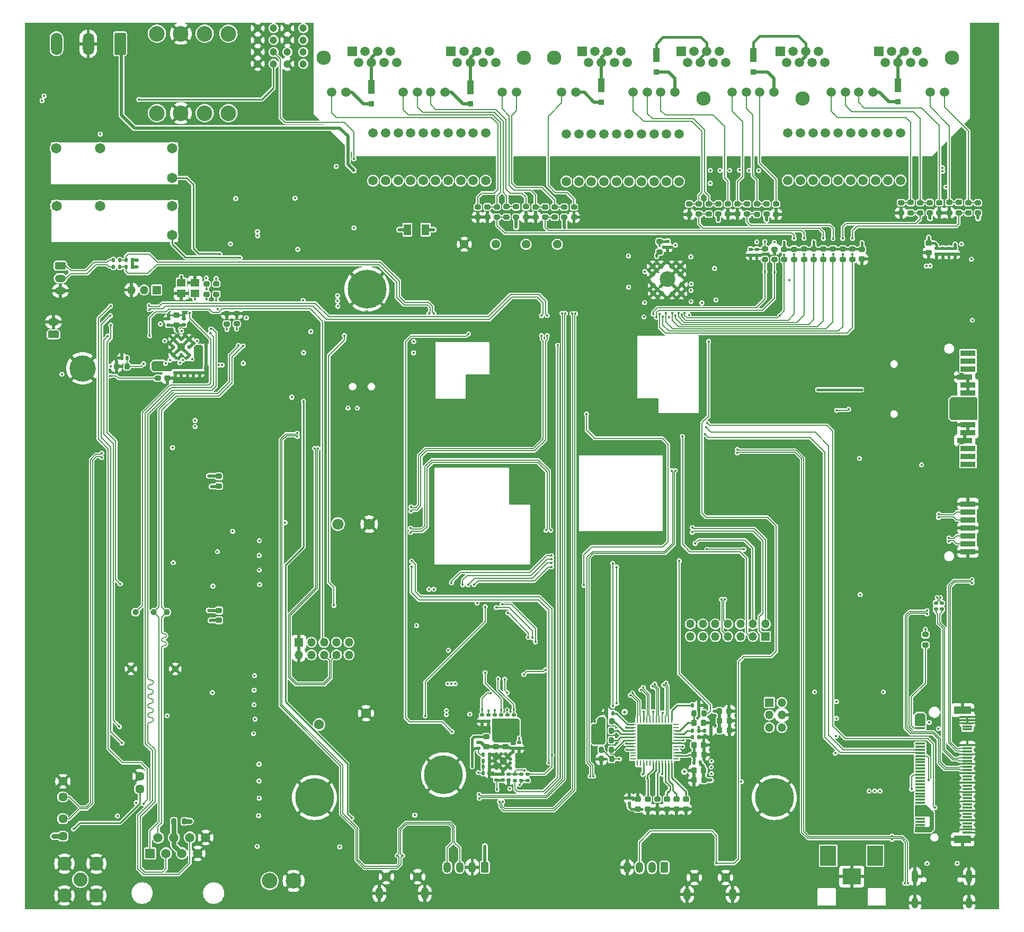
<source format=gbl>
G04 #@! TF.GenerationSoftware,KiCad,Pcbnew,8.0.0-rc1*
G04 #@! TF.CreationDate,2025-03-26T09:49:13+03:00*
G04 #@! TF.ProjectId,Movita_3566_HXV_Router_V4.1,4d6f7669-7461-45f3-9335-36365f485856,REV1*
G04 #@! TF.SameCoordinates,Original*
G04 #@! TF.FileFunction,Copper,L6,Bot*
G04 #@! TF.FilePolarity,Positive*
%FSLAX46Y46*%
G04 Gerber Fmt 4.6, Leading zero omitted, Abs format (unit mm)*
G04 Created by KiCad (PCBNEW 8.0.0-rc1) date 2025-03-26 09:49:13*
%MOMM*%
%LPD*%
G01*
G04 APERTURE LIST*
G04 Aperture macros list*
%AMRoundRect*
0 Rectangle with rounded corners*
0 $1 Rounding radius*
0 $2 $3 $4 $5 $6 $7 $8 $9 X,Y pos of 4 corners*
0 Add a 4 corners polygon primitive as box body*
4,1,4,$2,$3,$4,$5,$6,$7,$8,$9,$2,$3,0*
0 Add four circle primitives for the rounded corners*
1,1,$1+$1,$2,$3*
1,1,$1+$1,$4,$5*
1,1,$1+$1,$6,$7*
1,1,$1+$1,$8,$9*
0 Add four rect primitives between the rounded corners*
20,1,$1+$1,$2,$3,$4,$5,0*
20,1,$1+$1,$4,$5,$6,$7,0*
20,1,$1+$1,$6,$7,$8,$9,0*
20,1,$1+$1,$8,$9,$2,$3,0*%
G04 Aperture macros list end*
G04 #@! TA.AperFunction,ComponentPad*
%ADD10C,1.500000*%
G04 #@! TD*
G04 #@! TA.AperFunction,ComponentPad*
%ADD11RoundRect,0.250000X-0.625000X0.350000X-0.625000X-0.350000X0.625000X-0.350000X0.625000X0.350000X0*%
G04 #@! TD*
G04 #@! TA.AperFunction,ComponentPad*
%ADD12O,1.750000X1.200000*%
G04 #@! TD*
G04 #@! TA.AperFunction,ComponentPad*
%ADD13C,1.381000*%
G04 #@! TD*
G04 #@! TA.AperFunction,ComponentPad*
%ADD14C,1.200000*%
G04 #@! TD*
G04 #@! TA.AperFunction,ComponentPad*
%ADD15O,1.200000X1.900000*%
G04 #@! TD*
G04 #@! TA.AperFunction,ComponentPad*
%ADD16C,1.450000*%
G04 #@! TD*
G04 #@! TA.AperFunction,ComponentPad*
%ADD17C,4.200000*%
G04 #@! TD*
G04 #@! TA.AperFunction,ComponentPad*
%ADD18R,1.500000X1.500000*%
G04 #@! TD*
G04 #@! TA.AperFunction,ComponentPad*
%ADD19C,2.300000*%
G04 #@! TD*
G04 #@! TA.AperFunction,ComponentPad*
%ADD20C,0.900000*%
G04 #@! TD*
G04 #@! TA.AperFunction,ComponentPad*
%ADD21C,6.200000*%
G04 #@! TD*
G04 #@! TA.AperFunction,ComponentPad*
%ADD22R,2.500000X3.200000*%
G04 #@! TD*
G04 #@! TA.AperFunction,ComponentPad*
%ADD23R,3.000000X2.500000*%
G04 #@! TD*
G04 #@! TA.AperFunction,ComponentPad*
%ADD24C,0.600000*%
G04 #@! TD*
G04 #@! TA.AperFunction,ComponentPad*
%ADD25C,1.250000*%
G04 #@! TD*
G04 #@! TA.AperFunction,ComponentPad*
%ADD26R,1.350000X1.350000*%
G04 #@! TD*
G04 #@! TA.AperFunction,ComponentPad*
%ADD27O,1.350000X1.350000*%
G04 #@! TD*
G04 #@! TA.AperFunction,ComponentPad*
%ADD28C,1.650000*%
G04 #@! TD*
G04 #@! TA.AperFunction,ComponentPad*
%ADD29C,0.800000*%
G04 #@! TD*
G04 #@! TA.AperFunction,ComponentPad*
%ADD30C,2.500000*%
G04 #@! TD*
G04 #@! TA.AperFunction,ComponentPad*
%ADD31C,2.250000*%
G04 #@! TD*
G04 #@! TA.AperFunction,ComponentPad*
%ADD32RoundRect,0.250000X0.625000X-0.350000X0.625000X0.350000X-0.625000X0.350000X-0.625000X-0.350000X0*%
G04 #@! TD*
G04 #@! TA.AperFunction,ComponentPad*
%ADD33O,1.000000X2.100000*%
G04 #@! TD*
G04 #@! TA.AperFunction,ComponentPad*
%ADD34O,1.000000X1.800000*%
G04 #@! TD*
G04 #@! TA.AperFunction,ComponentPad*
%ADD35RoundRect,0.250000X0.650000X1.550000X-0.650000X1.550000X-0.650000X-1.550000X0.650000X-1.550000X0*%
G04 #@! TD*
G04 #@! TA.AperFunction,ComponentPad*
%ADD36O,1.800000X3.600000*%
G04 #@! TD*
G04 #@! TA.AperFunction,ComponentPad*
%ADD37C,1.800000*%
G04 #@! TD*
G04 #@! TA.AperFunction,SMDPad,CuDef*
%ADD38RoundRect,0.140000X0.170000X-0.140000X0.170000X0.140000X-0.170000X0.140000X-0.170000X-0.140000X0*%
G04 #@! TD*
G04 #@! TA.AperFunction,SMDPad,CuDef*
%ADD39C,1.000000*%
G04 #@! TD*
G04 #@! TA.AperFunction,SMDPad,CuDef*
%ADD40RoundRect,0.135000X-0.135000X-0.185000X0.135000X-0.185000X0.135000X0.185000X-0.135000X0.185000X0*%
G04 #@! TD*
G04 #@! TA.AperFunction,SMDPad,CuDef*
%ADD41RoundRect,0.200000X0.275000X-0.200000X0.275000X0.200000X-0.275000X0.200000X-0.275000X-0.200000X0*%
G04 #@! TD*
G04 #@! TA.AperFunction,SMDPad,CuDef*
%ADD42RoundRect,0.140000X-0.170000X0.140000X-0.170000X-0.140000X0.170000X-0.140000X0.170000X0.140000X0*%
G04 #@! TD*
G04 #@! TA.AperFunction,SMDPad,CuDef*
%ADD43RoundRect,0.135000X0.135000X0.185000X-0.135000X0.185000X-0.135000X-0.185000X0.135000X-0.185000X0*%
G04 #@! TD*
G04 #@! TA.AperFunction,SMDPad,CuDef*
%ADD44RoundRect,0.200000X-0.275000X0.200000X-0.275000X-0.200000X0.275000X-0.200000X0.275000X0.200000X0*%
G04 #@! TD*
G04 #@! TA.AperFunction,SMDPad,CuDef*
%ADD45RoundRect,0.062500X-0.062500X0.375000X-0.062500X-0.375000X0.062500X-0.375000X0.062500X0.375000X0*%
G04 #@! TD*
G04 #@! TA.AperFunction,SMDPad,CuDef*
%ADD46RoundRect,0.062500X-0.375000X0.062500X-0.375000X-0.062500X0.375000X-0.062500X0.375000X0.062500X0*%
G04 #@! TD*
G04 #@! TA.AperFunction,SMDPad,CuDef*
%ADD47R,5.600000X5.600000*%
G04 #@! TD*
G04 #@! TA.AperFunction,SMDPad,CuDef*
%ADD48RoundRect,0.225000X0.250000X-0.225000X0.250000X0.225000X-0.250000X0.225000X-0.250000X-0.225000X0*%
G04 #@! TD*
G04 #@! TA.AperFunction,SMDPad,CuDef*
%ADD49RoundRect,0.225000X-0.225000X-0.250000X0.225000X-0.250000X0.225000X0.250000X-0.225000X0.250000X0*%
G04 #@! TD*
G04 #@! TA.AperFunction,SMDPad,CuDef*
%ADD50RoundRect,0.135000X-0.185000X0.135000X-0.185000X-0.135000X0.185000X-0.135000X0.185000X0.135000X0*%
G04 #@! TD*
G04 #@! TA.AperFunction,SMDPad,CuDef*
%ADD51R,1.120000X2.170000*%
G04 #@! TD*
G04 #@! TA.AperFunction,SMDPad,CuDef*
%ADD52R,0.850000X0.850000*%
G04 #@! TD*
G04 #@! TA.AperFunction,SMDPad,CuDef*
%ADD53RoundRect,0.225000X-0.250000X0.225000X-0.250000X-0.225000X0.250000X-0.225000X0.250000X0.225000X0*%
G04 #@! TD*
G04 #@! TA.AperFunction,ComponentPad*
%ADD54C,1.600000*%
G04 #@! TD*
G04 #@! TA.AperFunction,SMDPad,CuDef*
%ADD55RoundRect,0.200000X0.200000X0.275000X-0.200000X0.275000X-0.200000X-0.275000X0.200000X-0.275000X0*%
G04 #@! TD*
G04 #@! TA.AperFunction,SMDPad,CuDef*
%ADD56RoundRect,0.140000X-0.140000X-0.170000X0.140000X-0.170000X0.140000X0.170000X-0.140000X0.170000X0*%
G04 #@! TD*
G04 #@! TA.AperFunction,SMDPad,CuDef*
%ADD57R,0.600000X0.550000*%
G04 #@! TD*
G04 #@! TA.AperFunction,SMDPad,CuDef*
%ADD58RoundRect,0.135000X0.185000X-0.135000X0.185000X0.135000X-0.185000X0.135000X-0.185000X-0.135000X0*%
G04 #@! TD*
G04 #@! TA.AperFunction,ComponentPad*
%ADD59RoundRect,0.250000X0.350000X0.625000X-0.350000X0.625000X-0.350000X-0.625000X0.350000X-0.625000X0*%
G04 #@! TD*
G04 #@! TA.AperFunction,ComponentPad*
%ADD60O,1.200000X1.750000*%
G04 #@! TD*
G04 #@! TA.AperFunction,SMDPad,CuDef*
%ADD61R,1.200000X1.800000*%
G04 #@! TD*
G04 #@! TA.AperFunction,SMDPad,CuDef*
%ADD62RoundRect,0.225000X0.225000X0.250000X-0.225000X0.250000X-0.225000X-0.250000X0.225000X-0.250000X0*%
G04 #@! TD*
G04 #@! TA.AperFunction,SMDPad,CuDef*
%ADD63R,1.550000X0.300000*%
G04 #@! TD*
G04 #@! TA.AperFunction,SMDPad,CuDef*
%ADD64R,2.750000X1.200000*%
G04 #@! TD*
G04 #@! TA.AperFunction,SMDPad,CuDef*
%ADD65C,0.500000*%
G04 #@! TD*
G04 #@! TA.AperFunction,SMDPad,CuDef*
%ADD66RoundRect,0.125000X0.125000X0.175000X-0.125000X0.175000X-0.125000X-0.175000X0.125000X-0.175000X0*%
G04 #@! TD*
G04 #@! TA.AperFunction,SMDPad,CuDef*
%ADD67RoundRect,0.200000X-0.200000X-0.275000X0.200000X-0.275000X0.200000X0.275000X-0.200000X0.275000X0*%
G04 #@! TD*
G04 #@! TA.AperFunction,ComponentPad*
%ADD68O,3.200000X2.000000*%
G04 #@! TD*
G04 #@! TA.AperFunction,SMDPad,CuDef*
%ADD69R,2.400000X0.900000*%
G04 #@! TD*
G04 #@! TA.AperFunction,SMDPad,CuDef*
%ADD70RoundRect,0.500000X-0.200000X-0.150000X0.200000X-0.150000X0.200000X0.150000X-0.200000X0.150000X0*%
G04 #@! TD*
G04 #@! TA.AperFunction,SMDPad,CuDef*
%ADD71R,1.400000X1.200000*%
G04 #@! TD*
G04 #@! TA.AperFunction,ViaPad*
%ADD72C,0.400000*%
G04 #@! TD*
G04 #@! TA.AperFunction,Conductor*
%ADD73C,0.200000*%
G04 #@! TD*
G04 #@! TA.AperFunction,Conductor*
%ADD74C,0.381000*%
G04 #@! TD*
G04 #@! TA.AperFunction,Conductor*
%ADD75C,0.254000*%
G04 #@! TD*
G04 #@! TA.AperFunction,Conductor*
%ADD76C,0.508000*%
G04 #@! TD*
G04 #@! TA.AperFunction,Conductor*
%ADD77C,0.152400*%
G04 #@! TD*
G04 #@! TA.AperFunction,Conductor*
%ADD78C,0.145600*%
G04 #@! TD*
G04 #@! TA.AperFunction,Conductor*
%ADD79C,0.768000*%
G04 #@! TD*
G04 APERTURE END LIST*
D10*
X103250000Y-50940000D03*
X105250000Y-50940000D03*
X107250000Y-50940000D03*
X109250000Y-50940000D03*
X111250000Y-50940000D03*
X113250000Y-50940000D03*
X115250000Y-50940000D03*
X117250000Y-50940000D03*
X119250000Y-50940000D03*
X121250000Y-50940000D03*
X121250000Y-43320000D03*
X119250000Y-43320000D03*
X117250000Y-43320000D03*
X115250000Y-43320000D03*
X113250000Y-43320000D03*
X111250000Y-43320000D03*
X109250000Y-43320000D03*
X107250000Y-43320000D03*
X105250000Y-43320000D03*
X103250000Y-43320000D03*
D11*
X53280000Y-64530000D03*
D12*
X53280000Y-66530000D03*
X53280000Y-68530000D03*
D13*
X117830000Y-61090000D03*
X122830000Y-61090000D03*
D14*
X89550000Y-26540000D03*
X92090000Y-26540000D03*
X89550000Y-28440000D03*
X92090000Y-28440000D03*
X89550000Y-30340000D03*
X92090000Y-30340000D03*
X89550000Y-32240000D03*
X92090000Y-32240000D03*
D15*
X104240000Y-164890000D03*
D16*
X105365000Y-162210000D03*
X110365000Y-162210000D03*
D15*
X111490000Y-164890000D03*
D13*
X132690000Y-61100000D03*
X127690000Y-61100000D03*
D17*
X56820000Y-80930000D03*
D14*
X84810000Y-26540000D03*
X87350000Y-26540000D03*
X84810000Y-28440000D03*
X87350000Y-28440000D03*
X84810000Y-30340000D03*
X87350000Y-30340000D03*
X84810000Y-32240000D03*
X87350000Y-32240000D03*
D18*
X99910000Y-30210000D03*
X115710000Y-30210000D03*
D10*
X100930000Y-31990000D03*
X116730000Y-31990000D03*
X101950000Y-30210000D03*
X117750000Y-30210000D03*
X102970000Y-31990000D03*
X118770000Y-31990000D03*
X103990000Y-30210000D03*
X119790000Y-30210000D03*
X105010000Y-31990000D03*
X120810000Y-31990000D03*
X106030000Y-30210000D03*
X121830000Y-30210000D03*
X107050000Y-31990000D03*
X122850000Y-31990000D03*
X98920000Y-36800000D03*
X96630000Y-36800000D03*
X110350000Y-36800000D03*
X108060000Y-36800000D03*
X114730000Y-36800000D03*
X112440000Y-36800000D03*
X126160000Y-36800000D03*
X123870000Y-36800000D03*
D19*
X127380000Y-31230000D03*
X95380000Y-31230000D03*
D20*
X99657580Y-68255000D03*
X100407580Y-66405000D03*
X100407580Y-70105000D03*
X102257580Y-65655000D03*
D21*
X102257580Y-68255000D03*
D20*
X102257580Y-70855000D03*
X104107580Y-66405000D03*
X104107580Y-70105000D03*
X104857580Y-68255000D03*
D22*
X175990000Y-158840000D03*
X183490000Y-158840000D03*
D23*
X179740000Y-162190000D03*
D24*
X73872500Y-78792500D03*
X73872500Y-77517500D03*
X73872500Y-76242500D03*
X72597500Y-78792500D03*
D25*
X72597500Y-77517500D03*
D24*
X72597500Y-76242500D03*
X71322500Y-78792500D03*
X71322500Y-77517500D03*
X71322500Y-76242500D03*
D26*
X166579903Y-134351703D03*
D27*
X168579903Y-134351703D03*
X166579903Y-136351703D03*
X168579903Y-136351703D03*
X166579903Y-138351703D03*
X168579903Y-138351703D03*
D28*
X71130000Y-50470000D03*
X71130000Y-45770000D03*
X59630000Y-45770000D03*
X52630000Y-45770000D03*
D29*
X152595000Y-67475000D03*
X152525000Y-68995000D03*
X152355000Y-65895000D03*
X152355000Y-64595000D03*
X151045000Y-69005000D03*
X151005000Y-64595000D03*
D30*
X150305000Y-66695000D03*
D29*
X149405000Y-68945000D03*
X149255000Y-64595000D03*
X148055000Y-68945000D03*
X148055000Y-67645000D03*
X147905000Y-65895000D03*
X147905000Y-64595000D03*
D26*
X165952000Y-123811703D03*
D27*
X165952000Y-121811703D03*
X163952000Y-123811703D03*
X163952000Y-121811703D03*
X161952000Y-123811703D03*
X161952000Y-121811703D03*
X159952000Y-123811703D03*
X159952000Y-121811703D03*
X157952000Y-123811703D03*
X157952000Y-121811703D03*
X155952000Y-123811703D03*
X155952000Y-121811703D03*
X153952000Y-123811703D03*
X153952000Y-121811703D03*
D24*
X122990000Y-144820000D03*
X123740000Y-144820000D03*
X124440000Y-144820000D03*
X125190000Y-144820000D03*
X122990000Y-144070000D03*
X125190000Y-144070000D03*
D14*
X124090000Y-143720000D03*
D24*
X122990000Y-143370000D03*
X125190000Y-143370000D03*
X122990000Y-142620000D03*
X123740000Y-142620000D03*
X124440000Y-142620000D03*
X125190000Y-142620000D03*
D26*
X68650000Y-68390000D03*
D27*
X66650000Y-68390000D03*
X64650000Y-68390000D03*
D31*
X56470000Y-162660000D03*
X53920000Y-165210000D03*
X59020000Y-165210000D03*
X59020000Y-160110000D03*
X53920000Y-160110000D03*
D26*
X91400000Y-124730000D03*
D27*
X91400000Y-126730000D03*
X93400000Y-124730000D03*
X93400000Y-126730000D03*
X95400000Y-124730000D03*
X95400000Y-126730000D03*
X97400000Y-124730000D03*
X97400000Y-126730000D03*
X99400000Y-124730000D03*
X99400000Y-126730000D03*
D18*
X136695000Y-30210000D03*
X152495000Y-30210000D03*
X168295000Y-30210000D03*
X184095000Y-30210000D03*
D10*
X137715000Y-31990000D03*
X153515000Y-31990000D03*
X169315000Y-31990000D03*
X185115000Y-31990000D03*
X138735000Y-30210000D03*
X154535000Y-30210000D03*
X170335000Y-30210000D03*
X186135000Y-30210000D03*
X139755000Y-31990000D03*
X155555000Y-31990000D03*
X171355000Y-31990000D03*
X187155000Y-31990000D03*
X140775000Y-30210000D03*
X156575000Y-30210000D03*
X172375000Y-30210000D03*
X188175000Y-30210000D03*
X141795000Y-31990000D03*
X157595000Y-31990000D03*
X173395000Y-31990000D03*
X189195000Y-31990000D03*
X142815000Y-30210000D03*
X158615000Y-30210000D03*
X174415000Y-30210000D03*
X190215000Y-30210000D03*
X143835000Y-31990000D03*
X159635000Y-31990000D03*
X175435000Y-31990000D03*
X191235000Y-31990000D03*
X135695000Y-36800000D03*
X133405000Y-36800000D03*
X147125000Y-36800000D03*
X144835000Y-36800000D03*
X151505000Y-36800000D03*
X149215000Y-36800000D03*
X162935000Y-36800000D03*
X160645000Y-36800000D03*
X167315000Y-36800000D03*
X165025000Y-36800000D03*
X178745000Y-36800000D03*
X176455000Y-36800000D03*
X183125000Y-36800000D03*
X180835000Y-36800000D03*
X194555000Y-36800000D03*
X192265000Y-36800000D03*
D19*
X195765000Y-31230000D03*
X171865000Y-37820000D03*
X156065000Y-37820000D03*
X132165000Y-31230000D03*
D28*
X71160000Y-59660000D03*
X71160000Y-54960000D03*
X59660000Y-54960000D03*
X52660000Y-54960000D03*
D15*
X153470000Y-165010000D03*
D16*
X154595000Y-162330000D03*
X159595000Y-162330000D03*
D15*
X160720000Y-165010000D03*
D32*
X52180000Y-75500000D03*
D12*
X52180000Y-73500000D03*
D30*
X68715000Y-27420000D03*
X72525000Y-27420000D03*
X76335000Y-27420000D03*
X80145000Y-27420000D03*
X68715000Y-40120000D03*
X72525000Y-40120000D03*
X76335000Y-40120000D03*
X80145000Y-40120000D03*
D33*
X189870000Y-162170000D03*
D34*
X189870000Y-166370000D03*
D33*
X198510000Y-162170000D03*
D34*
X198510000Y-166370000D03*
D10*
X134145000Y-51050000D03*
X136145000Y-51050000D03*
X138145000Y-51050000D03*
X140145000Y-51050000D03*
X142145000Y-51050000D03*
X144145000Y-51050000D03*
X146145000Y-51050000D03*
X148145000Y-51050000D03*
X150145000Y-51050000D03*
X152145000Y-51050000D03*
X152145000Y-43430000D03*
X150145000Y-43430000D03*
X148145000Y-43430000D03*
X146145000Y-43430000D03*
X144145000Y-43430000D03*
X142145000Y-43430000D03*
X140145000Y-43430000D03*
X138145000Y-43430000D03*
X136145000Y-43430000D03*
X134145000Y-43430000D03*
D35*
X62802500Y-29027500D03*
D36*
X57722500Y-29027500D03*
X52642500Y-29027500D03*
D20*
X91280000Y-149550000D03*
X92030000Y-147700000D03*
X92030000Y-151400000D03*
X93880000Y-146950000D03*
D21*
X93880000Y-149550000D03*
D20*
X93880000Y-152150000D03*
X95730000Y-147700000D03*
X95730000Y-151400000D03*
X96480000Y-149550000D03*
D18*
X67615000Y-158477500D03*
D10*
X68885000Y-155937500D03*
X70155000Y-158477500D03*
X71425000Y-155937500D03*
X72695000Y-158477500D03*
X73965000Y-155937500D03*
X75235000Y-158477500D03*
X76505000Y-155937500D03*
D20*
X164780000Y-149550000D03*
X165530000Y-147700000D03*
X165530000Y-151400000D03*
X167380000Y-146950000D03*
D21*
X167380000Y-149550000D03*
D20*
X167380000Y-152150000D03*
X169230000Y-147700000D03*
X169230000Y-151400000D03*
X169980000Y-149550000D03*
D37*
X97640000Y-105830000D03*
X102640000Y-105830000D03*
D10*
X169555000Y-50880000D03*
X171555000Y-50880000D03*
X173555000Y-50880000D03*
X175555000Y-50880000D03*
X177555000Y-50880000D03*
X179555000Y-50880000D03*
X181555000Y-50880000D03*
X183555000Y-50880000D03*
X185555000Y-50880000D03*
X187555000Y-50880000D03*
X187555000Y-43260000D03*
X185555000Y-43260000D03*
X183555000Y-43260000D03*
X181555000Y-43260000D03*
X179555000Y-43260000D03*
X177555000Y-43260000D03*
X175555000Y-43260000D03*
X173555000Y-43260000D03*
X171555000Y-43260000D03*
X169555000Y-43260000D03*
D38*
X73040000Y-73960000D03*
X73040000Y-73000000D03*
D39*
X65280000Y-119920000D03*
D40*
X140580000Y-136045000D03*
X141600000Y-136045000D03*
D38*
X70530000Y-74000000D03*
X70530000Y-73040000D03*
D41*
X79890000Y-73817500D03*
X79890000Y-72167500D03*
D42*
X124940000Y-145800000D03*
X124940000Y-146760000D03*
D38*
X122960000Y-146760000D03*
X122960000Y-145800000D03*
D43*
X155290000Y-139890000D03*
X154270000Y-139890000D03*
D41*
X81440000Y-73807500D03*
X81440000Y-72157500D03*
D44*
X187620000Y-54430000D03*
X187620000Y-56080000D03*
D45*
X145490000Y-137202500D03*
X145990000Y-137202500D03*
X146490000Y-137202500D03*
X146990000Y-137202500D03*
X147490000Y-137202500D03*
X147990000Y-137202500D03*
X148490000Y-137202500D03*
X148990000Y-137202500D03*
X149490000Y-137202500D03*
X149990000Y-137202500D03*
X150490000Y-137202500D03*
X150990000Y-137202500D03*
D46*
X151677500Y-137890000D03*
X151677500Y-138390000D03*
X151677500Y-138890000D03*
X151677500Y-139390000D03*
X151677500Y-139890000D03*
X151677500Y-140390000D03*
X151677500Y-140890000D03*
X151677500Y-141390000D03*
X151677500Y-141890000D03*
X151677500Y-142390000D03*
X151677500Y-142890000D03*
X151677500Y-143390000D03*
D45*
X150990000Y-144077500D03*
X150490000Y-144077500D03*
X149990000Y-144077500D03*
X149490000Y-144077500D03*
X148990000Y-144077500D03*
X148490000Y-144077500D03*
X147990000Y-144077500D03*
X147490000Y-144077500D03*
X146990000Y-144077500D03*
X146490000Y-144077500D03*
X145990000Y-144077500D03*
X145490000Y-144077500D03*
D46*
X144802500Y-143390000D03*
X144802500Y-142890000D03*
X144802500Y-142390000D03*
X144802500Y-141890000D03*
X144802500Y-141390000D03*
X144802500Y-140890000D03*
X144802500Y-140390000D03*
X144802500Y-139890000D03*
X144802500Y-139390000D03*
X144802500Y-138890000D03*
X144802500Y-138390000D03*
X144802500Y-137890000D03*
D24*
X147240000Y-138640000D03*
X146240000Y-138640000D03*
X150240000Y-138740000D03*
X149240000Y-138740000D03*
X146240000Y-139890000D03*
X150240000Y-139990000D03*
D37*
X148240000Y-140640000D03*
D47*
X148240000Y-140640000D03*
D24*
X150240000Y-141390000D03*
X146240000Y-141390000D03*
X150240000Y-142640000D03*
X149240000Y-142640000D03*
X147240000Y-142640000D03*
X146240000Y-142640000D03*
D43*
X64770000Y-64682500D03*
X63750000Y-64682500D03*
D41*
X196850000Y-56060000D03*
X196850000Y-54410000D03*
D48*
X71790000Y-73987500D03*
X71790000Y-72437500D03*
D49*
X158610000Y-135707500D03*
X160160000Y-135707500D03*
D50*
X122690000Y-136350000D03*
X122690000Y-137370000D03*
D51*
X148490000Y-30865000D03*
D52*
X148490000Y-33545000D03*
D50*
X123710000Y-136350000D03*
X123710000Y-137370000D03*
D53*
X150200000Y-149815000D03*
X150200000Y-151365000D03*
D50*
X126930000Y-145780000D03*
X126930000Y-146800000D03*
D49*
X158622500Y-138769998D03*
X160172500Y-138769998D03*
D44*
X164580000Y-54640000D03*
X164580000Y-56290000D03*
D48*
X78610000Y-99730000D03*
X78610000Y-98180000D03*
D40*
X61740000Y-63642500D03*
X62760000Y-63642500D03*
D54*
X94620000Y-137870000D03*
X102120000Y-136070000D03*
D44*
X129190000Y-55100000D03*
X129190000Y-56750000D03*
D55*
X63910000Y-80590000D03*
X62260000Y-80590000D03*
D42*
X193340000Y-61742500D03*
X193340000Y-62702500D03*
D41*
X170540000Y-63522500D03*
X170540000Y-61872500D03*
X76630000Y-69105000D03*
X76630000Y-67455000D03*
D44*
X192240000Y-54420000D03*
X192240000Y-56070000D03*
D56*
X120850000Y-145620000D03*
X121810000Y-145620000D03*
D42*
X75540000Y-80647500D03*
X75540000Y-81607500D03*
D57*
X144175000Y-150515000D03*
X144175000Y-149665000D03*
D44*
X193770000Y-54420000D03*
X193770000Y-56070000D03*
D48*
X78630000Y-121200000D03*
X78630000Y-119650000D03*
D42*
X126610000Y-140705000D03*
X126610000Y-141665000D03*
D41*
X148680000Y-151415000D03*
X148680000Y-149765000D03*
D58*
X120670000Y-137370000D03*
X120670000Y-136350000D03*
D42*
X125620000Y-140705000D03*
X125620000Y-141665000D03*
D56*
X120860000Y-144640000D03*
X121820000Y-144640000D03*
D39*
X64560000Y-128960000D03*
D40*
X61740000Y-64672500D03*
X62760000Y-64672500D03*
D41*
X175210000Y-63495000D03*
X175210000Y-61845000D03*
D59*
X121100000Y-160680000D03*
D60*
X119100000Y-160680000D03*
X117100000Y-160680000D03*
X115100000Y-160680000D03*
D53*
X151720000Y-149825000D03*
X151720000Y-151375000D03*
D41*
X178320000Y-63495000D03*
X178320000Y-61845000D03*
X168970000Y-63535000D03*
X168970000Y-61885000D03*
D44*
X68830000Y-80847500D03*
X68830000Y-82497500D03*
X191520000Y-123505000D03*
X191520000Y-125155000D03*
D56*
X120860000Y-142680000D03*
X121820000Y-142680000D03*
D51*
X139730000Y-35675000D03*
D52*
X139730000Y-38355000D03*
D53*
X153240000Y-149825000D03*
X153240000Y-151375000D03*
D61*
X108730000Y-58740000D03*
X111630000Y-58740000D03*
D44*
X123060000Y-55100000D03*
X123060000Y-56750000D03*
X163040000Y-54630000D03*
X163040000Y-56280000D03*
D42*
X150330000Y-60640000D03*
X150330000Y-61600000D03*
D53*
X147150000Y-149815000D03*
X147150000Y-151365000D03*
D49*
X154545000Y-137620000D03*
X156095000Y-137620000D03*
D44*
X165850000Y-61855000D03*
X165850000Y-63505000D03*
D42*
X163580000Y-61880000D03*
X163580000Y-62840000D03*
X194320000Y-61742500D03*
X194320000Y-62702500D03*
D58*
X127940000Y-146800000D03*
X127940000Y-145780000D03*
X125930000Y-146800000D03*
X125930000Y-145780000D03*
D51*
X164040000Y-30845000D03*
D52*
X164040000Y-33525000D03*
D56*
X75560000Y-78707500D03*
X76520000Y-78707500D03*
D42*
X193190000Y-118470000D03*
X193190000Y-119430000D03*
D62*
X156095000Y-145240000D03*
X154545000Y-145240000D03*
D42*
X72590000Y-80647500D03*
X72590000Y-81607500D03*
D49*
X154560000Y-142690000D03*
X156110000Y-142690000D03*
X158617500Y-137229998D03*
X160167500Y-137229998D03*
D63*
X198240000Y-155160000D03*
X190690000Y-154910000D03*
X198240000Y-154660000D03*
X190690000Y-154410000D03*
X198240000Y-154160000D03*
X190690000Y-153910000D03*
X198240000Y-153660000D03*
X190690000Y-153410000D03*
X198240000Y-153160000D03*
X190690000Y-152910000D03*
X198240000Y-152660000D03*
X190690000Y-152410000D03*
X198240000Y-152160000D03*
X190690000Y-151910000D03*
X198240000Y-151660000D03*
X190690000Y-151410000D03*
X198240000Y-151160000D03*
X190690000Y-150910000D03*
X198240000Y-150660000D03*
X190690000Y-150410000D03*
X198240000Y-150160000D03*
X190690000Y-149910000D03*
X198240000Y-149660000D03*
X190690000Y-149410000D03*
X198240000Y-149160000D03*
X190690000Y-148910000D03*
X198240000Y-148660000D03*
X190690000Y-148410000D03*
X198240000Y-148160000D03*
X190690000Y-147910000D03*
X198240000Y-147660000D03*
X190690000Y-147410000D03*
X198240000Y-147160000D03*
X190690000Y-146910000D03*
X198240000Y-146660000D03*
X190690000Y-146410000D03*
X198240000Y-146160000D03*
X190690000Y-145910000D03*
X198240000Y-145660000D03*
X190690000Y-145410000D03*
X198240000Y-145160000D03*
X190690000Y-144910000D03*
X198240000Y-144660000D03*
X190690000Y-144410000D03*
X198240000Y-144160000D03*
X190690000Y-143910000D03*
X198240000Y-143660000D03*
X190690000Y-143410000D03*
X198240000Y-143160000D03*
X190690000Y-142910000D03*
X198240000Y-142660000D03*
X190690000Y-142410000D03*
X198240000Y-142160000D03*
X190690000Y-141910000D03*
X198240000Y-141660000D03*
X190690000Y-141410000D03*
X198240000Y-141160000D03*
X190690000Y-140910000D03*
X198240000Y-138660000D03*
X190690000Y-138410000D03*
X198240000Y-138160000D03*
X190690000Y-137910000D03*
X198240000Y-137660000D03*
X190690000Y-137410000D03*
X198240000Y-137160000D03*
X190690000Y-136910000D03*
X198240000Y-136660000D03*
D64*
X197465000Y-156260000D03*
X197465000Y-135560000D03*
D44*
X199940000Y-54440000D03*
X199940000Y-56090000D03*
X195310000Y-54410000D03*
X195310000Y-56060000D03*
D65*
X153010000Y-145410000D03*
D44*
X167650000Y-54640000D03*
X167650000Y-56290000D03*
X155330000Y-54620000D03*
X155330000Y-56270000D03*
X166120000Y-54630000D03*
X166120000Y-56280000D03*
D40*
X156200000Y-138890000D03*
X157220000Y-138890000D03*
D44*
X161500000Y-54630000D03*
X161500000Y-56280000D03*
D20*
X117120114Y-145910000D03*
X116370114Y-147760000D03*
X116370114Y-144060000D03*
X114520114Y-148510000D03*
D21*
X114520114Y-145910000D03*
D20*
X114520114Y-143310000D03*
X112670114Y-147760000D03*
X112670114Y-144060000D03*
X111920114Y-145910000D03*
D55*
X141375000Y-143400000D03*
X139725000Y-143400000D03*
D44*
X121510000Y-55100000D03*
X121510000Y-56750000D03*
X189160000Y-54415000D03*
X189160000Y-56065000D03*
D58*
X121680000Y-137370000D03*
X121680000Y-136350000D03*
D44*
X127660000Y-55090000D03*
X127660000Y-56740000D03*
X135360000Y-55125000D03*
X135360000Y-56775000D03*
D56*
X75560000Y-79687500D03*
X76520000Y-79687500D03*
D44*
X126120000Y-55090000D03*
X126120000Y-56740000D03*
D66*
X63903489Y-79290000D03*
X63103489Y-79290000D03*
D44*
X149030000Y-60650000D03*
X149030000Y-62300000D03*
D41*
X179870000Y-63505000D03*
X179870000Y-61855000D03*
D39*
X70290000Y-119920000D03*
D56*
X75560000Y-77727500D03*
X76520000Y-77727500D03*
D41*
X173670000Y-63505000D03*
X173670000Y-61855000D03*
D53*
X192050000Y-60892500D03*
X192050000Y-62442500D03*
D44*
X124590000Y-55065000D03*
X124590000Y-56715000D03*
D43*
X155285000Y-134840000D03*
X154265000Y-134840000D03*
D50*
X125720000Y-136350000D03*
X125720000Y-137370000D03*
D44*
X133810000Y-55125000D03*
X133810000Y-56775000D03*
D38*
X123940000Y-146760000D03*
X123940000Y-145800000D03*
D42*
X74560000Y-80647500D03*
X74560000Y-81607500D03*
D62*
X156115000Y-146790000D03*
X154565000Y-146790000D03*
D44*
X130720000Y-55105000D03*
X130720000Y-56755000D03*
D67*
X71425000Y-153370000D03*
X73075000Y-153370000D03*
D44*
X167390000Y-61875000D03*
X167390000Y-63525000D03*
D42*
X164570000Y-61880000D03*
X164570000Y-62840000D03*
D68*
X196077580Y-113080000D03*
X196077580Y-75660000D03*
D69*
X198317580Y-96260000D03*
X198317580Y-94980000D03*
X198317580Y-93710000D03*
X197817580Y-92440000D03*
X198317580Y-91170000D03*
X198317580Y-89900000D03*
X198317580Y-88630000D03*
X198317580Y-87360000D03*
X198317580Y-86090000D03*
X198317580Y-84820000D03*
X198317580Y-83550000D03*
X197817580Y-82280000D03*
X198317580Y-81010000D03*
X198317580Y-79740000D03*
X198317580Y-78470000D03*
X198317580Y-110220000D03*
X198317580Y-108950000D03*
X198317580Y-107680000D03*
X198317580Y-106410000D03*
X198317580Y-105140000D03*
X198317580Y-103870000D03*
X198317580Y-102600000D03*
D51*
X102975000Y-35945000D03*
D52*
X102975000Y-38625000D03*
D39*
X68210000Y-119920000D03*
D53*
X124370000Y-139840000D03*
X124370000Y-141390000D03*
D56*
X120860000Y-143665000D03*
X121820000Y-143665000D03*
D43*
X155280000Y-138880000D03*
X154260000Y-138880000D03*
D51*
X187160000Y-35630000D03*
D52*
X187160000Y-38310000D03*
D44*
X119980000Y-55125000D03*
X119980000Y-56775000D03*
D55*
X141365000Y-141880000D03*
X139715000Y-141880000D03*
D39*
X71620000Y-128990000D03*
D55*
X156155000Y-136100000D03*
X154505000Y-136100000D03*
D41*
X172120000Y-63510000D03*
X172120000Y-61860000D03*
D48*
X145535000Y-151380000D03*
X145535000Y-149830000D03*
D42*
X194170000Y-118470000D03*
X194170000Y-119430000D03*
D59*
X149830000Y-160720000D03*
D60*
X147830000Y-160720000D03*
X145830000Y-160720000D03*
X143830000Y-160720000D03*
D50*
X124710000Y-136350000D03*
X124710000Y-137370000D03*
D44*
X156880000Y-54620000D03*
X156880000Y-56270000D03*
D51*
X118770000Y-35985000D03*
D52*
X118770000Y-38665000D03*
D43*
X64770000Y-63642500D03*
X63750000Y-63642500D03*
D49*
X154550000Y-141150000D03*
X156100000Y-141150000D03*
D44*
X159960000Y-54620000D03*
X159960000Y-56270000D03*
D40*
X154550000Y-143960000D03*
X155570000Y-143960000D03*
D42*
X195300000Y-61742500D03*
X195300000Y-62702500D03*
X73580000Y-80647500D03*
X73580000Y-81607500D03*
D44*
X198390000Y-54430000D03*
X198390000Y-56080000D03*
X190700000Y-54425000D03*
X190700000Y-56075000D03*
X158420000Y-54620000D03*
X158420000Y-56270000D03*
D30*
X90530000Y-162870000D03*
X86720000Y-162870000D03*
D41*
X176760000Y-63495000D03*
X176760000Y-61845000D03*
D70*
X53670000Y-155755000D03*
X53670000Y-152955000D03*
X53670000Y-149455000D03*
X53670000Y-146955000D03*
X65970000Y-146155000D03*
X65970000Y-148155000D03*
D53*
X122850000Y-139835000D03*
X122850000Y-141385000D03*
X181400000Y-61915000D03*
X181400000Y-63465000D03*
X70360000Y-80922500D03*
X70360000Y-82472500D03*
D55*
X141375000Y-137325000D03*
X139725000Y-137325000D03*
D38*
X120050000Y-141685000D03*
X120050000Y-140725000D03*
D55*
X141362500Y-138840000D03*
X139712500Y-138840000D03*
D44*
X153790000Y-54640000D03*
X153790000Y-56290000D03*
X132260000Y-55125000D03*
X132260000Y-56775000D03*
D53*
X121310000Y-139830000D03*
X121310000Y-141380000D03*
D67*
X139715000Y-140365000D03*
X141365000Y-140365000D03*
D71*
X72590000Y-67240000D03*
X74790000Y-67240000D03*
X74790000Y-68940000D03*
X72590000Y-68940000D03*
D42*
X71610000Y-80647500D03*
X71610000Y-81607500D03*
X196280000Y-61742500D03*
X196280000Y-62702500D03*
D41*
X78200000Y-69075000D03*
X78200000Y-67425000D03*
D65*
X143470000Y-135870000D03*
D72*
X127429595Y-145219064D03*
X153240000Y-148880000D03*
X77270000Y-121230000D03*
X84680000Y-101720000D03*
X76230000Y-82590000D03*
X127090000Y-87240000D03*
X122380000Y-80680000D03*
X104760000Y-87230000D03*
X98230000Y-88600000D03*
X146800000Y-120420000D03*
X98860000Y-107200000D03*
X124700000Y-85120000D03*
X117970000Y-92270000D03*
X186928126Y-104820292D03*
X57090000Y-101160000D03*
X165860000Y-62640000D03*
X143390000Y-120920000D03*
X99990000Y-100130000D03*
X97250000Y-146140000D03*
X126630000Y-136410000D03*
X167250000Y-48650000D03*
X173506446Y-82103554D03*
X82100000Y-82510000D03*
X120260000Y-92270000D03*
X58920000Y-68340000D03*
X111160000Y-139450000D03*
X143390000Y-131570000D03*
X57190000Y-136150000D03*
X140070000Y-72930000D03*
X166670000Y-109040000D03*
X161510000Y-69260000D03*
X63380000Y-154840000D03*
X192890000Y-76900000D03*
X129490000Y-80710000D03*
X173430000Y-86060000D03*
X90200000Y-137370000D03*
X55070000Y-94110000D03*
X92680000Y-99730000D03*
X138670000Y-137400000D03*
X147909900Y-134770000D03*
X104850000Y-105050000D03*
X189780000Y-110050000D03*
X127240000Y-77250000D03*
X138700000Y-125710000D03*
X120290000Y-89550000D03*
X173570000Y-53350000D03*
X99550000Y-75460000D03*
X134510000Y-119750000D03*
X195930000Y-105380000D03*
X78010000Y-140690000D03*
X140440000Y-116970000D03*
X69960000Y-91660000D03*
X104930000Y-95890000D03*
X119520000Y-134230000D03*
X151000000Y-131390000D03*
X185990000Y-106280000D03*
X166180000Y-82070000D03*
X149510000Y-132620000D03*
X113540000Y-89510000D03*
X119120000Y-133390000D03*
X177107000Y-96970000D03*
X162100000Y-111710000D03*
X129130000Y-97340000D03*
X156690000Y-118750000D03*
X186650000Y-111770000D03*
X164650000Y-96980000D03*
X129090000Y-89460000D03*
X168910000Y-127630000D03*
X58170000Y-87740000D03*
X159780000Y-109020000D03*
X104860000Y-99240000D03*
X160300000Y-129760000D03*
X192970000Y-80160000D03*
X165180000Y-127890000D03*
X138700000Y-121360000D03*
X101230000Y-147030000D03*
X101760000Y-100500000D03*
X160624000Y-111039900D03*
X87890000Y-117590000D03*
X191740000Y-118080000D03*
X121410000Y-122440000D03*
X115600000Y-95100000D03*
X59510000Y-138260000D03*
X112300000Y-64470000D03*
X136880000Y-93700000D03*
X92660000Y-101560000D03*
X129560000Y-82980000D03*
X120290000Y-87280000D03*
X134500000Y-123710000D03*
X138700000Y-129370000D03*
X146800000Y-127170000D03*
X79550000Y-128200000D03*
X126360000Y-135120000D03*
X160080000Y-120320000D03*
X69980000Y-129370000D03*
X172630000Y-96980000D03*
X109780000Y-108110000D03*
X159840000Y-133300000D03*
X57240000Y-117610000D03*
X155800000Y-129550000D03*
X166670000Y-110910000D03*
X181810000Y-100460000D03*
X139440000Y-82970000D03*
X138690000Y-135730000D03*
X143400000Y-116670000D03*
X154730000Y-48710000D03*
X190370000Y-120690000D03*
X143390000Y-53740000D03*
X124830000Y-95070000D03*
X124670000Y-92230000D03*
X116660000Y-113120000D03*
X195390000Y-141800000D03*
X92650000Y-112090000D03*
X127610000Y-95050000D03*
X160640000Y-112839900D03*
X178270000Y-105760000D03*
X106590000Y-99190000D03*
X57160000Y-96180000D03*
X140430000Y-127970000D03*
X164860000Y-115570000D03*
X180110000Y-102120000D03*
X162260000Y-118400000D03*
X143390000Y-123620000D03*
X151390000Y-55930000D03*
X129090000Y-87190000D03*
X122700000Y-131920000D03*
X63610000Y-110560000D03*
X167260000Y-102230000D03*
X161510000Y-107769500D03*
X136470000Y-72990000D03*
X191340000Y-108430000D03*
X57020000Y-126800000D03*
X83690000Y-96170000D03*
X54000000Y-104270000D03*
X53920000Y-109380000D03*
X184350000Y-140990000D03*
X136270000Y-119830000D03*
X140430000Y-125740000D03*
X120590000Y-95130000D03*
X144700000Y-80700000D03*
X186640000Y-117330000D03*
X57210000Y-140230000D03*
X145020000Y-127460000D03*
X98400000Y-118280000D03*
X163830000Y-102260000D03*
X58590000Y-154750000D03*
X106970000Y-127290000D03*
X195170000Y-107310000D03*
X187320000Y-96970000D03*
X148700000Y-116200000D03*
X78460000Y-145620000D03*
X156690000Y-120360000D03*
X51140000Y-162650000D03*
X170780000Y-98570000D03*
X117870000Y-95100000D03*
X186630000Y-102270000D03*
X106590000Y-102950000D03*
X109870000Y-95520000D03*
X87930000Y-124220000D03*
X60120000Y-66750000D03*
X184780000Y-110650000D03*
X83540000Y-89000000D03*
X58940000Y-70680000D03*
X53610000Y-62710000D03*
X160740000Y-114520000D03*
X170540000Y-102230000D03*
X124700000Y-87240000D03*
X102720000Y-152510000D03*
X126330000Y-129810000D03*
X195620000Y-103050000D03*
X112370000Y-60410000D03*
X54020000Y-96180000D03*
X169520000Y-96980000D03*
X120690000Y-82930000D03*
X191650000Y-115390000D03*
X152020000Y-107590000D03*
X59010000Y-151750000D03*
X104900000Y-97500000D03*
X87910000Y-121880000D03*
X145050000Y-135570000D03*
X144620000Y-88000000D03*
X166710000Y-115490000D03*
X146810000Y-118840000D03*
X83200000Y-141800000D03*
X143400000Y-119340000D03*
X172600000Y-100530000D03*
X195220000Y-109560000D03*
X145020000Y-128720000D03*
X127090000Y-85120000D03*
X122700000Y-89580000D03*
X127410000Y-97330000D03*
X162270000Y-120200000D03*
X99240000Y-60140000D03*
X59610000Y-148810000D03*
X146800000Y-123120000D03*
X143390000Y-124880000D03*
X172620000Y-103980000D03*
X158280000Y-117060000D03*
X139630000Y-87970000D03*
X55650000Y-62710000D03*
X73600000Y-74890000D03*
X61520000Y-154780000D03*
X150350000Y-128200000D03*
X167540000Y-83180000D03*
X145030000Y-116460000D03*
X77840000Y-96050000D03*
X56740000Y-146640000D03*
X90420000Y-131680000D03*
X200160000Y-71210000D03*
X71720000Y-162930000D03*
X157880000Y-129650000D03*
X157930000Y-127960000D03*
X190940000Y-114680000D03*
X162560000Y-129710000D03*
X54910000Y-151410000D03*
X188100000Y-108110000D03*
X96440000Y-143630000D03*
X138680000Y-53490000D03*
X101750000Y-102620000D03*
X136260000Y-125760000D03*
X64420000Y-159440000D03*
X73540000Y-70000000D03*
X186650000Y-115580000D03*
X184580000Y-102120000D03*
X126320000Y-133640000D03*
X57120000Y-106600000D03*
X156150000Y-88340000D03*
X163750000Y-82040000D03*
X155870000Y-117000000D03*
X100180000Y-71860000D03*
X68350000Y-112110000D03*
X184810000Y-109050000D03*
X57060000Y-109380000D03*
X193010000Y-82820000D03*
X148690000Y-127200000D03*
X122670000Y-92300000D03*
X106570000Y-97490000D03*
X161330000Y-100480000D03*
X122700000Y-85190000D03*
X104930000Y-94030000D03*
X78770000Y-92250000D03*
X154030000Y-115930000D03*
X169600000Y-111550000D03*
X124700000Y-89510000D03*
X102980000Y-117040000D03*
X104890000Y-136200000D03*
X145020000Y-120780000D03*
X136700000Y-60910000D03*
X165040000Y-106070000D03*
X162460000Y-133300000D03*
X169570000Y-118660000D03*
X166610000Y-100480000D03*
X119110000Y-131890000D03*
X157620000Y-115770000D03*
X65940000Y-52700000D03*
X179950000Y-126940000D03*
X127360000Y-99320000D03*
X139150000Y-93700000D03*
X190110000Y-113850000D03*
X56990000Y-129210000D03*
X118000000Y-89550000D03*
X104850000Y-118200000D03*
X148690000Y-123150000D03*
X54050000Y-136150000D03*
X179640000Y-100460000D03*
X189780000Y-106120000D03*
X57190000Y-138290000D03*
X115700000Y-87260000D03*
X173540000Y-83740000D03*
X195840000Y-82270000D03*
X169600000Y-115940000D03*
X147910000Y-132630000D03*
X106590000Y-95720000D03*
X122560000Y-95070000D03*
X145020000Y-131360000D03*
X172509100Y-105780000D03*
X155870000Y-115670000D03*
X85950000Y-92230000D03*
X102820000Y-127380000D03*
X104900000Y-92600000D03*
X84680000Y-103760000D03*
X106680000Y-133580000D03*
X163601701Y-68775062D03*
X188090000Y-109570000D03*
X166590000Y-98650000D03*
X120870000Y-131860000D03*
X197330000Y-99920000D03*
X173606446Y-80563554D03*
X78420000Y-153720000D03*
X124770000Y-72860000D03*
X106590000Y-100950000D03*
X62520000Y-166560000D03*
X113540000Y-87240000D03*
X58230000Y-90000000D03*
X92680000Y-95910000D03*
X92220000Y-132380000D03*
X142070000Y-80730000D03*
X105680000Y-152390000D03*
X117860000Y-136820000D03*
X58740000Y-75500000D03*
X119110000Y-130530000D03*
X104970000Y-127240000D03*
X124570000Y-82950000D03*
X140440000Y-119370000D03*
X188090000Y-113340000D03*
X115290000Y-65130000D03*
X160070000Y-118510000D03*
X104880000Y-108770000D03*
X88190000Y-77360000D03*
X58210000Y-94110000D03*
X84640000Y-91880000D03*
X104860000Y-100930000D03*
X59610000Y-140330000D03*
X78680000Y-94090000D03*
X113510000Y-92230000D03*
X127380000Y-101500000D03*
X166710000Y-119440000D03*
X153723311Y-127716720D03*
X57100000Y-131280000D03*
X62550000Y-164520000D03*
X150340000Y-118590000D03*
X119650000Y-124330000D03*
X51180000Y-165220000D03*
X197340000Y-100750000D03*
X101780000Y-87950000D03*
X146800000Y-131070000D03*
X184250000Y-105740000D03*
X152030000Y-101520000D03*
X103650000Y-147030000D03*
X57160000Y-98280000D03*
X122700000Y-87310000D03*
X98410000Y-116230000D03*
X122050000Y-121490000D03*
X169600000Y-113670000D03*
X148690000Y-120450000D03*
X154340000Y-119970000D03*
X92200000Y-134600000D03*
X160010000Y-105750000D03*
X158870000Y-131670000D03*
X124830000Y-129980000D03*
X101800000Y-97070000D03*
X120820000Y-138804500D03*
X56770000Y-123180000D03*
X58840000Y-73390000D03*
X126310000Y-130900000D03*
X83330000Y-94060000D03*
X166690000Y-113970000D03*
X152030000Y-105940000D03*
X141870000Y-93730000D03*
X58170000Y-76470000D03*
X187950000Y-100790000D03*
X87860000Y-95990000D03*
X64190000Y-141270000D03*
X143520000Y-133100000D03*
X99510000Y-77200000D03*
X87480000Y-131100000D03*
X164850000Y-114770000D03*
X57140000Y-104270000D03*
X70060000Y-137650000D03*
X98260000Y-96750000D03*
X136270000Y-117160000D03*
X170770000Y-127920000D03*
X129060000Y-92180000D03*
X170260000Y-104010000D03*
X150360000Y-124480000D03*
X153540000Y-98340000D03*
X122070000Y-115590000D03*
X59720000Y-146780000D03*
X108250000Y-152400000D03*
X195380000Y-96960000D03*
X54100000Y-117610000D03*
X74870000Y-162750000D03*
X70420000Y-151300000D03*
X185210000Y-103930000D03*
X164840000Y-110530000D03*
X150340000Y-116270000D03*
X154834000Y-111039900D03*
X92850000Y-136050000D03*
X129080000Y-101570000D03*
X86140000Y-81630000D03*
X157570000Y-133300000D03*
X121690000Y-130690000D03*
X185160000Y-112300000D03*
X159840000Y-82010000D03*
X98850000Y-109860000D03*
X123790000Y-131510000D03*
X148690000Y-124410000D03*
X136720000Y-82940000D03*
X119680000Y-136780000D03*
X98290000Y-95140000D03*
X59900000Y-135960000D03*
X160440000Y-131630000D03*
X160300000Y-127990000D03*
X153720000Y-129620000D03*
X130080000Y-123020000D03*
X144480000Y-134080000D03*
X138610000Y-143750000D03*
X70000000Y-93770000D03*
X190920000Y-103850000D03*
X58170000Y-84620000D03*
X143630000Y-93620000D03*
X191340000Y-111050000D03*
X124520000Y-77220000D03*
X129160000Y-99540000D03*
X101800000Y-94100000D03*
X196390000Y-97620000D03*
X164090000Y-105750000D03*
X93940000Y-141550000D03*
X164840000Y-109090000D03*
X83290000Y-92220000D03*
X97250000Y-109560000D03*
X191350000Y-106900000D03*
X152030000Y-103170000D03*
X104870000Y-88500000D03*
X54050000Y-138290000D03*
X85800000Y-94060000D03*
X162770000Y-127940000D03*
X104900000Y-110780000D03*
X155616200Y-107696200D03*
X150360000Y-127040000D03*
X161150000Y-98650000D03*
X100030000Y-96700000D03*
X189780000Y-108700000D03*
X122050000Y-120160000D03*
X90390000Y-133770000D03*
X192320000Y-101620000D03*
X138620000Y-141800000D03*
X55050000Y-86180000D03*
X122450000Y-82950000D03*
X70420000Y-145640000D03*
X189630000Y-105020000D03*
X143390000Y-128930000D03*
X191340000Y-112170000D03*
X167670000Y-100520000D03*
X104950000Y-138860000D03*
X53980000Y-106600000D03*
X64490000Y-156020000D03*
X116060000Y-68550000D03*
X159440000Y-115820000D03*
X115700000Y-89530000D03*
X108210000Y-151080000D03*
X134510000Y-117080000D03*
X106590000Y-138770000D03*
X81000000Y-96040000D03*
X138700000Y-123740000D03*
X148170000Y-87970000D03*
X102840000Y-118690000D03*
X148700000Y-118870000D03*
X183560000Y-53510000D03*
X168020000Y-69100000D03*
X72190000Y-140780000D03*
X80860000Y-92210000D03*
X155830000Y-127980000D03*
X142160000Y-83000000D03*
X149510000Y-134750000D03*
X101800000Y-92600000D03*
X138710000Y-117110000D03*
X54210000Y-114750000D03*
X156600000Y-131670000D03*
X104930000Y-111990000D03*
X122720000Y-130040000D03*
X167320000Y-127903800D03*
X104890000Y-129470000D03*
X92610000Y-107960000D03*
X127090000Y-89510000D03*
X188320000Y-115100000D03*
X150620000Y-130410000D03*
X55720000Y-153180000D03*
X185160000Y-114920000D03*
X160420000Y-102280000D03*
X115670000Y-92250000D03*
X200090000Y-29450000D03*
X140430000Y-123540000D03*
X138710000Y-133520000D03*
X128980000Y-95100000D03*
X72440000Y-92160000D03*
X80870000Y-94090000D03*
X138700000Y-128110000D03*
X164830000Y-119500000D03*
X78450000Y-148280000D03*
X186540000Y-110020000D03*
X195050000Y-99320000D03*
X144740000Y-82850000D03*
X145030000Y-119130000D03*
X122250000Y-77220000D03*
X150340000Y-123070000D03*
X106570000Y-93950000D03*
X126840000Y-82950000D03*
X164870000Y-111580000D03*
X138700000Y-132010000D03*
X113480000Y-95100000D03*
X57350000Y-114750000D03*
X140430000Y-131870000D03*
X85670000Y-96040000D03*
X55030000Y-84620000D03*
X148690000Y-128460000D03*
X159850000Y-107696200D03*
X79390000Y-82560000D03*
X58190000Y-86180000D03*
X58170000Y-92350000D03*
X91590000Y-139800000D03*
X160220000Y-117530000D03*
X72360000Y-82750000D03*
X92500000Y-116320000D03*
X53960000Y-131280000D03*
X178420000Y-53420000D03*
X120290000Y-85160000D03*
X113880000Y-136180000D03*
X184990000Y-96970000D03*
X136260000Y-123790000D03*
X150990000Y-134280000D03*
X87860000Y-126380000D03*
X171880000Y-88950000D03*
X103020000Y-61530000D03*
X164310000Y-104030000D03*
X126770000Y-80680000D03*
X92700000Y-105690000D03*
X145020000Y-124670000D03*
X94960000Y-135770000D03*
X92610000Y-110000000D03*
X150330000Y-120520000D03*
X153510000Y-104060000D03*
X98220000Y-98490000D03*
X145900000Y-93620000D03*
X63610000Y-108580000D03*
X54070000Y-140230000D03*
X51160000Y-159700000D03*
X83470000Y-128150000D03*
X168010000Y-96980000D03*
X72440000Y-85980000D03*
X108620000Y-65330000D03*
X102900000Y-129500000D03*
X118000000Y-87280000D03*
X106580000Y-92620000D03*
X109580000Y-88320000D03*
X51520000Y-62750000D03*
X138710000Y-119780000D03*
X105680000Y-151090000D03*
X55030000Y-87740000D03*
X104890000Y-121690000D03*
X53850000Y-129210000D03*
X160370000Y-104030000D03*
X190630000Y-99920000D03*
X54020000Y-98280000D03*
X100030000Y-92360000D03*
X152080000Y-99670000D03*
X101830000Y-95460000D03*
X154340000Y-117770000D03*
X146810000Y-116170000D03*
X102220000Y-71860000D03*
X122070000Y-116670000D03*
X136260000Y-121410000D03*
X72420000Y-93940000D03*
X94340000Y-84320000D03*
X53880000Y-126800000D03*
X156650000Y-105660000D03*
X148690000Y-130780000D03*
X143390000Y-127670000D03*
X185160000Y-117190000D03*
X129090000Y-85070000D03*
X68920000Y-162920000D03*
X161520000Y-82030000D03*
X85200000Y-89770000D03*
X185550000Y-100450000D03*
X141900000Y-87970000D03*
X101760000Y-98810000D03*
X106530000Y-136110000D03*
X127060000Y-92230000D03*
X145020000Y-123410000D03*
X145950000Y-133080000D03*
X104850000Y-107000000D03*
X140430000Y-121610000D03*
X83640000Y-91030000D03*
X134500000Y-121330000D03*
X104950000Y-116340000D03*
X146800000Y-124380000D03*
X116560000Y-59150000D03*
X92640000Y-97220000D03*
X173780000Y-84940000D03*
X180030000Y-103920000D03*
X124500000Y-80680000D03*
X139350000Y-80700000D03*
X54050000Y-119730000D03*
X145900000Y-87970000D03*
X196400000Y-89880000D03*
X168540000Y-105760000D03*
X186530000Y-107750000D03*
X112640000Y-135340000D03*
X148620000Y-93650000D03*
X55030000Y-92350000D03*
X136630000Y-80670000D03*
X92660000Y-103600000D03*
X153540000Y-102700000D03*
X126300000Y-132260000D03*
X146460000Y-134930000D03*
X104850000Y-103050000D03*
X189620000Y-102480000D03*
X84260000Y-127090000D03*
X100050000Y-93660000D03*
X166530000Y-104010000D03*
X102180000Y-143380000D03*
X102660000Y-151120000D03*
X120370000Y-123420000D03*
X57300000Y-142280000D03*
X146800000Y-128430000D03*
X153380000Y-110730000D03*
X122050000Y-118820000D03*
X139620000Y-61130000D03*
X54160000Y-142280000D03*
X162290000Y-115460000D03*
X140430000Y-129230000D03*
X57190000Y-119730000D03*
X195600000Y-101950000D03*
X99980000Y-102250000D03*
X77415000Y-99820000D03*
X72600000Y-66260000D03*
X121110000Y-157300000D03*
X84770000Y-59050000D03*
X84800000Y-59720000D03*
X50670000Y-37390000D03*
X74790000Y-90230000D03*
X97900000Y-157430000D03*
X50340000Y-38140000D03*
X61307500Y-80592500D03*
X92070000Y-70050000D03*
X77020000Y-98120000D03*
X74790000Y-89260000D03*
X76950000Y-119630000D03*
X110205000Y-122035000D03*
X59630000Y-43460000D03*
X74780000Y-69900000D03*
X71974960Y-74994821D03*
X70800000Y-79620000D03*
X72820000Y-79600000D03*
X67530000Y-75730000D03*
X197270000Y-61040000D03*
X158060000Y-69972000D03*
X196280000Y-61060000D03*
X157820000Y-64940000D03*
X144060000Y-62960000D03*
X144095000Y-67945000D03*
X192050000Y-59940000D03*
X82500000Y-80120000D03*
X68130000Y-80290000D03*
X75120000Y-77730000D03*
X53510000Y-81860000D03*
X97600000Y-70990000D03*
X90255000Y-85535000D03*
X75090000Y-78710000D03*
X68157500Y-80847500D03*
X97570000Y-70130000D03*
X97570000Y-69290000D03*
X92150000Y-78420000D03*
X109920000Y-152359500D03*
X91215000Y-61895000D03*
X149040000Y-61350000D03*
X151550000Y-61230000D03*
X165870000Y-60660000D03*
X191700000Y-64550000D03*
X167370000Y-60740000D03*
X192280000Y-64540000D03*
X155800000Y-70460000D03*
X168970000Y-60750000D03*
X164570000Y-60720000D03*
X150555000Y-72740000D03*
X181400000Y-60830000D03*
X173680000Y-60670000D03*
X194260000Y-49390000D03*
X146540000Y-72700000D03*
X194270000Y-48860000D03*
X153740355Y-72370000D03*
X154070000Y-68445000D03*
X148555000Y-63045000D03*
X154060000Y-70250000D03*
X154100000Y-67445000D03*
X146650000Y-70420000D03*
X154040000Y-63080000D03*
X194840000Y-51939500D03*
X146690000Y-65450000D03*
X175220000Y-62700000D03*
X175210000Y-60170000D03*
X151040000Y-72100000D03*
X176770000Y-62640000D03*
X150050000Y-72080000D03*
X176770000Y-60180000D03*
X178330000Y-62640000D03*
X178310000Y-60170000D03*
X149555000Y-72678070D03*
X107990000Y-158817500D03*
X91114323Y-91303623D03*
X91140000Y-91830000D03*
X107123750Y-158813750D03*
X92130000Y-86210000D03*
X99845000Y-152805000D03*
X82460000Y-77340000D03*
X81703292Y-77259118D03*
X192030000Y-146710000D03*
X157140000Y-51330000D03*
X167380000Y-65513000D03*
X148550000Y-72730000D03*
X179860000Y-62680000D03*
X179870000Y-60140000D03*
X149055000Y-72213754D03*
X66571250Y-80201250D03*
X172120000Y-62670000D03*
X172120000Y-60120000D03*
X152040000Y-72090000D03*
X78770000Y-62633000D03*
X82010000Y-63270000D03*
X173670000Y-62720000D03*
X151560000Y-72480000D03*
X81440000Y-74660000D03*
X169765000Y-66805000D03*
X69260000Y-73830000D03*
X158700000Y-49290000D03*
X157140000Y-49270000D03*
X164880000Y-49310000D03*
X161780000Y-49220000D03*
X160250000Y-49270000D03*
X150360000Y-148680000D03*
X151510000Y-148750000D03*
X157310000Y-145720000D03*
X157330000Y-143740000D03*
X146350000Y-145830000D03*
X157300000Y-144680000D03*
X143667646Y-140917000D03*
X143694000Y-138363000D03*
X157280000Y-146790000D03*
X149463000Y-145793000D03*
X138670000Y-139590000D03*
X148000000Y-135810000D03*
X138660000Y-138820000D03*
X138680000Y-140360000D03*
X152840000Y-140417000D03*
X153650000Y-137620000D03*
X143810000Y-141890000D03*
X157757500Y-135707500D03*
X152730000Y-141390000D03*
X146490000Y-135830000D03*
X149500000Y-135960000D03*
X147120000Y-146520000D03*
X77640000Y-115750000D03*
X61340000Y-74010000D03*
X62840000Y-115380000D03*
X55385000Y-154575000D03*
X170540000Y-60170000D03*
X170540000Y-62687500D03*
X152555000Y-72340000D03*
X168960000Y-62720000D03*
X168210000Y-72520000D03*
X153050000Y-72080000D03*
X79890000Y-74700000D03*
X77200000Y-75290500D03*
X77290000Y-74620000D03*
X78190000Y-70042502D03*
X76623100Y-69910208D03*
X174290000Y-84340000D03*
X181350000Y-84340000D03*
X112960000Y-58740000D03*
X166130000Y-57225900D03*
X126120000Y-58390000D03*
X199920000Y-56950000D03*
X133840000Y-58400000D03*
X192260000Y-56950000D03*
X158420000Y-57220000D03*
X165880000Y-65490000D03*
X148030000Y-72230000D03*
X179235000Y-87465000D03*
X177340000Y-87640000D03*
X66540000Y-150550000D03*
X61290000Y-70970000D03*
X76600000Y-66480000D03*
X76630000Y-68260000D03*
X78160000Y-66530000D03*
X65820000Y-37940000D03*
X82990000Y-72840000D03*
X100180000Y-47422500D03*
X78380000Y-71510000D03*
X189310000Y-148200000D03*
X107400000Y-58740000D03*
X65577500Y-64682500D03*
X90780000Y-53730000D03*
X85020000Y-144210000D03*
X81300000Y-53770000D03*
X65590000Y-63650000D03*
X61210000Y-82130000D03*
X155290000Y-138260000D03*
X146275000Y-151373197D03*
X193416500Y-117570000D03*
X193943500Y-117570000D03*
X112950000Y-116240000D03*
X112170000Y-116250000D03*
X85000000Y-146910000D03*
X121170000Y-119060000D03*
X111570000Y-136480000D03*
X146043677Y-132326323D03*
X141540000Y-112080000D03*
X141570000Y-134910000D03*
X131767000Y-112069997D03*
X118430000Y-115520000D03*
X142310000Y-138840000D03*
X119370000Y-115500000D03*
X142170000Y-134500000D03*
X142190000Y-112670000D03*
X142170000Y-137760000D03*
X131767000Y-112670000D03*
X152170000Y-111700000D03*
X131767000Y-111470004D03*
X117570000Y-115520000D03*
X130810000Y-129130000D03*
X127340000Y-129870000D03*
X115800000Y-131350000D03*
X84960000Y-152430000D03*
X116400000Y-131340000D03*
X115190000Y-131350000D03*
X119321935Y-139898065D03*
X118710000Y-136210000D03*
X123074100Y-148272334D03*
X125105900Y-148120000D03*
X119088344Y-144620000D03*
X126610000Y-140060000D03*
X126450000Y-138560000D03*
X126640000Y-147480000D03*
X114960000Y-136280000D03*
X114960000Y-135620000D03*
X120040000Y-145547000D03*
X122870000Y-140510000D03*
X126450000Y-137400000D03*
X126470000Y-138020000D03*
X158120000Y-160040000D03*
X156880000Y-76610000D03*
X151016500Y-97261623D03*
X137936500Y-146130000D03*
X151543500Y-97261623D03*
X138463500Y-146130000D03*
X135583500Y-72180000D03*
X123426500Y-150220000D03*
X133973500Y-72150000D03*
X120250000Y-149680000D03*
X120180000Y-149050000D03*
X133446500Y-72150000D03*
X135056500Y-72180000D03*
X123953500Y-150220000D03*
X93926500Y-93710000D03*
X94453500Y-93710000D03*
X159423500Y-117860000D03*
X158896500Y-117860000D03*
X60825000Y-75785000D03*
X62710000Y-138200000D03*
X89180000Y-105580000D03*
X77550000Y-132760000D03*
X100730000Y-87280000D03*
X115290000Y-125990000D03*
X78370000Y-110220000D03*
X100190000Y-58450000D03*
X152690000Y-91827100D03*
X109250000Y-107180000D03*
X154280000Y-107130000D03*
X130880000Y-106820000D03*
X154280000Y-106370000D03*
X131640000Y-106800000D03*
X109230000Y-106460000D03*
X154710000Y-108930000D03*
X191770000Y-119676500D03*
X198970000Y-114696500D03*
X156485000Y-90365000D03*
X156290000Y-91440000D03*
X191770000Y-120203500D03*
X198970000Y-115223500D03*
X59880000Y-94480000D03*
X59870000Y-95180000D03*
X186190000Y-155686500D03*
X188743500Y-163240000D03*
X161470000Y-93906500D03*
X161470000Y-94433500D03*
X188216500Y-163240000D03*
X186190000Y-156213500D03*
X109300000Y-103090000D03*
X130160000Y-75690000D03*
X67474558Y-71539007D03*
X130170000Y-72500000D03*
X109290000Y-103770000D03*
X131070000Y-72470000D03*
X131060000Y-75680000D03*
X67440000Y-70890000D03*
X142620000Y-143380000D03*
X132750000Y-77250000D03*
X115780000Y-115210000D03*
X156610000Y-109843000D03*
X131767000Y-110870001D03*
X191530000Y-122650000D03*
X162500000Y-109843000D03*
X193040000Y-151180000D03*
X156680000Y-89710000D03*
X180980000Y-95330000D03*
X119880000Y-118460000D03*
X181100000Y-117090000D03*
X112170000Y-72150000D03*
X136950000Y-115620000D03*
X137370000Y-88220000D03*
X112960000Y-72150000D03*
X122700000Y-135550000D03*
X121160000Y-129570000D03*
X123730000Y-135560000D03*
X124290000Y-130630000D03*
X124680000Y-135520000D03*
X124680000Y-132770000D03*
X125720000Y-135520000D03*
X123250000Y-130580000D03*
X120680000Y-135460000D03*
X122000000Y-132880000D03*
X121670000Y-135660000D03*
X131840000Y-142770000D03*
X109390000Y-111730000D03*
X118510000Y-75430000D03*
X115860000Y-139030000D03*
X129190000Y-124650000D03*
X123860000Y-118660000D03*
X109410000Y-112630000D03*
X131340000Y-144010000D03*
X122950000Y-119160000D03*
X128700000Y-124010000D03*
X124770000Y-120022892D03*
X128050000Y-123940000D03*
X193650000Y-104768500D03*
X193650000Y-104241500D03*
X195290000Y-108578500D03*
X195290000Y-108051500D03*
X109740000Y-78430000D03*
X109770000Y-76620000D03*
X192130000Y-137540000D03*
X65400000Y-150390000D03*
X85110000Y-115480000D03*
X199030000Y-73220000D03*
X85060000Y-113170000D03*
X191790000Y-160090000D03*
X80470000Y-61030000D03*
X196590000Y-160070000D03*
X100180000Y-49282500D03*
X150076323Y-131213677D03*
X147893677Y-131766323D03*
X148266323Y-131393677D03*
X146416323Y-131953677D03*
X149703677Y-131586323D03*
X144736323Y-132813677D03*
X144363677Y-133186323D03*
X198890000Y-63470000D03*
X177337500Y-136900000D03*
X85050000Y-149650000D03*
X52195000Y-155755000D03*
X177107500Y-142470000D03*
X177257500Y-139730000D03*
X162097000Y-147030000D03*
X84380000Y-137010000D03*
X84720000Y-157350000D03*
X73990000Y-153350000D03*
X84148750Y-139330000D03*
X73970500Y-72060000D03*
X84230000Y-134700000D03*
X97360000Y-48630000D03*
X84300000Y-130050000D03*
X80810000Y-106980000D03*
X196110000Y-88360000D03*
X196080000Y-86220000D03*
X85050000Y-110830000D03*
X196110000Y-87260000D03*
X85070000Y-108460000D03*
X61270000Y-72500000D03*
X193600000Y-138530000D03*
X63120000Y-140820000D03*
X190430000Y-136270000D03*
X190910000Y-96345000D03*
X182520000Y-148510000D03*
X191830000Y-152200000D03*
X177317500Y-134210000D03*
X183420000Y-148490000D03*
X191030000Y-136260000D03*
X184260000Y-148500000D03*
X98670000Y-75700000D03*
X96990000Y-118810000D03*
X72650000Y-74950000D03*
X78610000Y-80380000D03*
X70093860Y-80117500D03*
X69970000Y-76517500D03*
X75090000Y-76520000D03*
X72370500Y-80040501D03*
X79130000Y-80380000D03*
X74320000Y-79420000D03*
X84250000Y-132370000D03*
X163320000Y-49260000D03*
X71310000Y-112000000D03*
X70350000Y-136470000D03*
X99230000Y-87260000D03*
X173810000Y-132660000D03*
X62390000Y-152490000D03*
X93310000Y-75040000D03*
X184800000Y-132660000D03*
X71200000Y-93590000D03*
D73*
X125930000Y-145780000D02*
X126930000Y-145780000D01*
X126180000Y-145160000D02*
X125930000Y-145410000D01*
X125910000Y-145800000D02*
X125930000Y-145780000D01*
X127370531Y-145160000D02*
X126180000Y-145160000D01*
X124940000Y-145800000D02*
X125910000Y-145800000D01*
X125930000Y-145410000D02*
X125930000Y-145780000D01*
X127429595Y-145219064D02*
X127370531Y-145160000D01*
D74*
X154550000Y-142700000D02*
X154560000Y-142690000D01*
D75*
X151677500Y-142890000D02*
X153550000Y-142890000D01*
D74*
X154560000Y-141160000D02*
X154550000Y-141150000D01*
D75*
X153550000Y-142890000D02*
X153750000Y-142690000D01*
X153750000Y-142690000D02*
X154560000Y-142690000D01*
D74*
X154560000Y-142690000D02*
X154560000Y-141160000D01*
X154550000Y-143960000D02*
X154550000Y-142700000D01*
D75*
X153240000Y-148620000D02*
X150990000Y-146370000D01*
X153240000Y-148880000D02*
X153240000Y-148620000D01*
X150990000Y-146370000D02*
X150990000Y-144077500D01*
X153240000Y-148880000D02*
X153240000Y-149825000D01*
D76*
X78630000Y-121200000D02*
X77300000Y-121200000D01*
X77300000Y-121200000D02*
X77270000Y-121230000D01*
X145050000Y-134650000D02*
X144480000Y-134080000D01*
X120505000Y-140725000D02*
X121160000Y-141380000D01*
X150340000Y-123070000D02*
X150340000Y-124460000D01*
X196420000Y-89900000D02*
X196400000Y-89880000D01*
X152050000Y-101500000D02*
X152030000Y-101520000D01*
X151000000Y-134270000D02*
X150990000Y-134280000D01*
X152050000Y-99700000D02*
X152050000Y-101500000D01*
X146460000Y-133870000D02*
X146460000Y-134130000D01*
X147910000Y-134769900D02*
X147909900Y-134770000D01*
X198317580Y-84820000D02*
X198317580Y-83550000D01*
X134510000Y-121320000D02*
X134500000Y-121330000D01*
X166710000Y-119440000D02*
X166710000Y-115490000D01*
X138700000Y-133510000D02*
X138710000Y-133520000D01*
X125125000Y-141665000D02*
X125620000Y-141665000D01*
X146800000Y-123120000D02*
X146800000Y-124380000D01*
X124850000Y-141390000D02*
X125125000Y-141665000D01*
D73*
X154020000Y-115940000D02*
X154030000Y-115930000D01*
D76*
X198317580Y-91170000D02*
X198317580Y-89900000D01*
X164850000Y-115580000D02*
X164850000Y-119480000D01*
X145950000Y-133080000D02*
X146460000Y-133590000D01*
X148700000Y-120440000D02*
X148690000Y-120450000D01*
X165040000Y-106070000D02*
X166670000Y-107700000D01*
X164840000Y-109090000D02*
X164840000Y-110530000D01*
D75*
X70530000Y-73040000D02*
X70530000Y-72670000D01*
D76*
X134510000Y-119750000D02*
X134510000Y-121320000D01*
X150340000Y-120510000D02*
X150330000Y-120520000D01*
X160220000Y-117530000D02*
X162290000Y-115460000D01*
X140430000Y-119380000D02*
X140440000Y-119370000D01*
X198317580Y-89900000D02*
X196420000Y-89900000D01*
X152030000Y-105940000D02*
X152030000Y-103170000D01*
X150340000Y-118590000D02*
X150340000Y-120510000D01*
X140430000Y-121610000D02*
X140430000Y-119380000D01*
D75*
X71790000Y-72437500D02*
X72887500Y-72437500D01*
D76*
X136270000Y-119830000D02*
X136270000Y-121400000D01*
X140430000Y-127970000D02*
X140430000Y-129230000D01*
X154020000Y-117450000D02*
X154020000Y-115940000D01*
X150360000Y-128190000D02*
X150350000Y-128200000D01*
X136260000Y-125760000D02*
X136260000Y-123790000D01*
X195850000Y-82280000D02*
X195840000Y-82270000D01*
X148690000Y-128460000D02*
X148690000Y-127200000D01*
X153510000Y-104330000D02*
X153510000Y-104060000D01*
D75*
X70762500Y-72437500D02*
X71790000Y-72437500D01*
D76*
X164860000Y-115570000D02*
X164850000Y-115580000D01*
X153380000Y-110730000D02*
X152020000Y-109370000D01*
X156650000Y-105660000D02*
X154840000Y-105660000D01*
X148690000Y-123150000D02*
X148690000Y-124410000D01*
X124370000Y-141390000D02*
X124850000Y-141390000D01*
X154340000Y-117770000D02*
X154020000Y-117450000D01*
D75*
X72887500Y-72437500D02*
X73040000Y-72590000D01*
D76*
X146460000Y-134130000D02*
X146460000Y-134930000D01*
X155616200Y-107696200D02*
X159850000Y-107696200D01*
D75*
X73040000Y-72590000D02*
X73040000Y-73000000D01*
D76*
X120050000Y-140725000D02*
X120505000Y-140725000D01*
X140430000Y-135895000D02*
X140580000Y-136045000D01*
X143390000Y-132970000D02*
X143520000Y-133100000D01*
X143400000Y-120910000D02*
X143390000Y-120920000D01*
X145020000Y-123410000D02*
X145020000Y-124670000D01*
X136270000Y-121400000D02*
X136260000Y-121410000D01*
X145020000Y-119140000D02*
X145030000Y-119130000D01*
X149510000Y-132620000D02*
X149510000Y-134750000D01*
X151000000Y-131390000D02*
X151000000Y-134270000D01*
X152080000Y-99670000D02*
X152050000Y-99700000D01*
X164850000Y-119480000D02*
X164830000Y-119500000D01*
X138700000Y-132010000D02*
X138700000Y-133510000D01*
X138700000Y-128110000D02*
X138700000Y-129370000D01*
X143390000Y-131570000D02*
X143390000Y-132970000D01*
X146810000Y-120410000D02*
X146800000Y-120420000D01*
X121160000Y-141380000D02*
X121310000Y-141380000D01*
X161510000Y-107769500D02*
X163519500Y-107769500D01*
X166670000Y-107700000D02*
X166670000Y-109040000D01*
D75*
X70530000Y-72670000D02*
X70762500Y-72437500D01*
D76*
X147910000Y-132630000D02*
X147910000Y-134769900D01*
X166690000Y-113970000D02*
X166690000Y-110930000D01*
X166690000Y-110930000D02*
X166670000Y-110910000D01*
X198317580Y-82780000D02*
X197817580Y-82280000D01*
X143400000Y-119340000D02*
X143400000Y-120910000D01*
X138710000Y-119780000D02*
X138710000Y-121350000D01*
X150360000Y-127040000D02*
X150360000Y-128190000D01*
X143390000Y-128930000D02*
X143390000Y-127670000D01*
X197817580Y-82280000D02*
X195850000Y-82280000D01*
X197817580Y-91670000D02*
X198317580Y-91170000D01*
X152020000Y-109370000D02*
X152020000Y-107590000D01*
X154834000Y-111039900D02*
X160624000Y-111039900D01*
X150340000Y-124460000D02*
X150360000Y-124480000D01*
X143390000Y-124880000D02*
X143390000Y-123620000D01*
X163519500Y-107769500D02*
X164840000Y-109090000D01*
X145050000Y-135570000D02*
X145050000Y-134650000D01*
X140430000Y-125740000D02*
X140430000Y-123540000D01*
X146460000Y-133590000D02*
X146460000Y-133870000D01*
X148700000Y-118870000D02*
X148700000Y-120440000D01*
X198317580Y-83550000D02*
X198317580Y-82780000D01*
X154840000Y-105660000D02*
X153510000Y-104330000D01*
X145020000Y-127460000D02*
X145020000Y-128720000D01*
X138700000Y-125710000D02*
X138700000Y-123740000D01*
X146810000Y-118840000D02*
X146810000Y-120410000D01*
X197817580Y-92440000D02*
X197817580Y-91670000D01*
X138710000Y-121350000D02*
X138700000Y-121360000D01*
X140430000Y-131870000D02*
X140430000Y-135895000D01*
X145020000Y-120780000D02*
X145020000Y-119140000D01*
X153540000Y-98340000D02*
X153540000Y-102700000D01*
X146800000Y-127170000D02*
X146800000Y-128430000D01*
X77415000Y-99820000D02*
X78520000Y-99820000D01*
X78520000Y-99820000D02*
X78610000Y-99730000D01*
D74*
X72590000Y-66270000D02*
X72590000Y-67240000D01*
X72600000Y-66260000D02*
X72590000Y-66270000D01*
D76*
X76970000Y-119650000D02*
X78630000Y-119650000D01*
X121110000Y-160670000D02*
X121100000Y-160680000D01*
X121110000Y-157300000D02*
X121110000Y-160670000D01*
X77020000Y-98120000D02*
X78550000Y-98120000D01*
X76950000Y-119630000D02*
X76970000Y-119650000D01*
X78550000Y-98120000D02*
X78610000Y-98180000D01*
D73*
X74780000Y-69900000D02*
X74790000Y-69890000D01*
X74790000Y-69890000D02*
X74790000Y-68940000D01*
D74*
X71790000Y-73987500D02*
X73002500Y-73987500D01*
X71974960Y-74994821D02*
X71790000Y-74809861D01*
X71777500Y-74000000D02*
X71790000Y-73987500D01*
X70530000Y-74000000D02*
X71777500Y-74000000D01*
X71790000Y-74809861D02*
X71790000Y-73987500D01*
X73002500Y-73987500D02*
X73030000Y-73960000D01*
D73*
X67530000Y-72820000D02*
X68460000Y-71890000D01*
X93200000Y-71430000D02*
X95170000Y-73400000D01*
X95170000Y-73400000D02*
X95170000Y-78910000D01*
X70150000Y-71890000D02*
X70600000Y-71440000D01*
X78590000Y-71980000D02*
X79140000Y-71430000D01*
X77030000Y-71440000D02*
X77570000Y-71980000D01*
X67530000Y-75730000D02*
X67530000Y-72820000D01*
X77570000Y-71980000D02*
X78590000Y-71980000D01*
X68460000Y-71890000D02*
X70150000Y-71890000D01*
X79140000Y-71430000D02*
X93200000Y-71430000D01*
X95170000Y-124500000D02*
X95400000Y-124730000D01*
X70600000Y-71440000D02*
X77030000Y-71440000D01*
X95170000Y-78910000D02*
X95170000Y-124500000D01*
D74*
X193340000Y-61210000D02*
X193340000Y-61742500D01*
X193340000Y-61742500D02*
X194320000Y-61742500D01*
X192050000Y-60892500D02*
X193022500Y-60892500D01*
X192050000Y-60892500D02*
X192050000Y-59940000D01*
X195300000Y-61742500D02*
X196280000Y-61742500D01*
X194320000Y-61742500D02*
X195300000Y-61742500D01*
X193022500Y-60892500D02*
X193340000Y-61210000D01*
D76*
X196280000Y-61060000D02*
X196280000Y-61742500D01*
D77*
X74560000Y-80610000D02*
X74610000Y-80560000D01*
D73*
X75092500Y-78707500D02*
X75090000Y-78710000D01*
D77*
X74560000Y-80610000D02*
X74560000Y-80647500D01*
D75*
X68157500Y-80847500D02*
X68830000Y-80847500D01*
D74*
X150320000Y-60650000D02*
X150330000Y-60640000D01*
D73*
X149040000Y-60660000D02*
X149030000Y-60650000D01*
D74*
X149030000Y-60650000D02*
X150320000Y-60650000D01*
D73*
X149040000Y-61350000D02*
X149040000Y-60660000D01*
X163580000Y-61880000D02*
X164570000Y-61880000D01*
D74*
X172120000Y-61860000D02*
X173665000Y-61860000D01*
X175210000Y-61845000D02*
X173680000Y-61845000D01*
D73*
X165870000Y-60660000D02*
X165850000Y-60680000D01*
D74*
X173665000Y-61860000D02*
X173670000Y-61855000D01*
D73*
X165850000Y-60680000D02*
X165850000Y-61855000D01*
D74*
X173670000Y-61855000D02*
X173670000Y-60680000D01*
X168970000Y-61885000D02*
X170527500Y-61885000D01*
X173680000Y-61845000D02*
X173670000Y-61855000D01*
X175210000Y-61845000D02*
X176760000Y-61845000D01*
X178320000Y-61845000D02*
X179860000Y-61845000D01*
X168970000Y-61885000D02*
X168970000Y-60750000D01*
X170540000Y-61872500D02*
X172107500Y-61872500D01*
X179870000Y-61855000D02*
X181340000Y-61855000D01*
X181400000Y-61915000D02*
X181400000Y-60830000D01*
X176760000Y-61845000D02*
X178320000Y-61845000D01*
X181340000Y-61855000D02*
X181400000Y-61915000D01*
X172107500Y-61872500D02*
X172120000Y-61860000D01*
X170527500Y-61885000D02*
X170540000Y-61872500D01*
X173670000Y-60680000D02*
X173680000Y-60670000D01*
D73*
X165825000Y-61880000D02*
X165850000Y-61855000D01*
X164570000Y-61880000D02*
X165825000Y-61880000D01*
D74*
X179860000Y-61845000D02*
X179870000Y-61855000D01*
X148555000Y-63045000D02*
X148555000Y-62775000D01*
X148555000Y-62775000D02*
X149030000Y-62300000D01*
D73*
X175210000Y-62710000D02*
X175220000Y-62700000D01*
X175210000Y-63495000D02*
X175210000Y-62710000D01*
X151040000Y-73260000D02*
X151040000Y-72100000D01*
X156880000Y-56270000D02*
X155330000Y-56270000D01*
X174280000Y-74270000D02*
X152050000Y-74270000D01*
X175210000Y-60170000D02*
X175210000Y-59150000D01*
X156010000Y-58500000D02*
X155330000Y-57820000D01*
X175210000Y-63495000D02*
X175210000Y-73340000D01*
X175210000Y-73340000D02*
X174280000Y-74270000D01*
X152050000Y-74270000D02*
X151040000Y-73260000D01*
X155330000Y-57820000D02*
X155330000Y-56270000D01*
X175210000Y-59150000D02*
X174560000Y-58500000D01*
X174560000Y-58500000D02*
X156010000Y-58500000D01*
X163580000Y-58060000D02*
X176290000Y-58060000D01*
X164570000Y-56280000D02*
X164580000Y-56290000D01*
X176770000Y-62640000D02*
X176770000Y-63485000D01*
X163040000Y-57520000D02*
X163580000Y-58060000D01*
X163040000Y-57520000D02*
X163040000Y-56280000D01*
X150050000Y-73490000D02*
X151180000Y-74620000D01*
X176290000Y-58060000D02*
X176770000Y-58540000D01*
X175630000Y-74620000D02*
X176760000Y-73490000D01*
X176770000Y-58540000D02*
X176770000Y-60180000D01*
X163040000Y-56280000D02*
X164570000Y-56280000D01*
X151180000Y-74620000D02*
X175630000Y-74620000D01*
X150050000Y-72080000D02*
X150050000Y-73490000D01*
X176760000Y-73490000D02*
X176760000Y-63495000D01*
X190680000Y-57080000D02*
X190680000Y-56045000D01*
X189990000Y-57770000D02*
X190680000Y-57080000D01*
X178310000Y-58300000D02*
X178840000Y-57770000D01*
X178320000Y-63495000D02*
X178320000Y-74240000D01*
X149555000Y-73985000D02*
X150540000Y-74970000D01*
X178310000Y-60170000D02*
X178310000Y-58300000D01*
X178840000Y-57770000D02*
X189990000Y-57770000D01*
X178320000Y-74240000D02*
X177590000Y-74970000D01*
X178320000Y-63495000D02*
X178320000Y-62650000D01*
X190690000Y-56065000D02*
X190700000Y-56075000D01*
X149555000Y-72678070D02*
X149555000Y-73985000D01*
X189160000Y-56065000D02*
X190690000Y-56065000D01*
X178320000Y-62650000D02*
X178330000Y-62640000D01*
X150540000Y-74970000D02*
X177590000Y-74970000D01*
D78*
X98100000Y-152220000D02*
X100507400Y-154627400D01*
X115950000Y-156720000D02*
X115100000Y-157570000D01*
X107070000Y-160860000D02*
X107730000Y-160200000D01*
X108582914Y-153782600D02*
X115437086Y-153782600D01*
X115950000Y-154295514D02*
X115950000Y-156720000D01*
X100507400Y-159537400D02*
X101830000Y-160860000D01*
X115100000Y-157570000D02*
X115100000Y-160680000D01*
X88420000Y-92270000D02*
X88420000Y-134840000D01*
X91114323Y-91303623D02*
X90990546Y-91427400D01*
X88420000Y-134840000D02*
X98100000Y-144520000D01*
X107660000Y-154705514D02*
X108582914Y-153782600D01*
X107990000Y-158817500D02*
X107977500Y-158817500D01*
X115437086Y-153782600D02*
X115950000Y-154295514D01*
X89262600Y-91427400D02*
X88420000Y-92270000D01*
X90990546Y-91427400D02*
X89262600Y-91427400D01*
X98100000Y-144520000D02*
X98100000Y-152220000D01*
X107730000Y-159077500D02*
X107990000Y-158817500D01*
X101830000Y-160860000D02*
X107070000Y-160860000D01*
X107660000Y-158500000D02*
X107660000Y-154705514D01*
X100507400Y-154627400D02*
X100507400Y-159537400D01*
X107977500Y-158817500D02*
X107660000Y-158500000D01*
X107730000Y-160200000D02*
X107730000Y-159077500D01*
X107387400Y-154592600D02*
X108470000Y-153510000D01*
X115550000Y-153510000D02*
X116222600Y-154182600D01*
X101875514Y-160520000D02*
X107000000Y-160520000D01*
X91075297Y-91830000D02*
X90945297Y-91700000D01*
X107390000Y-160130000D02*
X107390000Y-159080000D01*
X88692600Y-134727086D02*
X98372600Y-144407086D01*
X90945297Y-91700000D02*
X89390000Y-91700000D01*
X107126250Y-158813750D02*
X107387400Y-158552600D01*
X107390000Y-159080000D02*
X107123750Y-158813750D01*
X117100000Y-157580000D02*
X117100000Y-160680000D01*
X100780000Y-159424486D02*
X101875514Y-160520000D01*
X107000000Y-160520000D02*
X107390000Y-160130000D01*
X116222600Y-154182600D02*
X116222600Y-156702600D01*
X98372600Y-152072600D02*
X100780000Y-154480000D01*
X116222600Y-156702600D02*
X117100000Y-157580000D01*
X100780000Y-154480000D02*
X100780000Y-159424486D01*
X89390000Y-91700000D02*
X88692600Y-92397400D01*
X91140000Y-91830000D02*
X91075297Y-91830000D01*
X107123750Y-158813750D02*
X107126250Y-158813750D01*
X88692600Y-92397400D02*
X88692600Y-134727086D01*
X107387400Y-158552600D02*
X107387400Y-154592600D01*
X108470000Y-153510000D02*
X115550000Y-153510000D01*
X98372600Y-144407086D02*
X98372600Y-152072600D01*
D75*
X99130000Y-144130000D02*
X89240000Y-134240000D01*
X89240000Y-112400000D02*
X92140000Y-109500000D01*
X99845000Y-152805000D02*
X99130000Y-152090000D01*
X89240000Y-134240000D02*
X89240000Y-112400000D01*
X92140000Y-109500000D02*
X92140000Y-86220000D01*
X92140000Y-86220000D02*
X92130000Y-86210000D01*
X99130000Y-152090000D02*
X99130000Y-144130000D01*
D73*
X69460000Y-87670000D02*
X69460000Y-119090000D01*
X69780000Y-123357814D02*
X69890000Y-123357814D01*
X69460000Y-153570000D02*
X68885000Y-154145000D01*
X80690000Y-83260000D02*
X78600000Y-85350000D01*
X69460000Y-119090000D02*
X70290000Y-119920000D01*
X71780000Y-85350000D02*
X69460000Y-87670000D01*
X69460000Y-120750000D02*
X69460000Y-123037814D01*
X69890000Y-123997814D02*
X69780000Y-123997814D01*
X69780000Y-124637814D02*
X69890000Y-124637814D01*
X69460000Y-126220000D02*
X69460000Y-153570000D01*
X70290000Y-119920000D02*
X69460000Y-120750000D01*
X68885000Y-154145000D02*
X68885000Y-155937500D01*
X80690000Y-79110000D02*
X80690000Y-83260000D01*
X82460000Y-77340000D02*
X80690000Y-79110000D01*
X78600000Y-85350000D02*
X71780000Y-85350000D01*
X69460000Y-125597814D02*
X69460000Y-126220000D01*
X69890000Y-125277814D02*
X69780000Y-125277814D01*
X69460000Y-123037814D02*
G75*
G03*
X69780000Y-123357800I320000J14D01*
G01*
X69460000Y-124317814D02*
G75*
G03*
X69780000Y-124637800I320000J14D01*
G01*
X69780000Y-123997814D02*
G75*
G03*
X69460014Y-124317814I0J-319986D01*
G01*
X69780000Y-125277814D02*
G75*
G03*
X69460014Y-125597814I0J-319986D01*
G01*
X69890000Y-124637814D02*
G75*
G02*
X70209986Y-124957814I0J-319986D01*
G01*
X70210000Y-123677814D02*
G75*
G02*
X69890000Y-123997800I-320000J14D01*
G01*
X69890000Y-123357814D02*
G75*
G02*
X70209986Y-123677814I0J-319986D01*
G01*
X70210000Y-124957814D02*
G75*
G02*
X69890000Y-125277800I-320000J14D01*
G01*
X67615000Y-158477500D02*
X67615000Y-154849314D01*
X69060000Y-120770000D02*
X68210000Y-119920000D01*
X71614314Y-84950000D02*
X69060000Y-87504314D01*
X78434314Y-84950000D02*
X71614314Y-84950000D01*
X69060000Y-87504314D02*
X69060000Y-119070000D01*
X80290000Y-78814314D02*
X80290000Y-83094314D01*
X81703292Y-77259118D02*
X81703292Y-77401022D01*
X69060000Y-153404314D02*
X69060000Y-120770000D01*
X67615000Y-154849314D02*
X69060000Y-153404314D01*
X69060000Y-119070000D02*
X68210000Y-119920000D01*
X81703292Y-77401022D02*
X80290000Y-78814314D01*
X80290000Y-83094314D02*
X78434314Y-84950000D01*
D77*
X194290600Y-122475732D02*
X194290600Y-141935731D01*
X195904868Y-143550000D02*
X196790000Y-143550000D01*
X193510600Y-121695732D02*
X194290600Y-122475732D01*
X193190000Y-119430000D02*
X193190000Y-119900000D01*
X193510600Y-120220600D02*
X193510600Y-121695732D01*
X194290600Y-141935731D02*
X195904868Y-143550000D01*
X196900000Y-143660000D02*
X198240000Y-143660000D01*
X196790000Y-143550000D02*
X196900000Y-143660000D01*
X193190000Y-119900000D02*
X193510600Y-120220600D01*
X193790000Y-121580000D02*
X193790000Y-120220000D01*
X194170000Y-119840000D02*
X194170000Y-119430000D01*
X196799400Y-143270600D02*
X196020600Y-143270600D01*
X198240000Y-143160000D02*
X196910000Y-143160000D01*
X194570000Y-122360000D02*
X193790000Y-121580000D01*
X193790000Y-120220000D02*
X194170000Y-119840000D01*
X196020600Y-143270600D02*
X194570000Y-141820000D01*
X194570000Y-141820000D02*
X194570000Y-122360000D01*
X196910000Y-143160000D02*
X196799400Y-143270600D01*
D73*
X191780000Y-142910000D02*
X190690000Y-142910000D01*
X192030000Y-143160000D02*
X191780000Y-142910000D01*
X192030000Y-146710000D02*
X192030000Y-143160000D01*
X148910000Y-71640000D02*
X148550000Y-72000000D01*
X148550000Y-72000000D02*
X148550000Y-72730000D01*
X167380000Y-65513000D02*
X167380000Y-69730000D01*
X167380000Y-63535000D02*
X167390000Y-63525000D01*
X167380000Y-69730000D02*
X165470000Y-71640000D01*
X165470000Y-71640000D02*
X148910000Y-71640000D01*
X167380000Y-65513000D02*
X167380000Y-63535000D01*
X149055000Y-72213754D02*
X149055000Y-74385000D01*
X179870000Y-58910000D02*
X180590000Y-58190000D01*
X150000000Y-75330000D02*
X179000000Y-75330000D01*
X149055000Y-74385000D02*
X150000000Y-75330000D01*
X179870000Y-60140000D02*
X179870000Y-58910000D01*
X196490000Y-58190000D02*
X196850000Y-57830000D01*
X179870000Y-74460000D02*
X179000000Y-75330000D01*
X179870000Y-62690000D02*
X179860000Y-62680000D01*
X196850000Y-57830000D02*
X196850000Y-56060000D01*
X179870000Y-63505000D02*
X179870000Y-62690000D01*
X180590000Y-58190000D02*
X196490000Y-58190000D01*
X198370000Y-56060000D02*
X198390000Y-56080000D01*
X179870000Y-63505000D02*
X179870000Y-74460000D01*
X196850000Y-56060000D02*
X198370000Y-56060000D01*
X63900000Y-79340000D02*
X63900000Y-79293489D01*
X63910000Y-79296511D02*
X63910000Y-80590000D01*
X63900000Y-79293489D02*
X63903489Y-79290000D01*
X66190000Y-80590000D02*
X63910000Y-80590000D01*
X66571250Y-80208750D02*
X66190000Y-80590000D01*
X66571250Y-80201250D02*
X66571250Y-80208750D01*
X63903489Y-79290000D02*
X63910000Y-79296511D01*
X131250000Y-58900000D02*
X130720000Y-58370000D01*
X152040000Y-72700000D02*
X152910000Y-73570000D01*
X130720000Y-58370000D02*
X130720000Y-56755000D01*
X170970000Y-73570000D02*
X172120000Y-72420000D01*
X172120000Y-62670000D02*
X172120000Y-63510000D01*
X171750000Y-58900000D02*
X131250000Y-58900000D01*
X132240000Y-56755000D02*
X132260000Y-56775000D01*
X172120000Y-72420000D02*
X172120000Y-63510000D01*
X172120000Y-59270000D02*
X171750000Y-58900000D01*
X152040000Y-72090000D02*
X152040000Y-72700000D01*
X172120000Y-60120000D02*
X172120000Y-59270000D01*
X152910000Y-73570000D02*
X170970000Y-73570000D01*
X130720000Y-56755000D02*
X132240000Y-56755000D01*
D75*
X75340000Y-62570000D02*
X74500000Y-61730000D01*
X78770000Y-62633000D02*
X78707000Y-62570000D01*
X78707000Y-62570000D02*
X75340000Y-62570000D01*
X73440000Y-50470000D02*
X71130000Y-50470000D01*
X74500000Y-61730000D02*
X74500000Y-51530000D01*
X74500000Y-51530000D02*
X73440000Y-50470000D01*
X81900000Y-63160000D02*
X73280000Y-63160000D01*
X82010000Y-63270000D02*
X81900000Y-63160000D01*
X71160000Y-61040000D02*
X71160000Y-59660000D01*
X73280000Y-63160000D02*
X71160000Y-61040000D01*
D73*
X173670000Y-63505000D02*
X173670000Y-62720000D01*
X173670000Y-73120000D02*
X172870000Y-73920000D01*
X151560000Y-72900000D02*
X151560000Y-72480000D01*
X173670000Y-63505000D02*
X173670000Y-73120000D01*
X172870000Y-73920000D02*
X152580000Y-73920000D01*
X152580000Y-73920000D02*
X151560000Y-72900000D01*
X81440000Y-73807500D02*
X81440000Y-74660000D01*
X164860000Y-49290000D02*
X164880000Y-49310000D01*
D75*
X149990000Y-146972052D02*
X150696000Y-147678052D01*
X149990000Y-144077500D02*
X149990000Y-146972052D01*
X150696000Y-147678052D02*
X150696000Y-148344000D01*
X150200000Y-148840000D02*
X150200000Y-149815000D01*
X150360000Y-148680000D02*
X150200000Y-148840000D01*
X150696000Y-148344000D02*
X150360000Y-148680000D01*
X150490000Y-146830000D02*
X151150000Y-147490000D01*
X151150000Y-148390000D02*
X151510000Y-148750000D01*
X150490000Y-144077500D02*
X150490000Y-146830000D01*
X151150000Y-147490000D02*
X151150000Y-148390000D01*
X151720000Y-149825000D02*
X151720000Y-148960000D01*
X151720000Y-148960000D02*
X151510000Y-148750000D01*
X143721000Y-138390000D02*
X144802500Y-138390000D01*
X149490000Y-145766000D02*
X149490000Y-144077500D01*
D73*
X152813000Y-140390000D02*
X152840000Y-140417000D01*
D76*
X155570000Y-144090000D02*
X156095000Y-144615000D01*
X156095000Y-146770000D02*
X156115000Y-146790000D01*
D75*
X149463000Y-145793000D02*
X149490000Y-145766000D01*
D76*
X156095000Y-145240000D02*
X156095000Y-146770000D01*
D73*
X147990000Y-135820000D02*
X148000000Y-135810000D01*
D76*
X156095000Y-144615000D02*
X156095000Y-145240000D01*
D75*
X144802500Y-140890000D02*
X143694646Y-140890000D01*
X143694000Y-138363000D02*
X143721000Y-138390000D01*
D73*
X147990000Y-137202500D02*
X147990000Y-135820000D01*
D75*
X143694646Y-140890000D02*
X143667646Y-140917000D01*
X146490000Y-145690000D02*
X146490000Y-144077500D01*
D76*
X155570000Y-143960000D02*
X155570000Y-144090000D01*
D75*
X146350000Y-145830000D02*
X146490000Y-145690000D01*
D73*
X151677500Y-140390000D02*
X152813000Y-140390000D01*
D76*
X157280000Y-146790000D02*
X156115000Y-146790000D01*
D75*
X152240000Y-138890000D02*
X151677500Y-138890000D01*
X153650000Y-137620000D02*
X153510000Y-137620000D01*
X154545000Y-136140000D02*
X154505000Y-136100000D01*
X153510000Y-137620000D02*
X152240000Y-138890000D01*
X153650000Y-137620000D02*
X154545000Y-137620000D01*
X154545000Y-137620000D02*
X154545000Y-136140000D01*
D76*
X158622500Y-138769998D02*
X158622500Y-137234998D01*
D73*
X151677500Y-141390000D02*
X152730000Y-141390000D01*
D75*
X144802500Y-141890000D02*
X143810000Y-141890000D01*
X146490000Y-135830000D02*
X146490000Y-137202500D01*
D76*
X158617500Y-137229998D02*
X158617500Y-135715000D01*
X158622500Y-137234998D02*
X158617500Y-137229998D01*
X157757500Y-135707500D02*
X158610000Y-135707500D01*
X158617500Y-135715000D02*
X158610000Y-135707500D01*
D73*
X149490000Y-135970000D02*
X149500000Y-135960000D01*
X149490000Y-137202500D02*
X149490000Y-135970000D01*
D75*
X147990000Y-144077500D02*
X147990000Y-145020000D01*
X147990000Y-145020000D02*
X147120000Y-145890000D01*
X147120000Y-145890000D02*
X147120000Y-146520000D01*
X147120000Y-146520000D02*
X147150000Y-146550000D01*
X147150000Y-146550000D02*
X147150000Y-149815000D01*
D73*
X62120000Y-92570000D02*
X60720000Y-91170000D01*
X62120000Y-114660000D02*
X62120000Y-92570000D01*
X62840000Y-115380000D02*
X62120000Y-114660000D01*
X60720000Y-91170000D02*
X60720000Y-76700000D01*
X61340000Y-76080000D02*
X61340000Y-74010000D01*
X60720000Y-76700000D02*
X61340000Y-76080000D01*
D75*
X65970000Y-150462053D02*
X65970000Y-148155000D01*
X56380000Y-153580000D02*
X62852053Y-153580000D01*
X62852053Y-153580000D02*
X65970000Y-150462053D01*
X55385000Y-154575000D02*
X56380000Y-153580000D01*
D73*
X170540000Y-60170000D02*
X170540000Y-59610000D01*
X124270000Y-59300000D02*
X123060000Y-58090000D01*
X123060000Y-58090000D02*
X123060000Y-56750000D01*
X170540000Y-62687500D02*
X170540000Y-63522500D01*
X153170000Y-73220000D02*
X152555000Y-72605000D01*
X123060000Y-56750000D02*
X124555000Y-56750000D01*
X170540000Y-72270000D02*
X169590000Y-73220000D01*
X170540000Y-63522500D02*
X170540000Y-72270000D01*
X124555000Y-56750000D02*
X124590000Y-56715000D01*
X170540000Y-59610000D02*
X170230000Y-59300000D01*
X152555000Y-72605000D02*
X152555000Y-72340000D01*
X170230000Y-59300000D02*
X124270000Y-59300000D01*
X169590000Y-73220000D02*
X153170000Y-73220000D01*
X153463603Y-72870000D02*
X167860000Y-72870000D01*
X153050000Y-72080000D02*
X153050000Y-72456397D01*
X168960000Y-62720000D02*
X168960000Y-63525000D01*
X168210000Y-72520000D02*
X168970000Y-71760000D01*
X168960000Y-63525000D02*
X168970000Y-63535000D01*
X167860000Y-72870000D02*
X168210000Y-72520000D01*
X168970000Y-71760000D02*
X168970000Y-63535000D01*
X153050000Y-72456397D02*
X153463603Y-72870000D01*
X79890000Y-73817500D02*
X79890000Y-74700000D01*
X73965000Y-160045000D02*
X73965000Y-155937500D01*
X68010000Y-142042893D02*
X68010000Y-150050000D01*
X77750000Y-83590000D02*
X77340000Y-84000000D01*
X66840000Y-140872893D02*
X68010000Y-142042893D01*
X65650000Y-152410000D02*
X65650000Y-160935685D01*
X65650000Y-160935685D02*
X66564315Y-161850000D01*
X77750000Y-75840500D02*
X77750000Y-83590000D01*
X66840000Y-88130000D02*
X66840000Y-140872893D01*
X68010000Y-150050000D02*
X65650000Y-152410000D01*
X66564315Y-161850000D02*
X72160000Y-161850000D01*
X77200000Y-75290500D02*
X77750000Y-75840500D01*
X77340000Y-84000000D02*
X70970000Y-84000000D01*
X70970000Y-84000000D02*
X66840000Y-88130000D01*
X72160000Y-161850000D02*
X73965000Y-160045000D01*
X67240000Y-88295686D02*
X67240000Y-130373320D01*
X66720000Y-161440000D02*
X69630000Y-161440000D01*
X67615000Y-136748320D02*
X67765000Y-136748320D01*
X67615000Y-132248320D02*
X67765000Y-132248320D01*
X67765000Y-134498320D02*
X67615000Y-134498320D01*
X77550000Y-74620000D02*
X78150000Y-75220000D01*
X67765000Y-135998320D02*
X67615000Y-135998320D01*
X67765000Y-132998320D02*
X67615000Y-132998320D01*
X70155000Y-160915000D02*
X70155000Y-158477500D01*
X67765000Y-131498320D02*
X67615000Y-131498320D01*
X71135686Y-84400000D02*
X67240000Y-88295686D01*
X67240000Y-137873320D02*
X67240000Y-138552635D01*
X68410000Y-150215686D02*
X66050000Y-152575686D01*
X67615000Y-130748320D02*
X67765000Y-130748320D01*
X67765000Y-137498320D02*
X67615000Y-137498320D01*
X67240000Y-140707207D02*
X68410000Y-141877207D01*
X68410000Y-141877207D02*
X68410000Y-150215686D01*
X78150000Y-75220000D02*
X78150000Y-83755686D01*
X66050000Y-152575686D02*
X66050000Y-160770000D01*
X77290000Y-74620000D02*
X77550000Y-74620000D01*
X78150000Y-83755686D02*
X77505685Y-84400000D01*
X67615000Y-133748320D02*
X67765000Y-133748320D01*
X69630000Y-161440000D02*
X70155000Y-160915000D01*
X67240000Y-138552635D02*
X67240000Y-140707207D01*
X77505685Y-84400000D02*
X71135686Y-84400000D01*
X67615000Y-135248320D02*
X67765000Y-135248320D01*
X66050000Y-160770000D02*
X66720000Y-161440000D01*
X67765000Y-130748320D02*
G75*
G02*
X68139980Y-131123320I0J-374980D01*
G01*
X67765000Y-133748320D02*
G75*
G02*
X68139980Y-134123320I0J-374980D01*
G01*
X68140000Y-134123320D02*
G75*
G02*
X67765000Y-134498300I-375000J20D01*
G01*
X67765000Y-135248320D02*
G75*
G02*
X68139980Y-135623320I0J-374980D01*
G01*
X67240000Y-134873320D02*
G75*
G03*
X67615000Y-135248300I375000J20D01*
G01*
X68140000Y-135623320D02*
G75*
G02*
X67765000Y-135998300I-375000J20D01*
G01*
X68140000Y-137123320D02*
G75*
G02*
X67765000Y-137498300I-375000J20D01*
G01*
X67240000Y-130373320D02*
G75*
G03*
X67615000Y-130748300I375000J20D01*
G01*
X67240000Y-136373320D02*
G75*
G03*
X67615000Y-136748300I375000J20D01*
G01*
X67765000Y-132248320D02*
G75*
G02*
X68139980Y-132623320I0J-374980D01*
G01*
X67765000Y-136748320D02*
G75*
G02*
X68139980Y-137123320I0J-374980D01*
G01*
X68140000Y-132623320D02*
G75*
G02*
X67765000Y-132998300I-375000J20D01*
G01*
X67615000Y-135998320D02*
G75*
G03*
X67240020Y-136373320I0J-374980D01*
G01*
X67240000Y-133373320D02*
G75*
G03*
X67615000Y-133748300I375000J20D01*
G01*
X67615000Y-131498320D02*
G75*
G03*
X67240020Y-131873320I0J-374980D01*
G01*
X67615000Y-132998320D02*
G75*
G03*
X67240020Y-133373320I0J-374980D01*
G01*
X67615000Y-134498320D02*
G75*
G03*
X67240020Y-134873320I0J-374980D01*
G01*
X67615000Y-137498320D02*
G75*
G03*
X67240020Y-137873320I0J-374980D01*
G01*
X67240000Y-131873320D02*
G75*
G03*
X67615000Y-132248300I375000J20D01*
G01*
X68140000Y-131123320D02*
G75*
G02*
X67765000Y-131498300I-375000J20D01*
G01*
X78190000Y-70042502D02*
X78200000Y-70032502D01*
X78200000Y-70032502D02*
X78200000Y-69075000D01*
X76630000Y-69903308D02*
X76630000Y-69105000D01*
X76623100Y-69910208D02*
X76630000Y-69903308D01*
D74*
X181350000Y-84340000D02*
X174290000Y-84340000D01*
D75*
X142305000Y-140365000D02*
X141365000Y-140365000D01*
X142780000Y-139890000D02*
X142305000Y-140365000D01*
X144802500Y-139890000D02*
X142780000Y-139890000D01*
D76*
X158420000Y-57220000D02*
X158420000Y-56270000D01*
X192260000Y-56950000D02*
X192240000Y-56930000D01*
X199920000Y-56950000D02*
X199940000Y-56930000D01*
X133810000Y-58370000D02*
X133840000Y-58400000D01*
X133810000Y-56775000D02*
X133810000Y-58370000D01*
X166120000Y-57215900D02*
X166130000Y-57225900D01*
X126120000Y-58390000D02*
X126120000Y-56740000D01*
X111630000Y-58740000D02*
X112960000Y-58740000D01*
X166120000Y-56280000D02*
X166120000Y-57215900D01*
X199940000Y-56930000D02*
X199940000Y-56090000D01*
X192240000Y-56930000D02*
X192240000Y-56070000D01*
D74*
X172375000Y-30210000D02*
X172375000Y-28955000D01*
D76*
X172375000Y-30210000D02*
X172375000Y-30970000D01*
X172375000Y-30970000D02*
X171355000Y-31990000D01*
D74*
X165030000Y-27820000D02*
X164040000Y-28810000D01*
X164040000Y-28810000D02*
X164040000Y-30845000D01*
X172375000Y-28955000D02*
X171240000Y-27820000D01*
X171240000Y-27820000D02*
X165030000Y-27820000D01*
D76*
X187155000Y-35625000D02*
X187155000Y-31990000D01*
X187155000Y-31990000D02*
X187155000Y-31230000D01*
X187155000Y-31230000D02*
X188175000Y-30210000D01*
X187160000Y-35630000D02*
X187155000Y-35625000D01*
D74*
X156575000Y-30210000D02*
X156575000Y-28865000D01*
X149580000Y-27930000D02*
X148490000Y-29020000D01*
X155555000Y-31230000D02*
X155555000Y-31990000D01*
X156575000Y-30210000D02*
X155555000Y-31230000D01*
X148490000Y-29020000D02*
X148490000Y-30865000D01*
X155640000Y-27930000D02*
X149580000Y-27930000D01*
X156575000Y-28865000D02*
X155640000Y-27930000D01*
D76*
X139730000Y-32015000D02*
X139755000Y-31990000D01*
X139755000Y-31230000D02*
X139755000Y-31990000D01*
X140775000Y-30210000D02*
X139755000Y-31230000D01*
X139730000Y-35675000D02*
X139730000Y-32015000D01*
X102970000Y-31230000D02*
X102970000Y-31990000D01*
X102970000Y-35940000D02*
X102970000Y-31990000D01*
X103990000Y-30210000D02*
X102970000Y-31230000D01*
X102975000Y-35945000D02*
X102970000Y-35940000D01*
X119790000Y-30210000D02*
X118770000Y-31230000D01*
X118770000Y-31230000D02*
X118770000Y-31990000D01*
X118770000Y-35985000D02*
X118770000Y-31990000D01*
D73*
X148720000Y-71230000D02*
X148030000Y-71920000D01*
X164500000Y-71230000D02*
X148720000Y-71230000D01*
X165880000Y-69850000D02*
X164500000Y-71230000D01*
X165880000Y-65490000D02*
X165880000Y-69850000D01*
X165880000Y-65490000D02*
X165880000Y-63535000D01*
X165880000Y-63535000D02*
X165850000Y-63505000D01*
X148030000Y-71920000D02*
X148030000Y-72230000D01*
X179235000Y-87465000D02*
X179060000Y-87640000D01*
X179060000Y-87640000D02*
X177340000Y-87640000D01*
D77*
X105520000Y-43320000D02*
X105600000Y-43400000D01*
X105250000Y-43320000D02*
X105520000Y-43320000D01*
D75*
X151830000Y-134840000D02*
X150990000Y-135680000D01*
X150990000Y-135680000D02*
X150990000Y-137202500D01*
X154265000Y-134840000D02*
X151830000Y-134840000D01*
X154270000Y-139890000D02*
X151677500Y-139890000D01*
X153470000Y-138880000D02*
X154260000Y-138880000D01*
X151677500Y-139390000D02*
X152960000Y-139390000D01*
X152960000Y-139390000D02*
X153470000Y-138880000D01*
X148990000Y-145410000D02*
X148990000Y-144077500D01*
X148680000Y-145720000D02*
X148990000Y-145410000D01*
X148680000Y-149765000D02*
X148680000Y-145720000D01*
X142085000Y-136045000D02*
X141600000Y-136045000D01*
X143930000Y-137890000D02*
X142085000Y-136045000D01*
X144802500Y-137890000D02*
X143930000Y-137890000D01*
D73*
X63150000Y-143960000D02*
X60920000Y-141730000D01*
X67170000Y-144980000D02*
X66150000Y-143960000D01*
X60920000Y-141730000D02*
X60920000Y-93810000D01*
X60920000Y-93810000D02*
X59340000Y-92230000D01*
X67170000Y-149920000D02*
X67170000Y-144980000D01*
X66540000Y-150550000D02*
X67170000Y-149920000D01*
X61290000Y-70980000D02*
X61290000Y-70970000D01*
X59340000Y-72930000D02*
X61290000Y-70980000D01*
X66150000Y-143960000D02*
X63150000Y-143960000D01*
X59340000Y-92230000D02*
X59340000Y-72930000D01*
X76630000Y-67455000D02*
X76630000Y-68260000D01*
X78200000Y-66570000D02*
X78200000Y-67425000D01*
X78160000Y-66530000D02*
X78200000Y-66570000D01*
D75*
X87350000Y-36080000D02*
X87350000Y-32240000D01*
X85490000Y-37940000D02*
X87350000Y-36080000D01*
X65820000Y-37940000D02*
X85490000Y-37940000D01*
D73*
X88440000Y-31430000D02*
X87350000Y-30340000D01*
X89170000Y-41600000D02*
X88440000Y-40870000D01*
X88440000Y-40870000D02*
X88440000Y-31430000D01*
X100180000Y-47422500D02*
X100180000Y-43140000D01*
X100180000Y-43140000D02*
X98640000Y-41600000D01*
X98640000Y-41600000D02*
X89170000Y-41600000D01*
X191520000Y-125155000D02*
X191520000Y-131240000D01*
X191520000Y-131240000D02*
X189290000Y-133470000D01*
X189290000Y-133470000D02*
X189290000Y-137990000D01*
X189290000Y-137990000D02*
X189710000Y-138410000D01*
X189710000Y-138410000D02*
X190690000Y-138410000D01*
X189640000Y-145910000D02*
X190690000Y-145910000D01*
X189310000Y-148200000D02*
X189310000Y-146240000D01*
X189310000Y-146240000D02*
X189640000Y-145910000D01*
D76*
X108730000Y-58740000D02*
X107400000Y-58740000D01*
X65582500Y-63642500D02*
X65590000Y-63650000D01*
X64770000Y-64682500D02*
X64770000Y-63642500D01*
X65577500Y-64682500D02*
X64770000Y-64682500D01*
X64770000Y-63642500D02*
X65582500Y-63642500D01*
D73*
X62180000Y-82130000D02*
X62550000Y-82500000D01*
X67970000Y-82500000D02*
X67972500Y-82497500D01*
X61210000Y-82130000D02*
X62180000Y-82130000D01*
X62550000Y-82500000D02*
X67970000Y-82500000D01*
X67972500Y-82497500D02*
X68830000Y-82497500D01*
D75*
X155290000Y-138260000D02*
X155280000Y-138270000D01*
X156200000Y-138890000D02*
X155290000Y-138890000D01*
X155290000Y-138890000D02*
X155280000Y-138880000D01*
X155280000Y-138270000D02*
X155280000Y-138880000D01*
D74*
X146268197Y-151380000D02*
X145535000Y-151380000D01*
X144500000Y-151380000D02*
X144175000Y-151055000D01*
X146275000Y-151373197D02*
X146268197Y-151380000D01*
X144175000Y-151055000D02*
X144175000Y-150515000D01*
X145535000Y-151380000D02*
X144500000Y-151380000D01*
D73*
X54930000Y-65340000D02*
X57340000Y-65340000D01*
X61077500Y-63642500D02*
X61740000Y-63642500D01*
X54120000Y-64530000D02*
X54930000Y-65340000D01*
X57340000Y-65340000D02*
X58720000Y-63960000D01*
X60760000Y-63960000D02*
X61077500Y-63642500D01*
X53280000Y-64530000D02*
X54120000Y-64530000D01*
X58720000Y-63960000D02*
X60760000Y-63960000D01*
D77*
X193540300Y-117693800D02*
X193416500Y-117570000D01*
X193190000Y-118470000D02*
X193190000Y-118440000D01*
X193540300Y-118089700D02*
X193540300Y-117693800D01*
X193190000Y-118440000D02*
X193540300Y-118089700D01*
X194170000Y-118440000D02*
X193819700Y-118089700D01*
X193819700Y-118089700D02*
X193819700Y-117693800D01*
X193819700Y-117693800D02*
X193943500Y-117570000D01*
X194170000Y-118470000D02*
X194170000Y-118440000D01*
D73*
X58950000Y-64360000D02*
X60740000Y-64360000D01*
X54870000Y-65780000D02*
X57530000Y-65780000D01*
X53280000Y-66530000D02*
X54120000Y-66530000D01*
X61052500Y-64672500D02*
X61730000Y-64672500D01*
X54120000Y-66530000D02*
X54870000Y-65780000D01*
X57530000Y-65780000D02*
X58950000Y-64360000D01*
X60740000Y-64360000D02*
X61052500Y-64672500D01*
X111570000Y-136480000D02*
X111570000Y-131020000D01*
X121170000Y-121420000D02*
X121170000Y-119060000D01*
X111570000Y-131020000D02*
X121170000Y-121420000D01*
D77*
X146043677Y-132326323D02*
X146218757Y-132326323D01*
X146218757Y-132326323D02*
X147100300Y-133207866D01*
X146990000Y-136546249D02*
X146990000Y-137202500D01*
X147100300Y-133207866D02*
X147100300Y-136435949D01*
X147100300Y-136435949D02*
X146990000Y-136546249D01*
D75*
X143370000Y-140390000D02*
X144802500Y-140390000D01*
X141880000Y-141880000D02*
X143370000Y-140390000D01*
X141365000Y-141880000D02*
X141880000Y-141880000D01*
X142310000Y-138840000D02*
X142860000Y-139390000D01*
D73*
X119500000Y-114450000D02*
X128720000Y-114450000D01*
X118430000Y-115520000D02*
X119500000Y-114450000D01*
X141540000Y-112080000D02*
X141540000Y-134880000D01*
X131100003Y-112069997D02*
X131767000Y-112069997D01*
D75*
X142310000Y-138840000D02*
X141362500Y-138840000D01*
D73*
X141540000Y-134880000D02*
X141570000Y-134910000D01*
X128720000Y-114450000D02*
X131100003Y-112069997D01*
D75*
X142860000Y-139390000D02*
X144802500Y-139390000D01*
X143300000Y-138890000D02*
X144802500Y-138890000D01*
D73*
X131270000Y-112670000D02*
X130820000Y-113120000D01*
D75*
X142170000Y-137760000D02*
X143300000Y-138890000D01*
X142170000Y-137760000D02*
X141735000Y-137325000D01*
D73*
X129020000Y-114920000D02*
X125950000Y-114920000D01*
D75*
X141735000Y-137325000D02*
X141375000Y-137325000D01*
D73*
X119950000Y-114920000D02*
X119370000Y-115500000D01*
X142190000Y-112670000D02*
X142180000Y-112680000D01*
X142180000Y-134490000D02*
X142170000Y-134500000D01*
X130820000Y-113120000D02*
X129020000Y-114920000D01*
X125950000Y-114920000D02*
X119950000Y-114920000D01*
X131767000Y-112670000D02*
X131270000Y-112670000D01*
X142180000Y-112680000D02*
X142180000Y-134490000D01*
X131049996Y-111470004D02*
X131767000Y-111470004D01*
X152160000Y-111710000D02*
X152160000Y-129750000D01*
X118280000Y-114050000D02*
X128470000Y-114050000D01*
X117570000Y-114760000D02*
X118280000Y-114050000D01*
X117570000Y-115520000D02*
X117570000Y-114760000D01*
X152170000Y-111700000D02*
X152160000Y-111710000D01*
X157160000Y-134750000D02*
X157160000Y-135750000D01*
X157160000Y-135750000D02*
X156810000Y-136100000D01*
X152160000Y-129750000D02*
X157160000Y-134750000D01*
X128470000Y-114050000D02*
X131049996Y-111470004D01*
X156810000Y-136100000D02*
X156155000Y-136100000D01*
X130510000Y-129430000D02*
X130810000Y-129130000D01*
X127780000Y-129430000D02*
X130510000Y-129430000D01*
X127340000Y-129870000D02*
X127780000Y-129430000D01*
X126610000Y-140060000D02*
X126610000Y-140705000D01*
D74*
X119390000Y-139830000D02*
X121310000Y-139830000D01*
D73*
X120860000Y-142680000D02*
X120420000Y-142680000D01*
D74*
X119321935Y-139898065D02*
X119088344Y-140131656D01*
X119088344Y-140131656D02*
X119088344Y-142071656D01*
X123940000Y-146760000D02*
X122960000Y-146760000D01*
D73*
X123074100Y-146874100D02*
X122960000Y-146760000D01*
D74*
X119088344Y-144620000D02*
X119088344Y-142071656D01*
D73*
X120050000Y-142310000D02*
X120050000Y-141685000D01*
X120420000Y-142680000D02*
X120050000Y-142310000D01*
D74*
X119321935Y-139898065D02*
X119390000Y-139830000D01*
D73*
X123074100Y-148272334D02*
X123074100Y-146874100D01*
D74*
X119475000Y-141685000D02*
X120050000Y-141685000D01*
X119088344Y-142071656D02*
X119475000Y-141685000D01*
D73*
X120040000Y-145547000D02*
X120113000Y-145620000D01*
D74*
X124370000Y-139840000D02*
X122855000Y-139840000D01*
D73*
X120113000Y-145620000D02*
X120850000Y-145620000D01*
D74*
X122870000Y-139855000D02*
X122850000Y-139835000D01*
D73*
X126640000Y-147480000D02*
X126930000Y-147190000D01*
D74*
X125620000Y-140340000D02*
X125120000Y-139840000D01*
D73*
X120860000Y-143665000D02*
X120860000Y-144640000D01*
X120860000Y-144640000D02*
X120860000Y-145610000D01*
D74*
X125620000Y-140705000D02*
X125620000Y-140340000D01*
D73*
X120860000Y-145610000D02*
X120850000Y-145620000D01*
D74*
X122870000Y-140510000D02*
X122870000Y-139855000D01*
X125120000Y-139840000D02*
X124370000Y-139840000D01*
D73*
X126930000Y-147190000D02*
X126930000Y-146800000D01*
X126930000Y-146800000D02*
X127940000Y-146800000D01*
X166310000Y-104740000D02*
X167680000Y-106110000D01*
X160980000Y-160040000D02*
X158120000Y-160040000D01*
X161670000Y-159350000D02*
X161180000Y-159840000D01*
X158120000Y-160040000D02*
X158120000Y-155630000D01*
X167680000Y-106110000D02*
X167680000Y-126170000D01*
X145830000Y-156700000D02*
X145830000Y-160720000D01*
X155830000Y-89600000D02*
X155830000Y-104090000D01*
X156880000Y-76610000D02*
X156880000Y-88550000D01*
X166840000Y-127010000D02*
X162460000Y-127010000D01*
X156480000Y-104740000D02*
X166310000Y-104740000D01*
X157390000Y-154900000D02*
X147630000Y-154900000D01*
X162460000Y-127010000D02*
X161670000Y-127800000D01*
X161670000Y-127800000D02*
X161670000Y-159350000D01*
X158120000Y-155630000D02*
X157390000Y-154900000D01*
X155830000Y-104090000D02*
X156480000Y-104740000D01*
X161180000Y-159840000D02*
X160980000Y-160040000D01*
X147630000Y-154900000D02*
X145830000Y-156700000D01*
X167680000Y-126170000D02*
X166840000Y-127010000D01*
X156880000Y-88550000D02*
X155830000Y-89600000D01*
D78*
X137460300Y-143937866D02*
X138060300Y-144537866D01*
X151147100Y-108885334D02*
X149802134Y-110230300D01*
X149802134Y-110230300D02*
X138352134Y-110230300D01*
X138352134Y-110230300D02*
X137460300Y-111122134D01*
X151147100Y-97392223D02*
X151147100Y-108885334D01*
X137460300Y-111122134D02*
X137460300Y-143937866D01*
X138060300Y-144537866D02*
X138060300Y-146006200D01*
X138060300Y-146006200D02*
X137936500Y-146130000D01*
X151016500Y-97261623D02*
X151147100Y-97392223D01*
X151419700Y-97385423D02*
X151419700Y-109007866D01*
X138467866Y-110509700D02*
X137739700Y-111237866D01*
X138339700Y-146006200D02*
X138463500Y-146130000D01*
X137739700Y-143822134D02*
X138339700Y-144422134D01*
X138339700Y-144422134D02*
X138339700Y-146006200D01*
X149917866Y-110509700D02*
X138467866Y-110509700D01*
X137739700Y-111237866D02*
X137739700Y-143822134D01*
X151419700Y-109007866D02*
X149917866Y-110509700D01*
X151543500Y-97261623D02*
X151419700Y-97385423D01*
D77*
X123550300Y-150343800D02*
X123550300Y-150987866D01*
X135459700Y-72303800D02*
X135583500Y-72180000D01*
X124182134Y-151619700D02*
X132197866Y-151619700D01*
X123426500Y-150220000D02*
X123550300Y-150343800D01*
X123550300Y-150987866D02*
X124182134Y-151619700D01*
X135459700Y-148357866D02*
X135459700Y-72303800D01*
X132197866Y-151619700D02*
X135459700Y-148357866D01*
X130990300Y-149529700D02*
X133849700Y-146670300D01*
X120400300Y-149529700D02*
X130990300Y-149529700D01*
X133849700Y-72273800D02*
X133973500Y-72150000D01*
X120250000Y-149680000D02*
X120400300Y-149529700D01*
X133849700Y-146670300D02*
X133849700Y-72273800D01*
X120380300Y-149250300D02*
X130874568Y-149250300D01*
X133570300Y-72273800D02*
X133446500Y-72150000D01*
X130874568Y-149250300D02*
X133570300Y-146554568D01*
X133570300Y-146554568D02*
X133570300Y-72273800D01*
X120180000Y-149050000D02*
X120380300Y-149250300D01*
X132082134Y-151340300D02*
X135180300Y-148242134D01*
X123829700Y-150872134D02*
X124297866Y-151340300D01*
X124297866Y-151340300D02*
X132082134Y-151340300D01*
X123953500Y-150220000D02*
X123829700Y-150343800D01*
X135180300Y-148242134D02*
X135180300Y-72303800D01*
X123829700Y-150343800D02*
X123829700Y-150872134D01*
X135180300Y-72303800D02*
X135056500Y-72180000D01*
D78*
X93926500Y-93710000D02*
X94053700Y-93837200D01*
X95466458Y-131506300D02*
X96536300Y-130436458D01*
X90913542Y-131506300D02*
X95466458Y-131506300D01*
X89753700Y-120293542D02*
X89753700Y-130346458D01*
X96536300Y-127593700D02*
X97400000Y-126730000D01*
X96536300Y-130436458D02*
X96536300Y-127593700D01*
X94053700Y-115993542D02*
X89753700Y-120293542D01*
X89753700Y-130346458D02*
X90913542Y-131506300D01*
X94053700Y-93837200D02*
X94053700Y-115993542D01*
X95353542Y-131233700D02*
X96263700Y-130323542D01*
X94453500Y-93710000D02*
X94326300Y-93837200D01*
X90026300Y-130233542D02*
X91026458Y-131233700D01*
X91026458Y-131233700D02*
X95353542Y-131233700D01*
X96263700Y-127593700D02*
X95400000Y-126730000D01*
X94326300Y-116106458D02*
X90026300Y-120406458D01*
X90026300Y-120406458D02*
X90026300Y-130233542D01*
X94326300Y-93837200D02*
X94326300Y-116106458D01*
X96263700Y-130323542D02*
X96263700Y-127593700D01*
D77*
X159299700Y-117983800D02*
X159299700Y-121159403D01*
X159423500Y-117860000D02*
X159299700Y-117983800D01*
X159299700Y-121159403D02*
X159952000Y-121811703D01*
X158896500Y-117860000D02*
X159020300Y-117983800D01*
X159020300Y-117983800D02*
X159020300Y-122880003D01*
X159020300Y-122880003D02*
X159952000Y-123811703D01*
D73*
X60240000Y-76370000D02*
X60825000Y-75785000D01*
X61720000Y-92960000D02*
X60240000Y-91480000D01*
X60240000Y-91480000D02*
X60240000Y-76370000D01*
X61720000Y-137210000D02*
X61720000Y-92960000D01*
X62710000Y-138200000D02*
X61720000Y-137210000D01*
X153890000Y-110270000D02*
X161920000Y-110270000D01*
X163551703Y-123811703D02*
X163952000Y-123811703D01*
X152730000Y-91867100D02*
X152730000Y-109110000D01*
X162960000Y-111310000D02*
X162960000Y-123220000D01*
X152690000Y-91827100D02*
X152730000Y-91867100D01*
X162960000Y-123220000D02*
X163551703Y-123811703D01*
X161920000Y-110270000D02*
X162960000Y-111310000D01*
X152730000Y-109110000D02*
X153890000Y-110270000D01*
X111860000Y-106240000D02*
X111110000Y-106990000D01*
X164977000Y-120635000D02*
X164977000Y-122836703D01*
X126350000Y-95930000D02*
X112730000Y-95930000D01*
X112210000Y-96450000D02*
X111860000Y-96800000D01*
X111110000Y-106990000D02*
X110090000Y-106990000D01*
X165552000Y-120060000D02*
X164977000Y-120635000D01*
X111860000Y-96800000D02*
X111860000Y-99060000D01*
X131060000Y-106640000D02*
X131060000Y-106440000D01*
X164004314Y-106940000D02*
X165552000Y-108487686D01*
X130880000Y-106820000D02*
X131060000Y-106640000D01*
X164977000Y-122836703D02*
X165952000Y-123811703D01*
X129540000Y-95930000D02*
X126350000Y-95930000D01*
X109440000Y-106990000D02*
X109250000Y-107180000D01*
X110090000Y-106990000D02*
X109440000Y-106990000D01*
X131060000Y-97450000D02*
X129890000Y-96280000D01*
X111860000Y-99060000D02*
X111860000Y-106240000D01*
X129890000Y-96280000D02*
X129540000Y-95930000D01*
X154280000Y-107130000D02*
X154470000Y-106940000D01*
X165552000Y-108487686D02*
X165552000Y-120060000D01*
X154470000Y-106940000D02*
X164004314Y-106940000D01*
X131060000Y-106440000D02*
X131060000Y-97450000D01*
X112730000Y-95930000D02*
X112210000Y-96450000D01*
X154450000Y-106540000D02*
X164169999Y-106540000D01*
X154280000Y-106370000D02*
X154450000Y-106540000D01*
X110965026Y-106640000D02*
X109580000Y-106640000D01*
X111510000Y-96655026D02*
X111510000Y-96944974D01*
X165952000Y-108322000D02*
X165952000Y-121811703D01*
X131640000Y-106800000D02*
X131410000Y-106570000D01*
X127370000Y-95580000D02*
X112874974Y-95580000D01*
X111510000Y-104600000D02*
X111510000Y-106095026D01*
X111510000Y-106095026D02*
X111122513Y-106482513D01*
X129684974Y-95580000D02*
X127370000Y-95580000D01*
X109410000Y-106640000D02*
X109230000Y-106460000D01*
X131410000Y-106570000D02*
X131410000Y-97305026D01*
X131410000Y-97305026D02*
X129684974Y-95580000D01*
X109580000Y-106640000D02*
X109410000Y-106640000D01*
X112874974Y-95580000D02*
X112585025Y-95580000D01*
X111122513Y-106482513D02*
X110965026Y-106640000D01*
X111510000Y-96944974D02*
X111510000Y-104600000D01*
X164169999Y-106540000D02*
X165952000Y-108322000D01*
X112585025Y-95580000D02*
X111510000Y-96655026D01*
X154710000Y-108930000D02*
X155260000Y-108380000D01*
X163952000Y-109632000D02*
X163952000Y-121811703D01*
X155260000Y-108380000D02*
X162700000Y-108380000D01*
X162700000Y-108380000D02*
X163952000Y-109632000D01*
D77*
X188290300Y-120452134D02*
X188942134Y-119800300D01*
X197077499Y-145160000D02*
X196967199Y-145049700D01*
X192722134Y-139339700D02*
X189202134Y-139339700D01*
X193630300Y-143997866D02*
X193630300Y-140247866D01*
X189202134Y-139339700D02*
X188290300Y-138427866D01*
X198240000Y-145160000D02*
X197077499Y-145160000D01*
X194682134Y-145049700D02*
X193630300Y-143997866D01*
X193630300Y-140247866D02*
X192722134Y-139339700D01*
X188290300Y-138427866D02*
X188290300Y-120452134D01*
X196967199Y-145049700D02*
X194682134Y-145049700D01*
X188942134Y-119800300D02*
X191646200Y-119800300D01*
X191646200Y-119800300D02*
X191770000Y-119676500D01*
X196112134Y-114820300D02*
X195220300Y-115712135D01*
X196967199Y-142049700D02*
X197077499Y-142160000D01*
X198970000Y-114696500D02*
X198846200Y-114820300D01*
X198846200Y-114820300D02*
X196112134Y-114820300D01*
X196454569Y-142049700D02*
X196967199Y-142049700D01*
X195220300Y-115712135D02*
X195220300Y-140815432D01*
X195220300Y-140815432D02*
X196454569Y-142049700D01*
X197077499Y-142160000D02*
X198240000Y-142160000D01*
D73*
X176040000Y-139570000D02*
X178380000Y-141910000D01*
X176040000Y-93310000D02*
X176040000Y-139570000D01*
X173890000Y-91160000D02*
X176040000Y-93310000D01*
X178380000Y-141910000D02*
X190690000Y-141910000D01*
X157280000Y-91160000D02*
X173890000Y-91160000D01*
X156485000Y-90365000D02*
X157280000Y-91160000D01*
X177930000Y-142380000D02*
X190660000Y-142380000D01*
X156860000Y-92010000D02*
X173080000Y-92010000D01*
X156290000Y-91440000D02*
X156860000Y-92010000D01*
X190660000Y-142380000D02*
X190690000Y-142410000D01*
X173080000Y-92010000D02*
X175430000Y-94360000D01*
X175430000Y-94360000D02*
X175430000Y-139880000D01*
X175430000Y-139880000D02*
X177930000Y-142380000D01*
D77*
X189317866Y-139060300D02*
X188569700Y-138312134D01*
X197077499Y-144660000D02*
X196967199Y-144770300D01*
X191646200Y-120079700D02*
X191770000Y-120203500D01*
X189057866Y-120079700D02*
X191646200Y-120079700D01*
X192837866Y-139060300D02*
X189317866Y-139060300D01*
X193909700Y-140132134D02*
X192837866Y-139060300D01*
X188569700Y-120567866D02*
X189057866Y-120079700D01*
X193909700Y-143882134D02*
X193909700Y-140132134D01*
X196967199Y-144770300D02*
X194797866Y-144770300D01*
X194797866Y-144770300D02*
X193909700Y-143882134D01*
X198240000Y-144660000D02*
X197077499Y-144660000D01*
X188569700Y-138312134D02*
X188569700Y-120567866D01*
X196967199Y-141770300D02*
X197077499Y-141660000D01*
X196570300Y-141770300D02*
X196967199Y-141770300D01*
X195499700Y-115827866D02*
X195499700Y-140699700D01*
X195499700Y-140699700D02*
X196570300Y-141770300D01*
X198846200Y-115099700D02*
X196227866Y-115099700D01*
X196227866Y-115099700D02*
X195499700Y-115827866D01*
X197077499Y-141660000D02*
X198240000Y-141660000D01*
X198970000Y-115223500D02*
X198846200Y-115099700D01*
X57419568Y-151065300D02*
X56330301Y-151065300D01*
X59880000Y-94480000D02*
X59639700Y-94720300D01*
X54720001Y-149455000D02*
X53670000Y-149455000D01*
X58130300Y-95489700D02*
X58130300Y-150354568D01*
X56330301Y-151065300D02*
X54720001Y-149455000D01*
X58899700Y-94720300D02*
X58130300Y-95489700D01*
X59639700Y-94720300D02*
X58899700Y-94720300D01*
X58130300Y-150354568D02*
X57419568Y-151065300D01*
X58409700Y-150470300D02*
X57535300Y-151344700D01*
X54720001Y-152955000D02*
X53670000Y-152955000D01*
X59870000Y-95180000D02*
X59689700Y-94999700D01*
X59689700Y-94999700D02*
X59015432Y-94999700D01*
X59015432Y-94999700D02*
X58409700Y-95605432D01*
X57535300Y-151344700D02*
X56330301Y-151344700D01*
X58409700Y-95605432D02*
X58409700Y-150470300D01*
X56330301Y-151344700D02*
X54720001Y-152955000D01*
D78*
X188743500Y-163240000D02*
X188616300Y-163112800D01*
X186062800Y-155813700D02*
X172866458Y-155813700D01*
X170836458Y-94033700D02*
X161597200Y-94033700D01*
X172036300Y-154983542D02*
X172036300Y-95233542D01*
X172036300Y-95233542D02*
X170836458Y-94033700D01*
X161597200Y-94033700D02*
X161470000Y-93906500D01*
X188616300Y-156613542D02*
X187816458Y-155813700D01*
X186317200Y-155813700D02*
X186190000Y-155686500D01*
X172866458Y-155813700D02*
X172036300Y-154983542D01*
X188616300Y-163112800D02*
X188616300Y-156613542D01*
X187816458Y-155813700D02*
X186317200Y-155813700D01*
X186190000Y-155686500D02*
X186062800Y-155813700D01*
X186190000Y-156213500D02*
X186062800Y-156086300D01*
X171763700Y-95346458D02*
X170723542Y-94306300D01*
X187703542Y-156086300D02*
X186317200Y-156086300D01*
X171763700Y-155096458D02*
X171763700Y-95346458D01*
X170723542Y-94306300D02*
X161597200Y-94306300D01*
X186062800Y-156086300D02*
X172753542Y-156086300D01*
X172753542Y-156086300D02*
X171763700Y-155096458D01*
X186317200Y-156086300D02*
X186190000Y-156213500D01*
X161597200Y-94306300D02*
X161470000Y-94433500D01*
X188216500Y-163240000D02*
X188343700Y-163112800D01*
X188343700Y-156726458D02*
X187703542Y-156086300D01*
X188343700Y-163112800D02*
X188343700Y-156726458D01*
D73*
X70030000Y-70990000D02*
X93680000Y-70990000D01*
X110530000Y-102740000D02*
X110050000Y-103220000D01*
X130400000Y-72270000D02*
X130170000Y-72500000D01*
X130160000Y-76280000D02*
X130440000Y-76560000D01*
X130440000Y-92210000D02*
X128880000Y-93770000D01*
X125440000Y-69560000D02*
X129470000Y-69560000D01*
X93680000Y-70990000D02*
X95800000Y-73110000D01*
X67480993Y-71539007D02*
X67590000Y-71430000D01*
X69590000Y-71430000D02*
X70030000Y-70990000D01*
X130400000Y-70490000D02*
X130400000Y-72270000D01*
X95800000Y-73110000D02*
X121890000Y-73110000D01*
X121890000Y-73110000D02*
X125440000Y-69560000D01*
X130440000Y-76560000D02*
X130440000Y-92210000D01*
X129470000Y-69560000D02*
X130400000Y-70490000D01*
X130160000Y-75690000D02*
X130160000Y-76280000D01*
X67474558Y-71539007D02*
X67480993Y-71539007D01*
X111640000Y-93770000D02*
X110530000Y-94880000D01*
X110050000Y-103220000D02*
X109430000Y-103220000D01*
X67590000Y-71430000D02*
X69590000Y-71430000D01*
X110530000Y-94880000D02*
X110530000Y-102740000D01*
X109430000Y-103220000D02*
X109300000Y-103090000D01*
X128880000Y-93770000D02*
X111640000Y-93770000D01*
X110880000Y-102930000D02*
X110880000Y-95024974D01*
X130790000Y-92354974D02*
X130790000Y-76560000D01*
X129770000Y-69130000D02*
X130850000Y-70210000D01*
X110880000Y-95024974D02*
X111784974Y-94120000D01*
X131060000Y-76290000D02*
X131060000Y-75680000D01*
X67440000Y-70890000D02*
X67570000Y-71020000D01*
X109440000Y-103600000D02*
X109470000Y-103570000D01*
X130790000Y-76560000D02*
X131060000Y-76290000D01*
X125210000Y-69130000D02*
X129770000Y-69130000D01*
X111784974Y-94120000D02*
X129024974Y-94120000D01*
X94020000Y-70510000D02*
X96160000Y-72650000D01*
X110240000Y-103570000D02*
X110880000Y-102930000D01*
X109290000Y-103770000D02*
X109440000Y-103620000D01*
X69050000Y-71020000D02*
X69560000Y-70510000D01*
X109470000Y-103570000D02*
X110240000Y-103570000D01*
X67570000Y-71020000D02*
X69050000Y-71020000D01*
X129024974Y-94120000D02*
X130790000Y-92354974D01*
X130850000Y-72250000D02*
X131070000Y-72470000D01*
X96160000Y-72650000D02*
X121690000Y-72650000D01*
X130850000Y-70210000D02*
X130850000Y-72250000D01*
X109440000Y-103620000D02*
X109440000Y-103600000D01*
X121690000Y-72650000D02*
X125210000Y-69130000D01*
X69560000Y-70510000D02*
X94020000Y-70510000D01*
X141375000Y-143400000D02*
X142600000Y-143400000D01*
D75*
X141375000Y-143400000D02*
X139855000Y-141880000D01*
D73*
X142600000Y-143400000D02*
X142620000Y-143380000D01*
D75*
X139855000Y-141880000D02*
X139715000Y-141880000D01*
D73*
X132750000Y-77250000D02*
X132750000Y-146320000D01*
X132750000Y-146320000D02*
X130460000Y-148610000D01*
X125930000Y-148210000D02*
X125930000Y-146800000D01*
X126330000Y-148610000D02*
X125930000Y-148210000D01*
X130460000Y-148610000D02*
X126330000Y-148610000D01*
X115780000Y-115210000D02*
X115780000Y-114980000D01*
X162500000Y-109843000D02*
X156610000Y-109843000D01*
X191520000Y-122660000D02*
X191520000Y-123505000D01*
X131009999Y-110870001D02*
X131767000Y-110870001D01*
X191530000Y-122650000D02*
X191520000Y-122660000D01*
X115780000Y-114980000D02*
X117210000Y-113550000D01*
X117210000Y-113550000D02*
X128330000Y-113550000D01*
X128330000Y-113550000D02*
X131009999Y-110870001D01*
X178710000Y-140110000D02*
X191930000Y-140110000D01*
X176680000Y-138080000D02*
X178710000Y-140110000D01*
X157010000Y-90040000D02*
X175790000Y-90040000D01*
X175790000Y-90040000D02*
X176680000Y-90930000D01*
X191930000Y-140110000D02*
X192800000Y-140980000D01*
X192800000Y-150940000D02*
X193040000Y-151180000D01*
X156680000Y-89710000D02*
X157010000Y-90040000D01*
X192800000Y-140980000D02*
X192800000Y-150940000D01*
X176680000Y-90930000D02*
X176680000Y-138080000D01*
X107040000Y-67125686D02*
X104266814Y-64352500D01*
X112170000Y-72150000D02*
X112350000Y-71970000D01*
X107040000Y-69595686D02*
X107040000Y-67125686D01*
X68647500Y-64352500D02*
X67260000Y-65740000D01*
X112350000Y-71970000D02*
X112350000Y-71175686D01*
X64070000Y-65740000D02*
X63750000Y-65420000D01*
X111944314Y-70770000D02*
X108214315Y-70770000D01*
X63750000Y-65420000D02*
X63750000Y-64682500D01*
X62750000Y-64672500D02*
X63740000Y-64672500D01*
X104266814Y-64352500D02*
X68647500Y-64352500D01*
X112350000Y-71175686D02*
X111944314Y-70770000D01*
X108214315Y-70770000D02*
X107040000Y-69595686D01*
X63740000Y-64672500D02*
X63750000Y-64682500D01*
X67260000Y-65740000D02*
X64070000Y-65740000D01*
X137370000Y-90750000D02*
X137370000Y-88220000D01*
X136950000Y-110730000D02*
X138200000Y-109480000D01*
X150420000Y-108620000D02*
X150420000Y-93030000D01*
X138200000Y-109480000D02*
X149560000Y-109480000D01*
X138740000Y-92120000D02*
X137370000Y-90750000D01*
X136950000Y-115620000D02*
X136950000Y-110730000D01*
X149560000Y-109480000D02*
X150420000Y-108620000D01*
X150420000Y-93030000D02*
X149510000Y-92120000D01*
X149510000Y-92120000D02*
X138740000Y-92120000D01*
X107440000Y-66960000D02*
X104410000Y-63930000D01*
X112750000Y-71010000D02*
X112110000Y-70370000D01*
X108380000Y-70370000D02*
X107440000Y-69430000D01*
X107440000Y-69430000D02*
X107440000Y-66960000D01*
X112960000Y-72150000D02*
X112750000Y-71940000D01*
X112750000Y-71940000D02*
X112750000Y-71010000D01*
X104410000Y-63930000D02*
X68760000Y-63930000D01*
X63750000Y-62980000D02*
X63750000Y-63642500D01*
X68760000Y-63930000D02*
X67480000Y-62650000D01*
X64080000Y-62650000D02*
X63750000Y-62980000D01*
X67480000Y-62650000D02*
X64080000Y-62650000D01*
X112110000Y-70370000D02*
X108380000Y-70370000D01*
X62760000Y-63642500D02*
X63750000Y-63642500D01*
X122690000Y-135560000D02*
X122700000Y-135550000D01*
X122690000Y-136350000D02*
X122690000Y-135560000D01*
X123710000Y-136350000D02*
X123710000Y-135580000D01*
X121160000Y-129570000D02*
X121160000Y-131240000D01*
X123710000Y-135580000D02*
X123730000Y-135560000D01*
X123730000Y-133810000D02*
X123730000Y-135560000D01*
X121160000Y-131240000D02*
X123730000Y-133810000D01*
X124680000Y-136320000D02*
X124710000Y-136350000D01*
X124680000Y-132770000D02*
X124680000Y-132740000D01*
X124680000Y-135520000D02*
X124680000Y-136320000D01*
X124290000Y-132350000D02*
X124290000Y-130630000D01*
X124680000Y-132740000D02*
X124290000Y-132350000D01*
X123250000Y-130580000D02*
X123250000Y-132260000D01*
X125720000Y-135520000D02*
X125720000Y-136350000D01*
X123250000Y-132260000D02*
X125720000Y-134730000D01*
X125720000Y-134730000D02*
X125720000Y-135520000D01*
X120670000Y-133740000D02*
X121530000Y-132880000D01*
X120670000Y-135470000D02*
X120670000Y-136350000D01*
X120680000Y-135460000D02*
X120670000Y-135450000D01*
X121530000Y-132880000D02*
X122000000Y-132880000D01*
X120680000Y-135460000D02*
X120670000Y-135470000D01*
X120670000Y-135450000D02*
X120670000Y-133740000D01*
X121670000Y-135660000D02*
X121670000Y-136340000D01*
X121670000Y-136340000D02*
X121680000Y-136350000D01*
X131840000Y-142770000D02*
X131840000Y-119400000D01*
X131840000Y-144620000D02*
X130680000Y-145780000D01*
X109970000Y-112310000D02*
X109390000Y-111730000D01*
X130680000Y-145780000D02*
X127940000Y-145780000D01*
X109970000Y-116590000D02*
X109970000Y-112310000D01*
X110820000Y-117440000D02*
X109970000Y-116590000D01*
X131840000Y-142770000D02*
X131840000Y-144620000D01*
X131840000Y-119400000D02*
X129880000Y-117440000D01*
X129880000Y-117440000D02*
X110820000Y-117440000D01*
D77*
X109310000Y-75770000D02*
X108440000Y-76640000D01*
X118510000Y-75430000D02*
X118170000Y-75770000D01*
D73*
X108440000Y-136800000D02*
X109110000Y-137470000D01*
X109110000Y-137470000D02*
X114300000Y-137470000D01*
D77*
X118170000Y-75770000D02*
X109310000Y-75770000D01*
D73*
X114300000Y-137470000D02*
X115860000Y-139030000D01*
X108440000Y-81280000D02*
X108440000Y-136800000D01*
D77*
X108440000Y-76640000D02*
X108440000Y-81280000D01*
D73*
X129200000Y-124640000D02*
X129200000Y-122540000D01*
X125320000Y-118660000D02*
X123860000Y-118660000D01*
X129200000Y-122540000D02*
X125320000Y-118660000D01*
X129190000Y-124650000D02*
X129200000Y-124640000D01*
X131340000Y-144010000D02*
X131340000Y-119600000D01*
X129700000Y-117960000D02*
X110610000Y-117960000D01*
X110610000Y-117960000D02*
X109410000Y-116760000D01*
X131340000Y-119600000D02*
X129700000Y-117960000D01*
X109410000Y-116760000D02*
X109410000Y-112630000D01*
X128700000Y-122892893D02*
X124967107Y-119160000D01*
X124967107Y-119160000D02*
X122950000Y-119160000D01*
X128700000Y-124010000D02*
X128700000Y-122892893D01*
X128050000Y-123200000D02*
X128050000Y-123940000D01*
X124770000Y-120022892D02*
X124872892Y-120022892D01*
X124872892Y-120022892D02*
X128050000Y-123200000D01*
D77*
X193773800Y-104644700D02*
X193650000Y-104768500D01*
X198317580Y-105140000D02*
X196517579Y-105140000D01*
X196022279Y-104644700D02*
X193773800Y-104644700D01*
X196517579Y-105140000D02*
X196022279Y-104644700D01*
X193773800Y-104365300D02*
X193650000Y-104241500D01*
X198317580Y-103870000D02*
X196517579Y-103870000D01*
X196517579Y-103870000D02*
X196022279Y-104365300D01*
X196022279Y-104365300D02*
X193773800Y-104365300D01*
X196022279Y-108454700D02*
X195413800Y-108454700D01*
X195413800Y-108454700D02*
X195290000Y-108578500D01*
X196517579Y-108950000D02*
X196022279Y-108454700D01*
X198317580Y-108950000D02*
X196517579Y-108950000D01*
D73*
X162320000Y-50240000D02*
X162320000Y-41500000D01*
X162320000Y-41500000D02*
X160645000Y-39825000D01*
X161500000Y-54630000D02*
X163040000Y-54630000D01*
X161500000Y-51060000D02*
X162320000Y-50240000D01*
X160645000Y-39825000D02*
X160645000Y-36800000D01*
X161500000Y-54630000D02*
X161500000Y-51060000D01*
X144835000Y-36800000D02*
X144835000Y-39775000D01*
X155820000Y-43010000D02*
X155820000Y-52760000D01*
X155330000Y-53250000D02*
X155330000Y-54620000D01*
X146480000Y-41420000D02*
X154230000Y-41420000D01*
X144835000Y-39775000D02*
X146480000Y-41420000D01*
X155310000Y-54640000D02*
X155330000Y-54620000D01*
X154230000Y-41420000D02*
X155820000Y-43010000D01*
X153790000Y-54640000D02*
X155310000Y-54640000D01*
X155820000Y-52760000D02*
X155330000Y-53250000D01*
X167650000Y-50730000D02*
X165025000Y-48105000D01*
X167650000Y-54640000D02*
X167650000Y-50730000D01*
X165025000Y-48105000D02*
X165025000Y-36800000D01*
X190960000Y-39290000D02*
X181740000Y-39290000D01*
X193760000Y-42090000D02*
X190960000Y-39290000D01*
X193770000Y-54420000D02*
X193760000Y-54410000D01*
X193760000Y-54410000D02*
X193760000Y-42090000D01*
X181740000Y-39290000D02*
X180835000Y-38385000D01*
X180835000Y-38385000D02*
X180835000Y-36800000D01*
X159450000Y-42310000D02*
X157580000Y-40440000D01*
X159960000Y-54620000D02*
X159960000Y-50970000D01*
X149215000Y-39705000D02*
X149215000Y-36800000D01*
X159450000Y-50460000D02*
X159450000Y-42310000D01*
X159960000Y-50970000D02*
X159450000Y-50460000D01*
X149950000Y-40440000D02*
X149215000Y-39705000D01*
X157580000Y-40440000D02*
X149950000Y-40440000D01*
X132380000Y-52840000D02*
X131220000Y-51680000D01*
X131220000Y-51680000D02*
X131220000Y-40650000D01*
X131220000Y-40650000D02*
X133405000Y-38465000D01*
X135360000Y-55125000D02*
X135330000Y-55095000D01*
X134260000Y-52840000D02*
X132380000Y-52840000D01*
X135330000Y-55095000D02*
X135330000Y-53910000D01*
X135330000Y-53910000D02*
X134260000Y-52840000D01*
X133405000Y-38465000D02*
X133405000Y-36800000D01*
X97400000Y-40870000D02*
X122200000Y-40870000D01*
X119980000Y-53530000D02*
X119980000Y-55125000D01*
X96630000Y-36800000D02*
X96630000Y-40100000D01*
X120580000Y-52930000D02*
X119980000Y-53530000D01*
X122200000Y-40870000D02*
X123210000Y-41880000D01*
X96630000Y-40100000D02*
X97400000Y-40870000D01*
X123210000Y-41880000D02*
X123210000Y-52320000D01*
X123210000Y-52320000D02*
X122600000Y-52930000D01*
X122600000Y-52930000D02*
X120580000Y-52930000D01*
X123650000Y-41660000D02*
X122370000Y-40380000D01*
X121510000Y-55100000D02*
X123060000Y-55100000D01*
X123060000Y-55100000D02*
X123060000Y-53370000D01*
X123060000Y-53370000D02*
X123650000Y-52780000D01*
X123650000Y-52780000D02*
X123650000Y-41660000D01*
X108060000Y-39560000D02*
X108060000Y-36800000D01*
X122370000Y-40380000D02*
X108880000Y-40380000D01*
X108880000Y-40380000D02*
X108060000Y-39560000D01*
X112440000Y-36800000D02*
X112440000Y-38710000D01*
X127050000Y-52940000D02*
X127660000Y-53550000D01*
X124490000Y-41160000D02*
X124490000Y-52270000D01*
X125160000Y-52940000D02*
X127050000Y-52940000D01*
X127660000Y-53550000D02*
X127660000Y-55090000D01*
X113250000Y-39520000D02*
X122850000Y-39520000D01*
X112440000Y-38710000D02*
X113250000Y-39520000D01*
X124490000Y-52270000D02*
X125160000Y-52940000D01*
X122850000Y-39520000D02*
X124490000Y-41160000D01*
X129190000Y-53200000D02*
X129190000Y-55100000D01*
X124980000Y-51630000D02*
X125780000Y-52430000D01*
X123870000Y-36800000D02*
X123870000Y-39430000D01*
X128420000Y-52430000D02*
X129190000Y-53200000D01*
X123870000Y-39430000D02*
X124980000Y-40540000D01*
X124980000Y-40540000D02*
X124980000Y-51630000D01*
X125780000Y-52430000D02*
X128420000Y-52430000D01*
X130715000Y-55100000D02*
X130720000Y-55105000D01*
X129190000Y-55100000D02*
X130715000Y-55100000D01*
D77*
X198317580Y-107680000D02*
X196517579Y-107680000D01*
X196022279Y-108175300D02*
X195413800Y-108175300D01*
X196517579Y-107680000D02*
X196022279Y-108175300D01*
X195413800Y-108175300D02*
X195290000Y-108051500D01*
D76*
X97870000Y-42490000D02*
X65110000Y-42490000D01*
X99210000Y-43830000D02*
X97870000Y-42490000D01*
X100180000Y-49282500D02*
X99210000Y-48312500D01*
X99210000Y-48312500D02*
X99210000Y-43830000D01*
X65110000Y-42490000D02*
X63050000Y-40430000D01*
X63050000Y-29275000D02*
X62802500Y-29027500D01*
X63050000Y-40430000D02*
X63050000Y-29275000D01*
D77*
X150490000Y-136546249D02*
X150490000Y-137202500D01*
X150379700Y-136435949D02*
X150490000Y-136546249D01*
X150076323Y-131388757D02*
X150379700Y-131692134D01*
X150379700Y-131692134D02*
X150379700Y-136435949D01*
X150076323Y-131213677D02*
X150076323Y-131388757D01*
X148490000Y-136546249D02*
X148490000Y-137202500D01*
X148600300Y-132297866D02*
X148600300Y-136435949D01*
X148068757Y-131766323D02*
X148600300Y-132297866D01*
X147893677Y-131766323D02*
X148068757Y-131766323D01*
X148600300Y-136435949D02*
X148490000Y-136546249D01*
X148879700Y-132182134D02*
X148879700Y-136435949D01*
X148266323Y-131568757D02*
X148879700Y-132182134D01*
X148879700Y-136435949D02*
X148990000Y-136546249D01*
X148266323Y-131393677D02*
X148266323Y-131568757D01*
X148990000Y-136546249D02*
X148990000Y-137202500D01*
X146416323Y-132128757D02*
X147379700Y-133092134D01*
X146416323Y-131953677D02*
X146416323Y-132128757D01*
X147379700Y-133092134D02*
X147379700Y-136435949D01*
X147379700Y-136435949D02*
X147490000Y-136546249D01*
X147490000Y-136546249D02*
X147490000Y-137202500D01*
X149878757Y-131586323D02*
X150100300Y-131807866D01*
X150100300Y-131807866D02*
X150100300Y-136435949D01*
X149703677Y-131586323D02*
X149878757Y-131586323D01*
X150100300Y-136435949D02*
X149990000Y-136546249D01*
X149990000Y-136546249D02*
X149990000Y-137202500D01*
X144736323Y-132988757D02*
X145879700Y-134132134D01*
X145879700Y-136435949D02*
X145990000Y-136546249D01*
X145879700Y-134132134D02*
X145879700Y-136435949D01*
X144736323Y-132813677D02*
X144736323Y-132988757D01*
X145990000Y-136546249D02*
X145990000Y-137202500D01*
X144363677Y-133186323D02*
X144538757Y-133186323D01*
X144538757Y-133186323D02*
X145600300Y-134247866D01*
X145490000Y-136546249D02*
X145490000Y-137202500D01*
X145600300Y-134247866D02*
X145600300Y-136435949D01*
X145600300Y-136435949D02*
X145490000Y-136546249D01*
D79*
X52195000Y-155755000D02*
X53670000Y-155755000D01*
X73990000Y-153350000D02*
X73095000Y-153350000D01*
X73095000Y-153350000D02*
X73075000Y-153370000D01*
D73*
X73970500Y-72060000D02*
X73970500Y-72920500D01*
X76960000Y-83600000D02*
X70840000Y-83600000D01*
X70840000Y-83600000D02*
X66430000Y-88010000D01*
X66430000Y-118770000D02*
X65280000Y-119920000D01*
X77320000Y-76270000D02*
X77320000Y-83240000D01*
X66430000Y-88010000D02*
X66430000Y-118770000D01*
X73970500Y-72920500D02*
X77320000Y-76270000D01*
X77320000Y-83240000D02*
X76960000Y-83600000D01*
D76*
X185690000Y-38310000D02*
X184180000Y-36800000D01*
X166265000Y-33525000D02*
X167315000Y-34575000D01*
X150505000Y-33545000D02*
X151505000Y-34545000D01*
X138575000Y-38355000D02*
X137020000Y-36800000D01*
X151505000Y-34545000D02*
X151505000Y-36800000D01*
X101705000Y-38625000D02*
X99880000Y-36800000D01*
X184180000Y-36800000D02*
X183125000Y-36800000D01*
X118770000Y-38665000D02*
X117595000Y-38665000D01*
X117595000Y-38665000D02*
X115730000Y-36800000D01*
X137020000Y-36800000D02*
X135695000Y-36800000D01*
X164040000Y-33525000D02*
X166265000Y-33525000D01*
X187160000Y-38310000D02*
X185690000Y-38310000D01*
X139730000Y-38355000D02*
X138575000Y-38355000D01*
X167315000Y-34575000D02*
X167315000Y-36800000D01*
X99880000Y-36800000D02*
X98920000Y-36800000D01*
X115730000Y-36800000D02*
X114730000Y-36800000D01*
X148490000Y-33545000D02*
X150505000Y-33545000D01*
X102975000Y-38625000D02*
X101705000Y-38625000D01*
D73*
X61320000Y-93470000D02*
X59810000Y-91960000D01*
X63120000Y-140820000D02*
X61320000Y-139020000D01*
X59810000Y-91960000D02*
X59810000Y-73960000D01*
X59810000Y-73960000D02*
X61270000Y-72500000D01*
X61320000Y-139020000D02*
X61320000Y-93470000D01*
D79*
X72735000Y-158515000D02*
X71425000Y-157205000D01*
X71425000Y-157205000D02*
X71425000Y-153455000D01*
D73*
X96990000Y-118810000D02*
X96990000Y-115970000D01*
X96120000Y-115100000D02*
X96120000Y-78900000D01*
X98670000Y-76350000D02*
X98670000Y-75700000D01*
X96120000Y-78900000D02*
X98670000Y-76350000D01*
X96990000Y-115970000D02*
X96120000Y-115100000D01*
X122590000Y-39970000D02*
X111210000Y-39970000D01*
X124050000Y-52800000D02*
X124050000Y-41430000D01*
X124590000Y-55065000D02*
X124590000Y-53340000D01*
X124590000Y-55065000D02*
X126095000Y-55065000D01*
X124050000Y-41430000D02*
X122590000Y-39970000D01*
X124590000Y-53340000D02*
X124050000Y-52800000D01*
X110350000Y-39110000D02*
X110350000Y-36800000D01*
X126095000Y-55065000D02*
X126120000Y-55090000D01*
X111210000Y-39970000D02*
X110350000Y-39110000D01*
X132260000Y-54020000D02*
X132260000Y-55125000D01*
X126120000Y-52030000D02*
X130270000Y-52030000D01*
X125380000Y-40510000D02*
X125380000Y-51290000D01*
X126160000Y-36800000D02*
X126160000Y-39730000D01*
X130270000Y-52030000D02*
X132260000Y-54020000D01*
X132260000Y-55125000D02*
X133810000Y-55125000D01*
X126160000Y-39730000D02*
X125380000Y-40510000D01*
X125380000Y-51290000D02*
X126120000Y-52030000D01*
X156880000Y-54620000D02*
X158420000Y-54620000D01*
X156250000Y-42810000D02*
X154430000Y-40990000D01*
X156880000Y-53340000D02*
X156250000Y-52710000D01*
X147890000Y-40990000D02*
X147125000Y-40225000D01*
X154430000Y-40990000D02*
X147890000Y-40990000D01*
X156250000Y-52710000D02*
X156250000Y-42810000D01*
X147125000Y-40225000D02*
X147125000Y-36800000D01*
X156880000Y-54620000D02*
X156880000Y-53340000D01*
X162935000Y-39425000D02*
X162935000Y-36800000D01*
X164580000Y-54640000D02*
X164580000Y-50850000D01*
X163900000Y-40390000D02*
X162935000Y-39425000D01*
X164580000Y-50850000D02*
X163900000Y-50170000D01*
X164580000Y-54640000D02*
X166110000Y-54640000D01*
X163900000Y-50170000D02*
X163900000Y-40390000D01*
X166110000Y-54640000D02*
X166120000Y-54630000D01*
X190705000Y-54420000D02*
X190700000Y-54425000D01*
X189590000Y-39890000D02*
X190700000Y-41000000D01*
X179780000Y-39890000D02*
X189590000Y-39890000D01*
X190700000Y-41000000D02*
X190700000Y-54425000D01*
X178745000Y-38855000D02*
X179780000Y-39890000D01*
X192240000Y-54420000D02*
X190705000Y-54420000D01*
X178745000Y-36800000D02*
X178745000Y-38855000D01*
X189160000Y-54415000D02*
X189160000Y-41570000D01*
X189145000Y-54430000D02*
X189160000Y-54415000D01*
X187620000Y-54430000D02*
X189145000Y-54430000D01*
X176455000Y-39785000D02*
X176455000Y-36800000D01*
X188430000Y-40840000D02*
X177510000Y-40840000D01*
X189160000Y-41570000D02*
X188430000Y-40840000D01*
X177510000Y-40840000D02*
X176455000Y-39785000D01*
X195340000Y-42150000D02*
X192265000Y-39075000D01*
X195340000Y-54380000D02*
X195340000Y-42150000D01*
X192265000Y-39075000D02*
X192265000Y-36800000D01*
X196850000Y-54410000D02*
X195310000Y-54410000D01*
X195310000Y-54410000D02*
X195340000Y-54380000D01*
X194555000Y-39125000D02*
X194555000Y-36800000D01*
X199940000Y-54440000D02*
X198400000Y-54440000D01*
X198390000Y-54430000D02*
X198390000Y-42960000D01*
X198400000Y-54440000D02*
X198390000Y-54430000D01*
X198390000Y-42960000D02*
X194555000Y-39125000D01*
G04 #@! TA.AperFunction,Conductor*
G36*
X91650000Y-126414314D02*
G01*
X91645606Y-126409920D01*
X91554394Y-126357259D01*
X91452661Y-126330000D01*
X91347339Y-126330000D01*
X91245606Y-126357259D01*
X91154394Y-126409920D01*
X91150000Y-126414314D01*
X91150000Y-125045686D01*
X91154394Y-125050080D01*
X91245606Y-125102741D01*
X91347339Y-125130000D01*
X91452661Y-125130000D01*
X91554394Y-125102741D01*
X91645606Y-125050080D01*
X91650000Y-125045686D01*
X91650000Y-126414314D01*
G37*
G04 #@! TD.AperFunction*
G04 #@! TA.AperFunction,Conductor*
G36*
X71355195Y-84714852D02*
G01*
X71369547Y-84749500D01*
X71355195Y-84784148D01*
X68819541Y-87319802D01*
X68819540Y-87319802D01*
X68779979Y-87388322D01*
X68779979Y-87388324D01*
X68759500Y-87464750D01*
X68759500Y-118925232D01*
X68745148Y-118959880D01*
X68467406Y-119237621D01*
X68432758Y-119251973D01*
X68421032Y-119250549D01*
X68295059Y-119219500D01*
X68295056Y-119219500D01*
X68124944Y-119219500D01*
X67959775Y-119260209D01*
X67809156Y-119339261D01*
X67809151Y-119339264D01*
X67809148Y-119339266D01*
X67681817Y-119452071D01*
X67675999Y-119460500D01*
X67629826Y-119527392D01*
X67598332Y-119547753D01*
X67561664Y-119539882D01*
X67541303Y-119508388D01*
X67540500Y-119499556D01*
X67540500Y-88440453D01*
X67554852Y-88405805D01*
X71245805Y-84714852D01*
X71280453Y-84700500D01*
X71320547Y-84700500D01*
X71355195Y-84714852D01*
G37*
G04 #@! TD.AperFunction*
G04 #@! TA.AperFunction,Conductor*
G36*
X73639960Y-71754852D02*
G01*
X73654312Y-71789500D01*
X73642844Y-71817184D01*
X73644714Y-71818543D01*
X73642445Y-71821664D01*
X73584855Y-71934690D01*
X73584855Y-71934692D01*
X73584854Y-71934694D01*
X73584854Y-71934696D01*
X73565008Y-72060000D01*
X73584854Y-72185304D01*
X73584854Y-72185305D01*
X73584855Y-72185306D01*
X73619746Y-72253784D01*
X73622689Y-72291172D01*
X73598333Y-72319689D01*
X73560945Y-72322632D01*
X73551144Y-72318206D01*
X73466198Y-72267969D01*
X73310913Y-72222854D01*
X73290000Y-72221208D01*
X73290000Y-73201000D01*
X73275648Y-73235648D01*
X73241000Y-73250000D01*
X72839000Y-73250000D01*
X72804352Y-73235648D01*
X72790000Y-73201000D01*
X72790000Y-72221208D01*
X72780738Y-72212647D01*
X72765037Y-72178588D01*
X72764999Y-72176665D01*
X72764999Y-72164183D01*
X72754856Y-72064896D01*
X72701546Y-71904015D01*
X72646778Y-71815224D01*
X72640804Y-71778200D01*
X72662759Y-71747795D01*
X72688483Y-71740500D01*
X73605312Y-71740500D01*
X73639960Y-71754852D01*
G37*
G04 #@! TD.AperFunction*
G04 #@! TA.AperFunction,Conductor*
G36*
X104166278Y-69810145D02*
G01*
X104147076Y-69805000D01*
X104068084Y-69805000D01*
X103991784Y-69825444D01*
X103923375Y-69864940D01*
X103867520Y-69920795D01*
X103828024Y-69989204D01*
X103807580Y-70065504D01*
X103807580Y-70144496D01*
X103812725Y-70163698D01*
X103483946Y-69834919D01*
X103579101Y-69761906D01*
X103764486Y-69576521D01*
X103837499Y-69481366D01*
X104166278Y-69810145D01*
G37*
G04 #@! TD.AperFunction*
G04 #@! TA.AperFunction,Conductor*
G36*
X100750674Y-69576521D02*
G01*
X100936059Y-69761906D01*
X101031212Y-69834919D01*
X100702435Y-70163696D01*
X100707580Y-70144496D01*
X100707580Y-70065504D01*
X100687136Y-69989204D01*
X100647640Y-69920795D01*
X100591785Y-69864940D01*
X100523376Y-69825444D01*
X100447076Y-69805000D01*
X100368084Y-69805000D01*
X100348879Y-69810145D01*
X100677659Y-69481366D01*
X100750674Y-69576521D01*
G37*
G04 #@! TD.AperFunction*
G04 #@! TA.AperFunction,Conductor*
G36*
X101031213Y-66675080D02*
G01*
X100936059Y-66748094D01*
X100750674Y-66933479D01*
X100677660Y-67028633D01*
X100348881Y-66699854D01*
X100368084Y-66705000D01*
X100447076Y-66705000D01*
X100523376Y-66684556D01*
X100591785Y-66645060D01*
X100647640Y-66589205D01*
X100687136Y-66520796D01*
X100707580Y-66444496D01*
X100707580Y-66365504D01*
X100702434Y-66346301D01*
X101031213Y-66675080D01*
G37*
G04 #@! TD.AperFunction*
G04 #@! TA.AperFunction,Conductor*
G36*
X103807580Y-66365504D02*
G01*
X103807580Y-66444496D01*
X103828024Y-66520796D01*
X103867520Y-66589205D01*
X103923375Y-66645060D01*
X103991784Y-66684556D01*
X104068084Y-66705000D01*
X104147076Y-66705000D01*
X104166275Y-66699855D01*
X103837499Y-67028632D01*
X103764486Y-66933479D01*
X103579101Y-66748094D01*
X103483945Y-66675079D01*
X103812725Y-66346299D01*
X103807580Y-66365504D01*
G37*
G04 #@! TD.AperFunction*
G04 #@! TA.AperFunction,Conductor*
G36*
X177720022Y-139544993D02*
G01*
X178525489Y-140350460D01*
X178594012Y-140390022D01*
X178646433Y-140404068D01*
X178670434Y-140410499D01*
X178670435Y-140410500D01*
X178670438Y-140410500D01*
X178749562Y-140410500D01*
X191785233Y-140410500D01*
X191819881Y-140424852D01*
X192485148Y-141090119D01*
X192499500Y-141124767D01*
X192499500Y-146545168D01*
X192485148Y-146579816D01*
X192450500Y-146594168D01*
X192415852Y-146579816D01*
X192406841Y-146567414D01*
X192358053Y-146471662D01*
X192358049Y-146471657D01*
X192344852Y-146458460D01*
X192330500Y-146423812D01*
X192330500Y-143120436D01*
X192319596Y-143079744D01*
X192310021Y-143044011D01*
X192310020Y-143044009D01*
X192310020Y-143044008D01*
X192281352Y-142994354D01*
X192270460Y-142975489D01*
X192214511Y-142919540D01*
X191964511Y-142669540D01*
X191938998Y-142654810D01*
X191895990Y-142629979D01*
X191819564Y-142609500D01*
X191819562Y-142609500D01*
X191714500Y-142609500D01*
X191679852Y-142595148D01*
X191665500Y-142560500D01*
X191665500Y-142240255D01*
X191665500Y-142240252D01*
X191653867Y-142181769D01*
X191653865Y-142181766D01*
X191653865Y-142181765D01*
X191652618Y-142178753D01*
X191652616Y-142141250D01*
X191652618Y-142141247D01*
X191653865Y-142138234D01*
X191653865Y-142138233D01*
X191653867Y-142138231D01*
X191665500Y-142079748D01*
X191665500Y-141740252D01*
X191653867Y-141681769D01*
X191653865Y-141681766D01*
X191653865Y-141681765D01*
X191652618Y-141678753D01*
X191652616Y-141641250D01*
X191652618Y-141641247D01*
X191653865Y-141638234D01*
X191653865Y-141638233D01*
X191653867Y-141638231D01*
X191665500Y-141579748D01*
X191665500Y-141240252D01*
X191653867Y-141181769D01*
X191653865Y-141181766D01*
X191653865Y-141181765D01*
X191652618Y-141178753D01*
X191652616Y-141141250D01*
X191652618Y-141141247D01*
X191653865Y-141138234D01*
X191653865Y-141138233D01*
X191653867Y-141138231D01*
X191665500Y-141079748D01*
X191665500Y-140740252D01*
X191653867Y-140681769D01*
X191624239Y-140637428D01*
X191609552Y-140615447D01*
X191564114Y-140585087D01*
X191543231Y-140571133D01*
X191484748Y-140559500D01*
X189895252Y-140559500D01*
X189836769Y-140571133D01*
X189770447Y-140615447D01*
X189726133Y-140681769D01*
X189714500Y-140740252D01*
X189714500Y-141079748D01*
X189719418Y-141104471D01*
X189726133Y-141138233D01*
X189727384Y-141141252D01*
X189727384Y-141178748D01*
X189726133Y-141181766D01*
X189720316Y-141211010D01*
X189714500Y-141240252D01*
X189714500Y-141240255D01*
X189714500Y-141560500D01*
X189700148Y-141595148D01*
X189665500Y-141609500D01*
X178524767Y-141609500D01*
X178490119Y-141595148D01*
X177094372Y-140199401D01*
X177080020Y-140164753D01*
X177094372Y-140130105D01*
X177129020Y-140115753D01*
X177136672Y-140116355D01*
X177257500Y-140135492D01*
X177382804Y-140115646D01*
X177382808Y-140115644D01*
X177382809Y-140115644D01*
X177495835Y-140058054D01*
X177495837Y-140058052D01*
X177495842Y-140058050D01*
X177585550Y-139968342D01*
X177587408Y-139964696D01*
X177643144Y-139855309D01*
X177643144Y-139855307D01*
X177643146Y-139855304D01*
X177662992Y-139730000D01*
X177643146Y-139604696D01*
X177641715Y-139601887D01*
X177638772Y-139564499D01*
X177663128Y-139535982D01*
X177700516Y-139533039D01*
X177720022Y-139544993D01*
G37*
G04 #@! TD.AperFunction*
G04 #@! TA.AperFunction,Conductor*
G36*
X95788698Y-151105145D02*
G01*
X95769496Y-151100000D01*
X95690504Y-151100000D01*
X95614204Y-151120444D01*
X95545795Y-151159940D01*
X95489940Y-151215795D01*
X95450444Y-151284204D01*
X95430000Y-151360504D01*
X95430000Y-151439496D01*
X95435145Y-151458698D01*
X95184820Y-151208373D01*
X95274205Y-151139786D01*
X95469786Y-150944205D01*
X95538373Y-150854820D01*
X95788698Y-151105145D01*
G37*
G04 #@! TD.AperFunction*
G04 #@! TA.AperFunction,Conductor*
G36*
X92290214Y-150944205D02*
G01*
X92485795Y-151139786D01*
X92575179Y-151208372D01*
X92324855Y-151458696D01*
X92330000Y-151439496D01*
X92330000Y-151360504D01*
X92309556Y-151284204D01*
X92270060Y-151215795D01*
X92214205Y-151159940D01*
X92145796Y-151120444D01*
X92069496Y-151100000D01*
X91990504Y-151100000D01*
X91971299Y-151105145D01*
X92221626Y-150854819D01*
X92290214Y-150944205D01*
G37*
G04 #@! TD.AperFunction*
G04 #@! TA.AperFunction,Conductor*
G36*
X92575179Y-147891626D02*
G01*
X92485795Y-147960214D01*
X92290214Y-148155795D01*
X92221626Y-148245179D01*
X91971301Y-147994854D01*
X91990504Y-148000000D01*
X92069496Y-148000000D01*
X92145796Y-147979556D01*
X92214205Y-147940060D01*
X92270060Y-147884205D01*
X92309556Y-147815796D01*
X92330000Y-147739496D01*
X92330000Y-147660504D01*
X92324854Y-147641301D01*
X92575179Y-147891626D01*
G37*
G04 #@! TD.AperFunction*
G04 #@! TA.AperFunction,Conductor*
G36*
X95430000Y-147660504D02*
G01*
X95430000Y-147739496D01*
X95450444Y-147815796D01*
X95489940Y-147884205D01*
X95545795Y-147940060D01*
X95614204Y-147979556D01*
X95690504Y-148000000D01*
X95769496Y-148000000D01*
X95788695Y-147994855D01*
X95538372Y-148245179D01*
X95469786Y-148155795D01*
X95274205Y-147960214D01*
X95184818Y-147891626D01*
X95435145Y-147641299D01*
X95430000Y-147660504D01*
G37*
G04 #@! TD.AperFunction*
G04 #@! TA.AperFunction,Conductor*
G36*
X169288698Y-151105145D02*
G01*
X169269496Y-151100000D01*
X169190504Y-151100000D01*
X169114204Y-151120444D01*
X169045795Y-151159940D01*
X168989940Y-151215795D01*
X168950444Y-151284204D01*
X168930000Y-151360504D01*
X168930000Y-151439496D01*
X168935145Y-151458698D01*
X168684820Y-151208373D01*
X168774205Y-151139786D01*
X168969786Y-150944205D01*
X169038373Y-150854820D01*
X169288698Y-151105145D01*
G37*
G04 #@! TD.AperFunction*
G04 #@! TA.AperFunction,Conductor*
G36*
X165790214Y-150944205D02*
G01*
X165985795Y-151139786D01*
X166075179Y-151208372D01*
X165824855Y-151458696D01*
X165830000Y-151439496D01*
X165830000Y-151360504D01*
X165809556Y-151284204D01*
X165770060Y-151215795D01*
X165714205Y-151159940D01*
X165645796Y-151120444D01*
X165569496Y-151100000D01*
X165490504Y-151100000D01*
X165471299Y-151105145D01*
X165721626Y-150854819D01*
X165790214Y-150944205D01*
G37*
G04 #@! TD.AperFunction*
G04 #@! TA.AperFunction,Conductor*
G36*
X166075179Y-147891626D02*
G01*
X165985795Y-147960214D01*
X165790214Y-148155795D01*
X165721626Y-148245179D01*
X165471301Y-147994854D01*
X165490504Y-148000000D01*
X165569496Y-148000000D01*
X165645796Y-147979556D01*
X165714205Y-147940060D01*
X165770060Y-147884205D01*
X165809556Y-147815796D01*
X165830000Y-147739496D01*
X165830000Y-147660504D01*
X165824854Y-147641301D01*
X166075179Y-147891626D01*
G37*
G04 #@! TD.AperFunction*
G04 #@! TA.AperFunction,Conductor*
G36*
X168930000Y-147660504D02*
G01*
X168930000Y-147739496D01*
X168950444Y-147815796D01*
X168989940Y-147884205D01*
X169045795Y-147940060D01*
X169114204Y-147979556D01*
X169190504Y-148000000D01*
X169269496Y-148000000D01*
X169288695Y-147994855D01*
X169038372Y-148245179D01*
X168969786Y-148155795D01*
X168774205Y-147960214D01*
X168684818Y-147891626D01*
X168935145Y-147641299D01*
X168930000Y-147660504D01*
G37*
G04 #@! TD.AperFunction*
G04 #@! TA.AperFunction,Conductor*
G36*
X146274648Y-141071094D02*
G01*
X146978219Y-141774665D01*
X146992571Y-141809313D01*
X146978219Y-141843961D01*
X146887867Y-141934313D01*
X146887867Y-141934314D01*
X147558905Y-142605352D01*
X147573257Y-142640000D01*
X147558905Y-142674648D01*
X146855333Y-143378219D01*
X146820685Y-143392571D01*
X146786037Y-143378219D01*
X146740000Y-143332182D01*
X146693962Y-143378220D01*
X146659314Y-143392571D01*
X146624666Y-143378219D01*
X145921256Y-142674810D01*
X146065000Y-142674810D01*
X146091643Y-142739129D01*
X146140871Y-142788357D01*
X146205190Y-142815000D01*
X146274810Y-142815000D01*
X146339129Y-142788357D01*
X146388357Y-142739129D01*
X146415000Y-142674810D01*
X146415000Y-142640000D01*
X146593553Y-142640000D01*
X146739999Y-142786446D01*
X146851636Y-142674810D01*
X147065000Y-142674810D01*
X147091643Y-142739129D01*
X147140871Y-142788357D01*
X147205190Y-142815000D01*
X147274810Y-142815000D01*
X147339129Y-142788357D01*
X147388357Y-142739129D01*
X147415000Y-142674810D01*
X147415000Y-142605190D01*
X147388357Y-142540871D01*
X147339129Y-142491643D01*
X147274810Y-142465000D01*
X147205190Y-142465000D01*
X147140871Y-142491643D01*
X147091643Y-142540871D01*
X147065000Y-142605190D01*
X147065000Y-142674810D01*
X146851636Y-142674810D01*
X146886446Y-142640000D01*
X146886446Y-142639999D01*
X146740001Y-142493553D01*
X146740000Y-142493553D01*
X146593553Y-142640000D01*
X146415000Y-142640000D01*
X146415000Y-142605190D01*
X146388357Y-142540871D01*
X146339129Y-142491643D01*
X146274810Y-142465000D01*
X146205190Y-142465000D01*
X146140871Y-142491643D01*
X146091643Y-142540871D01*
X146065000Y-142605190D01*
X146065000Y-142674810D01*
X145921256Y-142674810D01*
X145921094Y-142674648D01*
X145906742Y-142640000D01*
X145921094Y-142605352D01*
X146240000Y-142286447D01*
X146511446Y-142015000D01*
X145921256Y-141424810D01*
X146065000Y-141424810D01*
X146091643Y-141489129D01*
X146140871Y-141538357D01*
X146205190Y-141565000D01*
X146274810Y-141565000D01*
X146339129Y-141538357D01*
X146388357Y-141489129D01*
X146415000Y-141424810D01*
X146415000Y-141355190D01*
X146388357Y-141290871D01*
X146339129Y-141241643D01*
X146274810Y-141215000D01*
X146205190Y-141215000D01*
X146140871Y-141241643D01*
X146091643Y-141290871D01*
X146065000Y-141355190D01*
X146065000Y-141424810D01*
X145921256Y-141424810D01*
X145921094Y-141424648D01*
X145906742Y-141390000D01*
X145921094Y-141355352D01*
X146205352Y-141071094D01*
X146240000Y-141056742D01*
X146274648Y-141071094D01*
G37*
G04 #@! TD.AperFunction*
G04 #@! TA.AperFunction,Conductor*
G36*
X153834697Y-140231852D02*
G01*
X153844456Y-140245789D01*
X153847054Y-140251359D01*
X153855935Y-140270404D01*
X153939593Y-140354063D01*
X153939595Y-140354064D01*
X153939596Y-140354065D01*
X154046827Y-140404068D01*
X154095684Y-140410500D01*
X154095687Y-140410500D01*
X154144354Y-140410500D01*
X154179002Y-140424852D01*
X154193354Y-140459500D01*
X154179002Y-140494148D01*
X154166599Y-140503159D01*
X154071786Y-140551467D01*
X154071779Y-140551472D01*
X153976472Y-140646779D01*
X153976467Y-140646786D01*
X153915282Y-140766870D01*
X153915281Y-140766872D01*
X153915281Y-140766874D01*
X153899500Y-140866512D01*
X153899500Y-141433488D01*
X153915281Y-141533126D01*
X153915281Y-141533127D01*
X153915282Y-141533129D01*
X153976467Y-141653213D01*
X153976472Y-141653220D01*
X154071780Y-141748528D01*
X154142246Y-141784432D01*
X154166602Y-141812949D01*
X154169000Y-141828091D01*
X154169000Y-142017003D01*
X154154648Y-142051651D01*
X154142246Y-142060662D01*
X154081784Y-142091468D01*
X154081779Y-142091472D01*
X153986472Y-142186779D01*
X153986467Y-142186786D01*
X153925280Y-142306873D01*
X153923017Y-142321166D01*
X153903421Y-142353142D01*
X153874620Y-142362500D01*
X153706882Y-142362500D01*
X153623589Y-142384819D01*
X153623587Y-142384819D01*
X153548916Y-142427930D01*
X153548907Y-142427937D01*
X153428697Y-142548148D01*
X153394049Y-142562500D01*
X152661246Y-142562500D01*
X152626598Y-142548148D01*
X152613978Y-142517681D01*
X152611627Y-142515000D01*
X151601500Y-142515000D01*
X151566852Y-142500648D01*
X151552500Y-142466000D01*
X151552500Y-142314000D01*
X151566852Y-142279352D01*
X151601500Y-142265000D01*
X152611626Y-142265000D01*
X152600522Y-142180658D01*
X152543845Y-142043827D01*
X152543842Y-142043822D01*
X152453680Y-141926320D01*
X152453679Y-141926319D01*
X152334343Y-141834749D01*
X152316505Y-141803854D01*
X152315968Y-141803961D01*
X152315653Y-141802378D01*
X152315591Y-141802271D01*
X152315535Y-141801785D01*
X152315499Y-141801604D01*
X152315499Y-141801600D01*
X152305048Y-141749057D01*
X152312365Y-141712277D01*
X152343548Y-141691441D01*
X152353107Y-141690500D01*
X152443812Y-141690500D01*
X152478460Y-141704852D01*
X152491657Y-141718049D01*
X152491664Y-141718054D01*
X152604691Y-141775644D01*
X152604692Y-141775644D01*
X152604696Y-141775646D01*
X152730000Y-141795492D01*
X152855304Y-141775646D01*
X152855308Y-141775644D01*
X152855309Y-141775644D01*
X152968335Y-141718054D01*
X152968337Y-141718052D01*
X152968342Y-141718050D01*
X153058050Y-141628342D01*
X153059423Y-141625648D01*
X153115644Y-141515309D01*
X153115644Y-141515307D01*
X153115646Y-141515304D01*
X153135492Y-141390000D01*
X153115646Y-141264696D01*
X153115644Y-141264692D01*
X153115644Y-141264690D01*
X153058054Y-141151664D01*
X153058049Y-141151657D01*
X152968342Y-141061950D01*
X152968335Y-141061945D01*
X152855308Y-141004355D01*
X152855305Y-141004354D01*
X152855304Y-141004354D01*
X152730000Y-140984508D01*
X152604694Y-141004354D01*
X152597250Y-141008148D01*
X152594283Y-141009659D01*
X152572039Y-141015000D01*
X150968554Y-141015000D01*
X150240000Y-141743553D01*
X149968553Y-142015000D01*
X150558905Y-142605352D01*
X150573257Y-142640000D01*
X150558905Y-142674648D01*
X149855333Y-143378219D01*
X149820685Y-143392571D01*
X149786037Y-143378219D01*
X149740000Y-143332182D01*
X149693962Y-143378220D01*
X149659314Y-143392571D01*
X149624666Y-143378219D01*
X148921256Y-142674810D01*
X149065000Y-142674810D01*
X149091643Y-142739129D01*
X149140871Y-142788357D01*
X149205190Y-142815000D01*
X149274810Y-142815000D01*
X149339129Y-142788357D01*
X149388357Y-142739129D01*
X149415000Y-142674810D01*
X149415000Y-142640000D01*
X149593553Y-142640000D01*
X149739999Y-142786446D01*
X149851636Y-142674810D01*
X150065000Y-142674810D01*
X150091643Y-142739129D01*
X150140871Y-142788357D01*
X150205190Y-142815000D01*
X150274810Y-142815000D01*
X150339129Y-142788357D01*
X150388357Y-142739129D01*
X150415000Y-142674810D01*
X150415000Y-142605190D01*
X150388357Y-142540871D01*
X150339129Y-142491643D01*
X150274810Y-142465000D01*
X150205190Y-142465000D01*
X150140871Y-142491643D01*
X150091643Y-142540871D01*
X150065000Y-142605190D01*
X150065000Y-142674810D01*
X149851636Y-142674810D01*
X149886446Y-142640000D01*
X149886446Y-142639999D01*
X149740001Y-142493553D01*
X149740000Y-142493553D01*
X149593553Y-142640000D01*
X149415000Y-142640000D01*
X149415000Y-142605190D01*
X149388357Y-142540871D01*
X149339129Y-142491643D01*
X149274810Y-142465000D01*
X149205190Y-142465000D01*
X149140871Y-142491643D01*
X149091643Y-142540871D01*
X149065000Y-142605190D01*
X149065000Y-142674810D01*
X148921256Y-142674810D01*
X148921094Y-142674648D01*
X148906742Y-142640000D01*
X148921094Y-142605352D01*
X149240000Y-142286447D01*
X149592132Y-141934314D01*
X149501780Y-141843962D01*
X149487428Y-141809314D01*
X149501780Y-141774666D01*
X149851636Y-141424810D01*
X150065000Y-141424810D01*
X150091643Y-141489129D01*
X150140871Y-141538357D01*
X150205190Y-141565000D01*
X150274810Y-141565000D01*
X150339129Y-141538357D01*
X150388357Y-141489129D01*
X150415000Y-141424810D01*
X150415000Y-141355190D01*
X150388357Y-141290871D01*
X150339129Y-141241643D01*
X150274810Y-141215000D01*
X150205190Y-141215000D01*
X150140871Y-141241643D01*
X150091643Y-141290871D01*
X150065000Y-141355190D01*
X150065000Y-141424810D01*
X149851636Y-141424810D01*
X150240000Y-141036447D01*
X150624666Y-140651780D01*
X150659314Y-140637428D01*
X150693962Y-140651780D01*
X150807181Y-140764999D01*
X150807183Y-140765000D01*
X152629049Y-140765000D01*
X152651293Y-140770340D01*
X152714696Y-140802646D01*
X152840000Y-140822492D01*
X152965304Y-140802646D01*
X152965308Y-140802644D01*
X152965309Y-140802644D01*
X153078335Y-140745054D01*
X153078337Y-140745052D01*
X153078342Y-140745050D01*
X153168050Y-140655342D01*
X153172413Y-140646780D01*
X153225644Y-140542309D01*
X153225644Y-140542307D01*
X153225646Y-140542304D01*
X153245492Y-140417000D01*
X153225646Y-140291696D01*
X153224143Y-140288746D01*
X153221200Y-140251359D01*
X153245556Y-140222841D01*
X153267802Y-140217500D01*
X153800049Y-140217500D01*
X153834697Y-140231852D01*
G37*
G04 #@! TD.AperFunction*
G04 #@! TA.AperFunction,Conductor*
G36*
X149855333Y-138001779D02*
G01*
X149855333Y-138001780D01*
X150558905Y-138705352D01*
X150573257Y-138740000D01*
X150558905Y-138774648D01*
X149968553Y-139365000D01*
X150558905Y-139955352D01*
X150573257Y-139990000D01*
X150558905Y-140024648D01*
X150274647Y-140308905D01*
X150239999Y-140323257D01*
X150205351Y-140308905D01*
X149921256Y-140024810D01*
X150065000Y-140024810D01*
X150091643Y-140089129D01*
X150140871Y-140138357D01*
X150205190Y-140165000D01*
X150274810Y-140165000D01*
X150339129Y-140138357D01*
X150388357Y-140089129D01*
X150415000Y-140024810D01*
X150415000Y-139955190D01*
X150388357Y-139890871D01*
X150339129Y-139841643D01*
X150274810Y-139815000D01*
X150205190Y-139815000D01*
X150140871Y-139841643D01*
X150091643Y-139890871D01*
X150065000Y-139955190D01*
X150065000Y-140024810D01*
X149921256Y-140024810D01*
X149501779Y-139605333D01*
X149487427Y-139570685D01*
X149501779Y-139536037D01*
X149592132Y-139445684D01*
X148921258Y-138774810D01*
X149065000Y-138774810D01*
X149091643Y-138839129D01*
X149140871Y-138888357D01*
X149205190Y-138915000D01*
X149274810Y-138915000D01*
X149339129Y-138888357D01*
X149388357Y-138839129D01*
X149415000Y-138774810D01*
X149415000Y-138740000D01*
X149593553Y-138740000D01*
X149739999Y-138886446D01*
X149851636Y-138774810D01*
X150065000Y-138774810D01*
X150091643Y-138839129D01*
X150140871Y-138888357D01*
X150205190Y-138915000D01*
X150274810Y-138915000D01*
X150339129Y-138888357D01*
X150388357Y-138839129D01*
X150415000Y-138774810D01*
X150415000Y-138705190D01*
X150388357Y-138640871D01*
X150339129Y-138591643D01*
X150274810Y-138565000D01*
X150205190Y-138565000D01*
X150140871Y-138591643D01*
X150091643Y-138640871D01*
X150065000Y-138705190D01*
X150065000Y-138774810D01*
X149851636Y-138774810D01*
X149886446Y-138740000D01*
X149886446Y-138739999D01*
X149740001Y-138593553D01*
X149740000Y-138593553D01*
X149593553Y-138740000D01*
X149415000Y-138740000D01*
X149415000Y-138705190D01*
X149388357Y-138640871D01*
X149339129Y-138591643D01*
X149274810Y-138565000D01*
X149205190Y-138565000D01*
X149140871Y-138591643D01*
X149091643Y-138640871D01*
X149065000Y-138705190D01*
X149065000Y-138774810D01*
X148921258Y-138774810D01*
X148921095Y-138774647D01*
X148906743Y-138739999D01*
X148921095Y-138705351D01*
X149240000Y-138386447D01*
X149624666Y-138001780D01*
X149659314Y-137987428D01*
X149693962Y-138001780D01*
X149739999Y-138047817D01*
X149786036Y-138001780D01*
X149820685Y-137987428D01*
X149855333Y-138001779D01*
G37*
G04 #@! TD.AperFunction*
G04 #@! TA.AperFunction,Conductor*
G36*
X146855333Y-137901779D02*
G01*
X146855333Y-137901780D01*
X147558904Y-138605351D01*
X147573256Y-138639999D01*
X147558904Y-138674647D01*
X146887867Y-139345684D01*
X146887867Y-139345685D01*
X146978219Y-139436037D01*
X146992571Y-139470685D01*
X146978219Y-139505333D01*
X146274648Y-140208905D01*
X146240000Y-140223257D01*
X146205352Y-140208905D01*
X145921257Y-139924810D01*
X146065000Y-139924810D01*
X146091643Y-139989129D01*
X146140871Y-140038357D01*
X146205190Y-140065000D01*
X146274810Y-140065000D01*
X146339129Y-140038357D01*
X146388357Y-139989129D01*
X146415000Y-139924810D01*
X146415000Y-139855190D01*
X146388357Y-139790871D01*
X146339129Y-139741643D01*
X146274810Y-139715000D01*
X146205190Y-139715000D01*
X146140871Y-139741643D01*
X146091643Y-139790871D01*
X146065000Y-139855190D01*
X146065000Y-139924810D01*
X145921257Y-139924810D01*
X145921094Y-139924647D01*
X145906742Y-139889999D01*
X145921094Y-139855351D01*
X146511445Y-139264999D01*
X145921256Y-138674810D01*
X146065000Y-138674810D01*
X146091643Y-138739129D01*
X146140871Y-138788357D01*
X146205190Y-138815000D01*
X146274810Y-138815000D01*
X146339129Y-138788357D01*
X146388357Y-138739129D01*
X146415000Y-138674810D01*
X146415000Y-138640000D01*
X146593553Y-138640000D01*
X146739999Y-138786446D01*
X146851636Y-138674810D01*
X147065000Y-138674810D01*
X147091643Y-138739129D01*
X147140871Y-138788357D01*
X147205190Y-138815000D01*
X147274810Y-138815000D01*
X147339129Y-138788357D01*
X147388357Y-138739129D01*
X147415000Y-138674810D01*
X147415000Y-138605190D01*
X147388357Y-138540871D01*
X147339129Y-138491643D01*
X147274810Y-138465000D01*
X147205190Y-138465000D01*
X147140871Y-138491643D01*
X147091643Y-138540871D01*
X147065000Y-138605190D01*
X147065000Y-138674810D01*
X146851636Y-138674810D01*
X146886446Y-138640000D01*
X146886446Y-138639999D01*
X146740001Y-138493553D01*
X146740000Y-138493553D01*
X146593553Y-138640000D01*
X146415000Y-138640000D01*
X146415000Y-138605190D01*
X146388357Y-138540871D01*
X146339129Y-138491643D01*
X146274810Y-138465000D01*
X146205190Y-138465000D01*
X146140871Y-138491643D01*
X146091643Y-138540871D01*
X146065000Y-138605190D01*
X146065000Y-138674810D01*
X145921256Y-138674810D01*
X145921094Y-138674648D01*
X145906742Y-138640000D01*
X145921094Y-138605352D01*
X146240000Y-138286447D01*
X146624666Y-137901780D01*
X146659314Y-137887428D01*
X146693962Y-137901780D01*
X146739999Y-137947817D01*
X146786036Y-137901780D01*
X146820685Y-137887428D01*
X146855333Y-137901779D01*
G37*
G04 #@! TD.AperFunction*
G04 #@! TA.AperFunction,Conductor*
G36*
X122314775Y-141135000D02*
G01*
X123842704Y-141135000D01*
X123854775Y-141140000D01*
X124571000Y-141140000D01*
X124605648Y-141154352D01*
X124620000Y-141189000D01*
X124620000Y-141591000D01*
X124605648Y-141625648D01*
X124571000Y-141640000D01*
X123377296Y-141640000D01*
X123365225Y-141635000D01*
X121857296Y-141635000D01*
X121845225Y-141630000D01*
X121109000Y-141630000D01*
X121074352Y-141615648D01*
X121060000Y-141581000D01*
X121060000Y-141179000D01*
X121074352Y-141144352D01*
X121109000Y-141130000D01*
X122302704Y-141130000D01*
X122314775Y-141135000D01*
G37*
G04 #@! TD.AperFunction*
G04 #@! TA.AperFunction,Conductor*
G36*
X116428812Y-147465145D02*
G01*
X116409610Y-147460000D01*
X116330618Y-147460000D01*
X116254318Y-147480444D01*
X116185909Y-147519940D01*
X116130054Y-147575795D01*
X116090558Y-147644204D01*
X116070114Y-147720504D01*
X116070114Y-147799496D01*
X116075259Y-147818698D01*
X115824934Y-147568373D01*
X115914319Y-147499786D01*
X116109900Y-147304205D01*
X116178487Y-147214820D01*
X116428812Y-147465145D01*
G37*
G04 #@! TD.AperFunction*
G04 #@! TA.AperFunction,Conductor*
G36*
X112930328Y-147304205D02*
G01*
X113125909Y-147499786D01*
X113215293Y-147568372D01*
X112964969Y-147818696D01*
X112970114Y-147799496D01*
X112970114Y-147720504D01*
X112949670Y-147644204D01*
X112910174Y-147575795D01*
X112854319Y-147519940D01*
X112785910Y-147480444D01*
X112709610Y-147460000D01*
X112630618Y-147460000D01*
X112611413Y-147465145D01*
X112861740Y-147214819D01*
X112930328Y-147304205D01*
G37*
G04 #@! TD.AperFunction*
G04 #@! TA.AperFunction,Conductor*
G36*
X113215293Y-144251626D02*
G01*
X113125909Y-144320214D01*
X112930328Y-144515795D01*
X112861740Y-144605179D01*
X112611415Y-144354854D01*
X112630618Y-144360000D01*
X112709610Y-144360000D01*
X112785910Y-144339556D01*
X112854319Y-144300060D01*
X112910174Y-144244205D01*
X112949670Y-144175796D01*
X112970114Y-144099496D01*
X112970114Y-144020504D01*
X112964968Y-144001301D01*
X113215293Y-144251626D01*
G37*
G04 #@! TD.AperFunction*
G04 #@! TA.AperFunction,Conductor*
G36*
X116070114Y-144020504D02*
G01*
X116070114Y-144099496D01*
X116090558Y-144175796D01*
X116130054Y-144244205D01*
X116185909Y-144300060D01*
X116254318Y-144339556D01*
X116330618Y-144360000D01*
X116409610Y-144360000D01*
X116428809Y-144354855D01*
X116178486Y-144605179D01*
X116109900Y-144515795D01*
X115914319Y-144320214D01*
X115824932Y-144251626D01*
X116075259Y-144001299D01*
X116070114Y-144020504D01*
G37*
G04 #@! TD.AperFunction*
G04 #@! TA.AperFunction,Conductor*
G36*
X71882205Y-25714852D02*
G01*
X71896557Y-25749500D01*
X71882205Y-25784148D01*
X71868817Y-25793647D01*
X71647547Y-25900205D01*
X71647544Y-25900206D01*
X71475831Y-26017277D01*
X71475830Y-26017278D01*
X72162705Y-26704153D01*
X72146058Y-26711049D01*
X72015030Y-26798599D01*
X71903599Y-26910030D01*
X71816049Y-27041058D01*
X71809153Y-27057706D01*
X71122874Y-26371427D01*
X71122873Y-26371427D01*
X71075028Y-26431425D01*
X71075023Y-26431432D01*
X70943884Y-26658570D01*
X70848059Y-26902730D01*
X70789694Y-27158441D01*
X70789693Y-27158450D01*
X70770093Y-27420000D01*
X70789693Y-27681549D01*
X70789694Y-27681558D01*
X70848059Y-27937269D01*
X70943884Y-28181429D01*
X71075023Y-28408567D01*
X71122874Y-28468571D01*
X71809152Y-27782293D01*
X71816049Y-27798942D01*
X71903599Y-27929970D01*
X72015030Y-28041401D01*
X72146058Y-28128951D01*
X72162705Y-28135846D01*
X71475830Y-28822720D01*
X71647549Y-28939795D01*
X71883853Y-29053594D01*
X71883866Y-29053599D01*
X72134493Y-29130906D01*
X72393858Y-29170000D01*
X72656142Y-29170000D01*
X72915506Y-29130906D01*
X73166133Y-29053599D01*
X73166146Y-29053594D01*
X73402446Y-28939798D01*
X73574167Y-28822719D01*
X72887294Y-28135846D01*
X72903942Y-28128951D01*
X73034970Y-28041401D01*
X73146401Y-27929970D01*
X73233951Y-27798942D01*
X73240846Y-27782293D01*
X73927125Y-28468572D01*
X73974970Y-28408576D01*
X73974971Y-28408575D01*
X74106115Y-28181429D01*
X74201940Y-27937269D01*
X74260305Y-27681558D01*
X74260306Y-27681549D01*
X74279906Y-27420000D01*
X74879529Y-27420000D01*
X74899380Y-27659563D01*
X74952618Y-27869799D01*
X74958391Y-27892593D01*
X75054949Y-28112725D01*
X75054951Y-28112728D01*
X75186429Y-28313969D01*
X75328750Y-28468571D01*
X75349238Y-28490827D01*
X75501674Y-28609472D01*
X75538933Y-28638472D01*
X75538940Y-28638476D01*
X75538942Y-28638477D01*
X75750336Y-28752878D01*
X75750338Y-28752878D01*
X75750344Y-28752882D01*
X75977703Y-28830934D01*
X76214808Y-28870500D01*
X76214811Y-28870500D01*
X76455189Y-28870500D01*
X76455192Y-28870500D01*
X76692297Y-28830934D01*
X76919656Y-28752882D01*
X77131067Y-28638472D01*
X77320764Y-28490825D01*
X77483571Y-28313969D01*
X77615049Y-28112728D01*
X77711610Y-27892591D01*
X77770620Y-27659563D01*
X77790471Y-27420000D01*
X78689529Y-27420000D01*
X78709380Y-27659563D01*
X78762618Y-27869799D01*
X78768391Y-27892593D01*
X78864949Y-28112725D01*
X78864951Y-28112728D01*
X78996429Y-28313969D01*
X79138750Y-28468571D01*
X79159238Y-28490827D01*
X79311674Y-28609472D01*
X79348933Y-28638472D01*
X79348940Y-28638476D01*
X79348942Y-28638477D01*
X79560336Y-28752878D01*
X79560338Y-28752878D01*
X79560344Y-28752882D01*
X79787703Y-28830934D01*
X80024808Y-28870500D01*
X80024811Y-28870500D01*
X80265189Y-28870500D01*
X80265192Y-28870500D01*
X80502297Y-28830934D01*
X80729656Y-28752882D01*
X80941067Y-28638472D01*
X81130764Y-28490825D01*
X81293571Y-28313969D01*
X81425049Y-28112728D01*
X81521610Y-27892591D01*
X81580620Y-27659563D01*
X81600471Y-27420000D01*
X81580620Y-27180437D01*
X81521610Y-26947409D01*
X81425049Y-26727272D01*
X81293571Y-26526031D01*
X81130764Y-26349175D01*
X81130763Y-26349174D01*
X81130761Y-26349172D01*
X80941071Y-26201531D01*
X80941070Y-26201530D01*
X80941067Y-26201528D01*
X80941062Y-26201525D01*
X80941057Y-26201522D01*
X80729663Y-26087121D01*
X80729657Y-26087118D01*
X80729656Y-26087118D01*
X80711440Y-26080864D01*
X80502298Y-26009066D01*
X80443020Y-25999174D01*
X80265192Y-25969500D01*
X80024808Y-25969500D01*
X79882545Y-25993239D01*
X79787701Y-26009066D01*
X79560346Y-26087117D01*
X79560336Y-26087121D01*
X79348942Y-26201522D01*
X79348928Y-26201531D01*
X79159238Y-26349172D01*
X78996427Y-26526033D01*
X78864953Y-26727268D01*
X78864949Y-26727274D01*
X78768391Y-26947406D01*
X78709380Y-27180436D01*
X78696058Y-27341207D01*
X78689529Y-27420000D01*
X77790471Y-27420000D01*
X77770620Y-27180437D01*
X77711610Y-26947409D01*
X77615049Y-26727272D01*
X77483571Y-26526031D01*
X77320764Y-26349175D01*
X77320763Y-26349174D01*
X77320761Y-26349172D01*
X77131071Y-26201531D01*
X77131070Y-26201530D01*
X77131067Y-26201528D01*
X77131062Y-26201525D01*
X77131057Y-26201522D01*
X76919663Y-26087121D01*
X76919657Y-26087118D01*
X76919656Y-26087118D01*
X76901440Y-26080864D01*
X76692298Y-26009066D01*
X76633020Y-25999174D01*
X76455192Y-25969500D01*
X76214808Y-25969500D01*
X76072545Y-25993239D01*
X75977701Y-26009066D01*
X75750346Y-26087117D01*
X75750336Y-26087121D01*
X75538942Y-26201522D01*
X75538928Y-26201531D01*
X75349238Y-26349172D01*
X75186427Y-26526033D01*
X75054953Y-26727268D01*
X75054949Y-26727274D01*
X74958391Y-26947406D01*
X74899380Y-27180436D01*
X74886058Y-27341207D01*
X74879529Y-27420000D01*
X74279906Y-27420000D01*
X74260306Y-27158450D01*
X74260305Y-27158441D01*
X74201940Y-26902730D01*
X74106115Y-26658570D01*
X73974973Y-26431429D01*
X73974972Y-26431426D01*
X73927124Y-26371427D01*
X73240846Y-27057705D01*
X73233951Y-27041058D01*
X73146401Y-26910030D01*
X73034970Y-26798599D01*
X72903942Y-26711049D01*
X72887293Y-26704152D01*
X73574168Y-26017278D01*
X73402451Y-25900204D01*
X73181183Y-25793647D01*
X73156193Y-25765684D01*
X73158296Y-25728240D01*
X73186259Y-25703250D01*
X73202443Y-25700500D01*
X84303758Y-25700500D01*
X84338406Y-25714852D01*
X84763554Y-26140000D01*
X84757339Y-26140000D01*
X84655606Y-26167259D01*
X84564394Y-26219920D01*
X84489920Y-26294394D01*
X84437259Y-26385606D01*
X84410000Y-26487339D01*
X84410000Y-26493554D01*
X83872533Y-25956087D01*
X83870752Y-25958445D01*
X83779884Y-26140935D01*
X83779883Y-26140936D01*
X83724098Y-26337004D01*
X83724096Y-26337013D01*
X83705287Y-26540000D01*
X83724096Y-26742986D01*
X83724098Y-26742995D01*
X83779883Y-26939063D01*
X83779884Y-26939064D01*
X83870753Y-27121553D01*
X83870754Y-27121556D01*
X83872533Y-27123911D01*
X84410000Y-26586445D01*
X84410000Y-26592661D01*
X84437259Y-26694394D01*
X84489920Y-26785606D01*
X84564394Y-26860080D01*
X84655606Y-26912741D01*
X84757339Y-26940000D01*
X84763553Y-26940000D01*
X84229311Y-27474241D01*
X84230485Y-27484355D01*
X84230485Y-27495647D01*
X84229311Y-27505758D01*
X84763553Y-28040000D01*
X84757339Y-28040000D01*
X84655606Y-28067259D01*
X84564394Y-28119920D01*
X84489920Y-28194394D01*
X84437259Y-28285606D01*
X84410000Y-28387339D01*
X84410000Y-28393554D01*
X83872533Y-27856087D01*
X83870752Y-27858445D01*
X83779884Y-28040935D01*
X83779883Y-28040936D01*
X83724098Y-28237004D01*
X83724096Y-28237013D01*
X83705287Y-28440000D01*
X83724096Y-28642986D01*
X83724098Y-28642995D01*
X83779883Y-28839063D01*
X83779884Y-28839064D01*
X83870753Y-29021553D01*
X83870754Y-29021556D01*
X83872533Y-29023911D01*
X84410000Y-28486445D01*
X84410000Y-28492661D01*
X84437259Y-28594394D01*
X84489920Y-28685606D01*
X84564394Y-28760080D01*
X84655606Y-28812741D01*
X84757339Y-28840000D01*
X84763553Y-28840000D01*
X84229311Y-29374241D01*
X84230485Y-29384355D01*
X84230485Y-29395647D01*
X84229311Y-29405758D01*
X84763553Y-29940000D01*
X84757339Y-29940000D01*
X84655606Y-29967259D01*
X84564394Y-30019920D01*
X84489920Y-30094394D01*
X84437259Y-30185606D01*
X84410000Y-30287339D01*
X84410000Y-30293554D01*
X83872533Y-29756087D01*
X83870752Y-29758445D01*
X83779884Y-29940935D01*
X83779883Y-29940936D01*
X83724098Y-30137004D01*
X83724096Y-30137013D01*
X83705287Y-30340000D01*
X83724096Y-30542986D01*
X83724098Y-30542995D01*
X83779883Y-30739063D01*
X83779884Y-30739064D01*
X83870753Y-30921553D01*
X83870754Y-30921556D01*
X83872533Y-30923911D01*
X84410000Y-30386445D01*
X84410000Y-30392661D01*
X84437259Y-30494394D01*
X84489920Y-30585606D01*
X84564394Y-30660080D01*
X84655606Y-30712741D01*
X84757339Y-30740000D01*
X84763553Y-30740000D01*
X84229311Y-31274241D01*
X84230485Y-31284355D01*
X84230485Y-31295647D01*
X84229311Y-31305758D01*
X84763553Y-31840000D01*
X84757339Y-31840000D01*
X84655606Y-31867259D01*
X84564394Y-31919920D01*
X84489920Y-31994394D01*
X84437259Y-32085606D01*
X84410000Y-32187339D01*
X84410000Y-32193554D01*
X83872533Y-31656087D01*
X83870752Y-31658445D01*
X83779884Y-31840935D01*
X83779883Y-31840936D01*
X83724098Y-32037004D01*
X83724096Y-32037013D01*
X83705287Y-32240000D01*
X83724096Y-32442986D01*
X83724098Y-32442995D01*
X83779883Y-32639063D01*
X83779884Y-32639064D01*
X83870753Y-32821553D01*
X83870754Y-32821556D01*
X83872533Y-32823911D01*
X84410000Y-32286445D01*
X84410000Y-32292661D01*
X84437259Y-32394394D01*
X84489920Y-32485606D01*
X84564394Y-32560080D01*
X84655606Y-32612741D01*
X84757339Y-32640000D01*
X84763553Y-32640000D01*
X84229312Y-33174240D01*
X84229312Y-33174241D01*
X84317590Y-33228900D01*
X84507674Y-33302538D01*
X84708072Y-33340000D01*
X84911928Y-33340000D01*
X85112325Y-33302538D01*
X85302409Y-33228900D01*
X85390686Y-33174241D01*
X85390686Y-33174240D01*
X84856447Y-32640000D01*
X84862661Y-32640000D01*
X84964394Y-32612741D01*
X85055606Y-32560080D01*
X85130080Y-32485606D01*
X85182741Y-32394394D01*
X85210000Y-32292661D01*
X85210000Y-32286446D01*
X85747465Y-32823911D01*
X85749243Y-32821558D01*
X85749251Y-32821546D01*
X85840115Y-32639064D01*
X85840116Y-32639063D01*
X85895901Y-32442995D01*
X85895903Y-32442986D01*
X85914712Y-32240000D01*
X85895903Y-32037013D01*
X85895901Y-32037004D01*
X85840116Y-31840936D01*
X85840115Y-31840935D01*
X85749245Y-31658444D01*
X85747465Y-31656087D01*
X85210000Y-32193552D01*
X85210000Y-32187339D01*
X85182741Y-32085606D01*
X85130080Y-31994394D01*
X85055606Y-31919920D01*
X84964394Y-31867259D01*
X84862661Y-31840000D01*
X84856445Y-31840000D01*
X85390687Y-31305758D01*
X85389514Y-31295648D01*
X85389513Y-31284353D01*
X85390686Y-31274240D01*
X84856447Y-30740000D01*
X84862661Y-30740000D01*
X84964394Y-30712741D01*
X85055606Y-30660080D01*
X85130080Y-30585606D01*
X85182741Y-30494394D01*
X85210000Y-30392661D01*
X85210000Y-30386446D01*
X85747465Y-30923911D01*
X85749243Y-30921558D01*
X85749251Y-30921546D01*
X85840115Y-30739064D01*
X85840116Y-30739063D01*
X85895901Y-30542995D01*
X85895903Y-30542986D01*
X85914712Y-30340000D01*
X85895903Y-30137013D01*
X85895901Y-30137004D01*
X85840116Y-29940936D01*
X85840115Y-29940935D01*
X85749245Y-29758444D01*
X85747465Y-29756087D01*
X85210000Y-30293552D01*
X85210000Y-30287339D01*
X85182741Y-30185606D01*
X85130080Y-30094394D01*
X85055606Y-30019920D01*
X84964394Y-29967259D01*
X84862661Y-29940000D01*
X84856445Y-29940000D01*
X85390687Y-29405758D01*
X85389514Y-29395648D01*
X85389513Y-29384353D01*
X85390686Y-29374240D01*
X84856447Y-28840000D01*
X84862661Y-28840000D01*
X84964394Y-28812741D01*
X85055606Y-28760080D01*
X85130080Y-28685606D01*
X85182741Y-28594394D01*
X85210000Y-28492661D01*
X85210000Y-28486446D01*
X85747465Y-29023911D01*
X85749243Y-29021558D01*
X85749251Y-29021546D01*
X85840115Y-28839064D01*
X85840116Y-28839063D01*
X85895901Y-28642995D01*
X85895903Y-28642986D01*
X85914712Y-28440000D01*
X86544435Y-28440000D01*
X86564631Y-28619249D01*
X86564633Y-28619258D01*
X86624212Y-28789526D01*
X86718634Y-28939795D01*
X86720184Y-28942262D01*
X86847738Y-29069816D01*
X86847740Y-29069817D01*
X87000473Y-29165787D01*
X87000477Y-29165788D01*
X87000478Y-29165789D01*
X87170745Y-29225368D01*
X87350000Y-29245565D01*
X87529255Y-29225368D01*
X87699522Y-29165789D01*
X87699524Y-29165787D01*
X87699526Y-29165787D01*
X87755596Y-29130555D01*
X87852262Y-29069816D01*
X87979816Y-28942262D01*
X88049769Y-28830933D01*
X88075787Y-28789526D01*
X88075787Y-28789524D01*
X88075789Y-28789522D01*
X88135368Y-28619255D01*
X88155565Y-28440000D01*
X88135368Y-28260745D01*
X88075789Y-28090478D01*
X88075788Y-28090477D01*
X88075787Y-28090473D01*
X87979817Y-27937740D01*
X87979816Y-27937738D01*
X87852262Y-27810184D01*
X87835526Y-27799668D01*
X87699526Y-27714212D01*
X87529258Y-27654633D01*
X87529257Y-27654632D01*
X87529255Y-27654632D01*
X87529251Y-27654631D01*
X87529249Y-27654631D01*
X87350000Y-27634435D01*
X87170750Y-27654631D01*
X87170741Y-27654633D01*
X87000473Y-27714212D01*
X86847740Y-27810182D01*
X86847736Y-27810185D01*
X86720185Y-27937736D01*
X86720182Y-27937740D01*
X86624212Y-28090473D01*
X86564633Y-28260741D01*
X86564631Y-28260750D01*
X86544435Y-28440000D01*
X85914712Y-28440000D01*
X85895903Y-28237013D01*
X85895901Y-28237004D01*
X85840116Y-28040936D01*
X85840115Y-28040935D01*
X85749245Y-27858444D01*
X85747465Y-27856087D01*
X85210000Y-28393552D01*
X85210000Y-28387339D01*
X85182741Y-28285606D01*
X85130080Y-28194394D01*
X85055606Y-28119920D01*
X84964394Y-28067259D01*
X84862661Y-28040000D01*
X84856445Y-28040000D01*
X85390687Y-27505758D01*
X85389514Y-27495648D01*
X85389513Y-27484353D01*
X85390686Y-27474240D01*
X84856447Y-26940000D01*
X84862661Y-26940000D01*
X84964394Y-26912741D01*
X85055606Y-26860080D01*
X85130080Y-26785606D01*
X85182741Y-26694394D01*
X85210000Y-26592661D01*
X85210000Y-26586446D01*
X85747465Y-27123911D01*
X85749243Y-27121558D01*
X85749251Y-27121546D01*
X85840115Y-26939064D01*
X85840116Y-26939063D01*
X85895901Y-26742995D01*
X85895903Y-26742986D01*
X85914712Y-26540000D01*
X85895903Y-26337013D01*
X85895901Y-26337004D01*
X85840116Y-26140936D01*
X85840115Y-26140935D01*
X85749245Y-25958444D01*
X85747465Y-25956087D01*
X85210000Y-26493552D01*
X85210000Y-26487339D01*
X85182741Y-26385606D01*
X85130080Y-26294394D01*
X85055606Y-26219920D01*
X84964394Y-26167259D01*
X84862661Y-26140000D01*
X84856446Y-26140000D01*
X85281594Y-25714852D01*
X85316242Y-25700500D01*
X87037053Y-25700500D01*
X87071701Y-25714852D01*
X87086053Y-25749500D01*
X87071701Y-25784148D01*
X87053237Y-25795750D01*
X87000473Y-25814212D01*
X86847740Y-25910182D01*
X86847736Y-25910185D01*
X86720185Y-26037736D01*
X86720182Y-26037740D01*
X86624212Y-26190473D01*
X86564633Y-26360741D01*
X86564631Y-26360750D01*
X86544435Y-26540000D01*
X86564631Y-26719249D01*
X86564633Y-26719258D01*
X86624212Y-26889526D01*
X86719427Y-27041058D01*
X86720184Y-27042262D01*
X86847738Y-27169816D01*
X86847740Y-27169817D01*
X87000473Y-27265787D01*
X87000477Y-27265788D01*
X87000478Y-27265789D01*
X87170745Y-27325368D01*
X87350000Y-27345565D01*
X87529255Y-27325368D01*
X87699522Y-27265789D01*
X87699524Y-27265787D01*
X87699526Y-27265787D01*
X87755596Y-27230555D01*
X87852262Y-27169816D01*
X87979816Y-27042262D01*
X88067490Y-26902730D01*
X88075787Y-26889526D01*
X88075787Y-26889524D01*
X88075789Y-26889522D01*
X88135368Y-26719255D01*
X88155565Y-26540000D01*
X88135368Y-26360745D01*
X88075789Y-26190478D01*
X88075788Y-26190477D01*
X88075787Y-26190473D01*
X87979817Y-26037740D01*
X87979816Y-26037738D01*
X87852262Y-25910184D01*
X87852259Y-25910182D01*
X87699526Y-25814212D01*
X87646763Y-25795750D01*
X87618799Y-25770760D01*
X87616697Y-25733316D01*
X87641687Y-25705352D01*
X87662947Y-25700500D01*
X89043758Y-25700500D01*
X89078406Y-25714852D01*
X89503554Y-26140000D01*
X89497339Y-26140000D01*
X89395606Y-26167259D01*
X89304394Y-26219920D01*
X89229920Y-26294394D01*
X89177259Y-26385606D01*
X89150000Y-26487339D01*
X89150000Y-26493554D01*
X88612533Y-25956087D01*
X88610752Y-25958445D01*
X88519884Y-26140935D01*
X88519883Y-26140936D01*
X88464098Y-26337004D01*
X88464096Y-26337013D01*
X88445287Y-26540000D01*
X88464096Y-26742986D01*
X88464098Y-26742995D01*
X88519883Y-26939063D01*
X88519884Y-26939064D01*
X88610753Y-27121553D01*
X88610754Y-27121556D01*
X88612533Y-27123911D01*
X89150000Y-26586445D01*
X89150000Y-26592661D01*
X89177259Y-26694394D01*
X89229920Y-26785606D01*
X89304394Y-26860080D01*
X89395606Y-26912741D01*
X89497339Y-26940000D01*
X89503553Y-26940000D01*
X88969311Y-27474241D01*
X88970485Y-27484355D01*
X88970485Y-27495647D01*
X88969311Y-27505758D01*
X89503553Y-28040000D01*
X89497339Y-28040000D01*
X89395606Y-28067259D01*
X89304394Y-28119920D01*
X89229920Y-28194394D01*
X89177259Y-28285606D01*
X89150000Y-28387339D01*
X89150000Y-28393554D01*
X88612533Y-27856087D01*
X88610752Y-27858445D01*
X88519884Y-28040935D01*
X88519883Y-28040936D01*
X88464098Y-28237004D01*
X88464096Y-28237013D01*
X88445287Y-28440000D01*
X88464096Y-28642986D01*
X88464098Y-28642995D01*
X88519883Y-28839063D01*
X88519884Y-28839064D01*
X88610753Y-29021553D01*
X88610754Y-29021556D01*
X88612533Y-29023911D01*
X89150000Y-28486445D01*
X89150000Y-28492661D01*
X89177259Y-28594394D01*
X89229920Y-28685606D01*
X89304394Y-28760080D01*
X89395606Y-28812741D01*
X89497339Y-28840000D01*
X89503553Y-28840000D01*
X88969312Y-29374240D01*
X88969312Y-29374241D01*
X89057590Y-29428900D01*
X89247672Y-29502538D01*
X89248935Y-29502897D01*
X89249257Y-29503152D01*
X89249794Y-29503360D01*
X89249729Y-29503526D01*
X89278339Y-29526176D01*
X89282670Y-29563428D01*
X89259391Y-29592832D01*
X89251721Y-29596280D01*
X89200473Y-29614212D01*
X89047740Y-29710182D01*
X89047736Y-29710185D01*
X88920185Y-29837736D01*
X88920182Y-29837740D01*
X88824212Y-29990473D01*
X88764633Y-30160741D01*
X88764631Y-30160750D01*
X88744435Y-30340000D01*
X88762945Y-30504288D01*
X88764632Y-30519255D01*
X88764632Y-30519257D01*
X88764633Y-30519258D01*
X88824212Y-30689526D01*
X88887587Y-30790385D01*
X88920184Y-30842262D01*
X89047738Y-30969816D01*
X89047740Y-30969817D01*
X89200474Y-31065787D01*
X89200475Y-31065787D01*
X89200478Y-31065789D01*
X89251720Y-31083719D01*
X89279684Y-31108708D01*
X89281787Y-31146152D01*
X89256798Y-31174116D01*
X89248948Y-31177098D01*
X89247681Y-31177458D01*
X89057590Y-31251099D01*
X88884257Y-31358423D01*
X88821330Y-31415789D01*
X88786056Y-31428526D01*
X88752108Y-31412589D01*
X88740989Y-31392263D01*
X88740500Y-31390438D01*
X88737950Y-31380921D01*
X88720022Y-31314012D01*
X88680460Y-31245489D01*
X88110184Y-30675213D01*
X88095832Y-30640565D01*
X88098582Y-30624381D01*
X88112150Y-30585606D01*
X88135368Y-30519255D01*
X88155565Y-30340000D01*
X88135368Y-30160745D01*
X88075789Y-29990478D01*
X88075788Y-29990477D01*
X88075787Y-29990473D01*
X87979817Y-29837740D01*
X87979816Y-29837738D01*
X87852262Y-29710184D01*
X87823547Y-29692141D01*
X87699526Y-29614212D01*
X87529258Y-29554633D01*
X87529257Y-29554632D01*
X87529255Y-29554632D01*
X87529251Y-29554631D01*
X87529249Y-29554631D01*
X87350000Y-29534435D01*
X87170750Y-29554631D01*
X87170741Y-29554633D01*
X87000473Y-29614212D01*
X86847740Y-29710182D01*
X86847736Y-29710185D01*
X86720185Y-29837736D01*
X86720182Y-29837740D01*
X86624212Y-29990473D01*
X86564633Y-30160741D01*
X86564631Y-30160750D01*
X86544435Y-30340000D01*
X86562945Y-30504288D01*
X86564632Y-30519255D01*
X86564632Y-30519257D01*
X86564633Y-30519258D01*
X86624212Y-30689526D01*
X86687587Y-30790385D01*
X86720184Y-30842262D01*
X86847738Y-30969816D01*
X86847740Y-30969817D01*
X87000473Y-31065787D01*
X87000477Y-31065788D01*
X87000478Y-31065789D01*
X87170745Y-31125368D01*
X87350000Y-31145565D01*
X87529255Y-31125368D01*
X87634381Y-31088582D01*
X87671825Y-31090684D01*
X87685213Y-31100184D01*
X88125148Y-31540119D01*
X88139500Y-31574767D01*
X88139500Y-31821789D01*
X88125148Y-31856437D01*
X88090500Y-31870789D01*
X88055852Y-31856437D01*
X88049011Y-31847859D01*
X87979817Y-31737740D01*
X87979816Y-31737738D01*
X87852262Y-31610184D01*
X87852259Y-31610182D01*
X87699526Y-31514212D01*
X87529258Y-31454633D01*
X87529257Y-31454632D01*
X87529255Y-31454632D01*
X87529251Y-31454631D01*
X87529249Y-31454631D01*
X87350000Y-31434435D01*
X87170750Y-31454631D01*
X87170741Y-31454633D01*
X87000473Y-31514212D01*
X86847740Y-31610182D01*
X86847736Y-31610185D01*
X86720185Y-31737736D01*
X86720182Y-31737740D01*
X86624212Y-31890473D01*
X86564633Y-32060741D01*
X86564631Y-32060750D01*
X86544435Y-32240000D01*
X86564631Y-32419249D01*
X86564633Y-32419258D01*
X86624212Y-32589526D01*
X86720182Y-32742259D01*
X86720184Y-32742262D01*
X86847738Y-32869816D01*
X86999570Y-32965218D01*
X87021271Y-32995803D01*
X87022500Y-33006707D01*
X87022500Y-35924049D01*
X87008148Y-35958697D01*
X85368697Y-37598148D01*
X85334049Y-37612500D01*
X66071187Y-37612500D01*
X66048942Y-37607159D01*
X65945308Y-37554355D01*
X65945305Y-37554354D01*
X65945304Y-37554354D01*
X65820000Y-37534508D01*
X65694696Y-37554354D01*
X65694694Y-37554354D01*
X65694692Y-37554355D01*
X65694690Y-37554355D01*
X65581664Y-37611945D01*
X65581657Y-37611950D01*
X65491950Y-37701657D01*
X65491945Y-37701664D01*
X65434355Y-37814690D01*
X65434355Y-37814692D01*
X65434354Y-37814694D01*
X65434354Y-37814696D01*
X65414508Y-37940000D01*
X65434354Y-38065304D01*
X65434354Y-38065305D01*
X65434355Y-38065307D01*
X65434355Y-38065309D01*
X65491945Y-38178335D01*
X65491950Y-38178342D01*
X65581657Y-38268049D01*
X65581664Y-38268054D01*
X65694691Y-38325644D01*
X65694692Y-38325644D01*
X65694696Y-38325646D01*
X65820000Y-38345492D01*
X65945304Y-38325646D01*
X65945308Y-38325644D01*
X65945309Y-38325644D01*
X66048942Y-38272841D01*
X66071187Y-38267500D01*
X85533118Y-38267500D01*
X85562180Y-38259712D01*
X85616410Y-38245181D01*
X85691090Y-38202065D01*
X87612065Y-36281090D01*
X87655181Y-36206410D01*
X87677500Y-36123116D01*
X87677500Y-36036884D01*
X87677500Y-33006707D01*
X87691852Y-32972059D01*
X87700426Y-32965220D01*
X87852262Y-32869816D01*
X87979816Y-32742262D01*
X88018665Y-32680434D01*
X88049011Y-32632140D01*
X88079597Y-32610438D01*
X88116570Y-32616721D01*
X88138272Y-32647307D01*
X88139500Y-32658210D01*
X88139500Y-40909563D01*
X88159979Y-40985989D01*
X88159979Y-40985991D01*
X88199540Y-41054511D01*
X88929540Y-41784511D01*
X88985489Y-41840460D01*
X89054011Y-41880021D01*
X89080661Y-41887162D01*
X89130436Y-41900500D01*
X89130438Y-41900500D01*
X95340204Y-41900500D01*
X95374852Y-41914852D01*
X95411852Y-41951852D01*
X95426204Y-41986500D01*
X95411852Y-42021148D01*
X95377204Y-42035500D01*
X65318557Y-42035500D01*
X65283909Y-42021148D01*
X63518852Y-40256091D01*
X63504500Y-40221443D01*
X63504500Y-40120000D01*
X67259529Y-40120000D01*
X67279380Y-40359563D01*
X67312369Y-40489837D01*
X67338391Y-40592593D01*
X67434949Y-40812725D01*
X67434951Y-40812728D01*
X67566429Y-41013969D01*
X67653520Y-41108575D01*
X67729238Y-41190827D01*
X67805906Y-41250500D01*
X67918933Y-41338472D01*
X67918940Y-41338476D01*
X67918942Y-41338477D01*
X68130336Y-41452878D01*
X68130338Y-41452878D01*
X68130344Y-41452882D01*
X68357703Y-41530934D01*
X68594808Y-41570500D01*
X68594811Y-41570500D01*
X68835189Y-41570500D01*
X68835192Y-41570500D01*
X69072297Y-41530934D01*
X69299656Y-41452882D01*
X69511067Y-41338472D01*
X69700764Y-41190825D01*
X69863571Y-41013969D01*
X69995049Y-40812728D01*
X70091610Y-40592591D01*
X70150620Y-40359563D01*
X70170471Y-40120000D01*
X70770093Y-40120000D01*
X70789693Y-40381549D01*
X70789694Y-40381558D01*
X70848059Y-40637269D01*
X70943884Y-40881429D01*
X71075023Y-41108567D01*
X71122874Y-41168571D01*
X71809152Y-40482293D01*
X71816049Y-40498942D01*
X71903599Y-40629970D01*
X72015030Y-40741401D01*
X72146058Y-40828951D01*
X72162705Y-40835846D01*
X71475830Y-41522720D01*
X71647549Y-41639795D01*
X71883853Y-41753594D01*
X71883866Y-41753599D01*
X72134493Y-41830906D01*
X72393858Y-41870000D01*
X72656142Y-41870000D01*
X72915506Y-41830906D01*
X73166133Y-41753599D01*
X73166146Y-41753594D01*
X73402446Y-41639798D01*
X73574167Y-41522719D01*
X72887294Y-40835846D01*
X72903942Y-40828951D01*
X73034970Y-40741401D01*
X73146401Y-40629970D01*
X73233951Y-40498942D01*
X73240846Y-40482293D01*
X73927125Y-41168572D01*
X73974970Y-41108576D01*
X73974971Y-41108575D01*
X74106115Y-40881429D01*
X74201940Y-40637269D01*
X74260305Y-40381558D01*
X74260306Y-40381549D01*
X74279906Y-40120000D01*
X74879529Y-40120000D01*
X74899380Y-40359563D01*
X74932369Y-40489837D01*
X74958391Y-40592593D01*
X75054949Y-40812725D01*
X75054951Y-40812728D01*
X75186429Y-41013969D01*
X75273520Y-41108575D01*
X75349238Y-41190827D01*
X75425906Y-41250500D01*
X75538933Y-41338472D01*
X75538940Y-41338476D01*
X75538942Y-41338477D01*
X75750336Y-41452878D01*
X75750338Y-41452878D01*
X75750344Y-41452882D01*
X75977703Y-41530934D01*
X76214808Y-41570500D01*
X76214811Y-41570500D01*
X76455189Y-41570500D01*
X76455192Y-41570500D01*
X76692297Y-41530934D01*
X76919656Y-41452882D01*
X77131067Y-41338472D01*
X77320764Y-41190825D01*
X77483571Y-41013969D01*
X77615049Y-40812728D01*
X77711610Y-40592591D01*
X77770620Y-40359563D01*
X77790471Y-40120000D01*
X78689529Y-40120000D01*
X78709380Y-40359563D01*
X78742369Y-40489837D01*
X78768391Y-40592593D01*
X78864949Y-40812725D01*
X78864951Y-40812728D01*
X78996429Y-41013969D01*
X79083520Y-41108575D01*
X79159238Y-41190827D01*
X79235906Y-41250500D01*
X79348933Y-41338472D01*
X79348940Y-41338476D01*
X79348942Y-41338477D01*
X79560336Y-41452878D01*
X79560338Y-41452878D01*
X79560344Y-41452882D01*
X79787703Y-41530934D01*
X80024808Y-41570500D01*
X80024811Y-41570500D01*
X80265189Y-41570500D01*
X80265192Y-41570500D01*
X80502297Y-41530934D01*
X80729656Y-41452882D01*
X80941067Y-41338472D01*
X81130764Y-41190825D01*
X81293571Y-41013969D01*
X81425049Y-40812728D01*
X81521610Y-40592591D01*
X81580620Y-40359563D01*
X81600471Y-40120000D01*
X81580620Y-39880437D01*
X81521610Y-39647409D01*
X81425049Y-39427272D01*
X81293571Y-39226031D01*
X81130764Y-39049175D01*
X81130763Y-39049174D01*
X81130761Y-39049172D01*
X80941071Y-38901531D01*
X80941070Y-38901530D01*
X80941067Y-38901528D01*
X80941062Y-38901525D01*
X80941057Y-38901522D01*
X80729663Y-38787121D01*
X80729657Y-38787118D01*
X80729656Y-38787118D01*
X80711440Y-38780864D01*
X80502298Y-38709066D01*
X80443020Y-38699174D01*
X80265192Y-38669500D01*
X80024808Y-38669500D01*
X79882545Y-38693239D01*
X79787701Y-38709066D01*
X79560346Y-38787117D01*
X79560336Y-38787121D01*
X79348942Y-38901522D01*
X79348928Y-38901531D01*
X79159238Y-39049172D01*
X78996427Y-39226033D01*
X78864953Y-39427268D01*
X78864949Y-39427274D01*
X78768391Y-39647406D01*
X78768390Y-39647409D01*
X78709380Y-39880437D01*
X78689529Y-40120000D01*
X77790471Y-40120000D01*
X77770620Y-39880437D01*
X77711610Y-39647409D01*
X77615049Y-39427272D01*
X77483571Y-39226031D01*
X77320764Y-39049175D01*
X77320763Y-39049174D01*
X77320761Y-39049172D01*
X77131071Y-38901531D01*
X77131070Y-38901530D01*
X77131067Y-38901528D01*
X77131062Y-38901525D01*
X77131057Y-38901522D01*
X76919663Y-38787121D01*
X76919657Y-38787118D01*
X76919656Y-38787118D01*
X76901440Y-38780864D01*
X76692298Y-38709066D01*
X76633020Y-38699174D01*
X76455192Y-38669500D01*
X76214808Y-38669500D01*
X76072545Y-38693239D01*
X75977701Y-38709066D01*
X75750346Y-38787117D01*
X75750336Y-38787121D01*
X75538942Y-38901522D01*
X75538928Y-38901531D01*
X75349238Y-39049172D01*
X75186427Y-39226033D01*
X75054953Y-39427268D01*
X75054949Y-39427274D01*
X74958391Y-39647406D01*
X74958390Y-39647409D01*
X74899380Y-39880437D01*
X74879529Y-40120000D01*
X74279906Y-40120000D01*
X74260306Y-39858450D01*
X74260305Y-39858441D01*
X74201940Y-39602730D01*
X74106115Y-39358570D01*
X73974973Y-39131429D01*
X73974972Y-39131426D01*
X73927124Y-39071427D01*
X73240846Y-39757705D01*
X73233951Y-39741058D01*
X73146401Y-39610030D01*
X73034970Y-39498599D01*
X72903942Y-39411049D01*
X72887293Y-39404152D01*
X73574168Y-38717278D01*
X73402451Y-38600204D01*
X73166146Y-38486405D01*
X73166133Y-38486400D01*
X72915506Y-38409093D01*
X72656142Y-38370000D01*
X72393858Y-38370000D01*
X72134493Y-38409093D01*
X71883866Y-38486400D01*
X71883853Y-38486405D01*
X71647547Y-38600205D01*
X71647544Y-38600206D01*
X71475831Y-38717277D01*
X71475830Y-38717278D01*
X72162705Y-39404153D01*
X72146058Y-39411049D01*
X72015030Y-39498599D01*
X71903599Y-39610030D01*
X71816049Y-39741058D01*
X71809153Y-39757706D01*
X71122874Y-39071427D01*
X71122873Y-39071427D01*
X71075028Y-39131425D01*
X71075023Y-39131432D01*
X70943884Y-39358570D01*
X70848059Y-39602730D01*
X70789694Y-39858441D01*
X70789693Y-39858450D01*
X70770093Y-40120000D01*
X70170471Y-40120000D01*
X70150620Y-39880437D01*
X70091610Y-39647409D01*
X69995049Y-39427272D01*
X69863571Y-39226031D01*
X69700764Y-39049175D01*
X69700763Y-39049174D01*
X69700761Y-39049172D01*
X69511071Y-38901531D01*
X69511070Y-38901530D01*
X69511067Y-38901528D01*
X69511062Y-38901525D01*
X69511057Y-38901522D01*
X69299663Y-38787121D01*
X69299657Y-38787118D01*
X69299656Y-38787118D01*
X69281440Y-38780864D01*
X69072298Y-38709066D01*
X69013020Y-38699174D01*
X68835192Y-38669500D01*
X68594808Y-38669500D01*
X68452545Y-38693239D01*
X68357701Y-38709066D01*
X68130346Y-38787117D01*
X68130336Y-38787121D01*
X67918942Y-38901522D01*
X67918928Y-38901531D01*
X67729238Y-39049172D01*
X67566427Y-39226033D01*
X67434953Y-39427268D01*
X67434949Y-39427274D01*
X67338391Y-39647406D01*
X67338390Y-39647409D01*
X67279380Y-39880437D01*
X67259529Y-40120000D01*
X63504500Y-40120000D01*
X63504500Y-31071355D01*
X63518852Y-31036707D01*
X63537317Y-31025105D01*
X63665376Y-30980295D01*
X63665374Y-30980295D01*
X63665382Y-30980293D01*
X63774650Y-30899650D01*
X63855293Y-30790382D01*
X63900146Y-30662199D01*
X63903000Y-30631766D01*
X63903000Y-27423234D01*
X63902697Y-27420000D01*
X67259529Y-27420000D01*
X67279380Y-27659563D01*
X67332618Y-27869799D01*
X67338391Y-27892593D01*
X67434949Y-28112725D01*
X67434951Y-28112728D01*
X67566429Y-28313969D01*
X67708750Y-28468571D01*
X67729238Y-28490827D01*
X67881674Y-28609472D01*
X67918933Y-28638472D01*
X67918940Y-28638476D01*
X67918942Y-28638477D01*
X68130336Y-28752878D01*
X68130338Y-28752878D01*
X68130344Y-28752882D01*
X68357703Y-28830934D01*
X68594808Y-28870500D01*
X68594811Y-28870500D01*
X68835189Y-28870500D01*
X68835192Y-28870500D01*
X69072297Y-28830934D01*
X69299656Y-28752882D01*
X69511067Y-28638472D01*
X69700764Y-28490825D01*
X69863571Y-28313969D01*
X69995049Y-28112728D01*
X70091610Y-27892591D01*
X70150620Y-27659563D01*
X70170471Y-27420000D01*
X70150620Y-27180437D01*
X70091610Y-26947409D01*
X69995049Y-26727272D01*
X69863571Y-26526031D01*
X69700764Y-26349175D01*
X69700763Y-26349174D01*
X69700761Y-26349172D01*
X69511071Y-26201531D01*
X69511070Y-26201530D01*
X69511067Y-26201528D01*
X69511062Y-26201525D01*
X69511057Y-26201522D01*
X69299663Y-26087121D01*
X69299657Y-26087118D01*
X69299656Y-26087118D01*
X69281440Y-26080864D01*
X69072298Y-26009066D01*
X69013020Y-25999174D01*
X68835192Y-25969500D01*
X68594808Y-25969500D01*
X68452545Y-25993239D01*
X68357701Y-26009066D01*
X68130346Y-26087117D01*
X68130336Y-26087121D01*
X67918942Y-26201522D01*
X67918928Y-26201531D01*
X67729238Y-26349172D01*
X67566427Y-26526033D01*
X67434953Y-26727268D01*
X67434949Y-26727274D01*
X67338391Y-26947406D01*
X67279380Y-27180436D01*
X67266058Y-27341207D01*
X67259529Y-27420000D01*
X63902697Y-27420000D01*
X63900146Y-27392801D01*
X63883617Y-27345565D01*
X63855295Y-27264623D01*
X63855291Y-27264614D01*
X63774650Y-27155349D01*
X63665385Y-27074708D01*
X63665376Y-27074704D01*
X63537198Y-27029853D01*
X63506775Y-27027000D01*
X63506766Y-27027000D01*
X62098234Y-27027000D01*
X62098224Y-27027000D01*
X62067801Y-27029853D01*
X62067800Y-27029853D01*
X61939623Y-27074704D01*
X61939614Y-27074708D01*
X61830349Y-27155349D01*
X61749708Y-27264614D01*
X61749704Y-27264623D01*
X61704853Y-27392800D01*
X61704853Y-27392801D01*
X61702000Y-27423224D01*
X61702000Y-30631775D01*
X61704853Y-30662198D01*
X61704853Y-30662199D01*
X61749704Y-30790376D01*
X61749708Y-30790385D01*
X61830349Y-30899650D01*
X61939614Y-30980291D01*
X61939617Y-30980292D01*
X61939618Y-30980293D01*
X61939620Y-30980293D01*
X61939623Y-30980295D01*
X61998515Y-31000902D01*
X62067801Y-31025146D01*
X62098234Y-31028000D01*
X62546500Y-31028000D01*
X62581148Y-31042352D01*
X62595500Y-31077000D01*
X62595500Y-40367150D01*
X62595499Y-40367168D01*
X62595499Y-40489837D01*
X62608807Y-40539500D01*
X62608807Y-40539501D01*
X62626472Y-40605430D01*
X62626473Y-40605433D01*
X62686309Y-40709070D01*
X62773720Y-40796481D01*
X62773725Y-40796485D01*
X64746308Y-42769069D01*
X64746309Y-42769070D01*
X64830930Y-42853691D01*
X64934569Y-42913527D01*
X64934573Y-42913528D01*
X64958989Y-42920070D01*
X64958991Y-42920070D01*
X64958997Y-42920072D01*
X65004580Y-42932286D01*
X65050162Y-42944501D01*
X65050164Y-42944501D01*
X65172833Y-42944501D01*
X65172849Y-42944500D01*
X96384204Y-42944500D01*
X96418852Y-42958852D01*
X98741148Y-45281148D01*
X98755500Y-45315796D01*
X98755500Y-48249650D01*
X98755499Y-48249668D01*
X98755499Y-48372337D01*
X98779927Y-48463501D01*
X98779927Y-48463502D01*
X98786471Y-48487928D01*
X98786473Y-48487933D01*
X98846309Y-48591570D01*
X98933720Y-48678981D01*
X98933726Y-48678986D01*
X99900930Y-49646190D01*
X99934360Y-49665491D01*
X100004567Y-49706026D01*
X100004569Y-49706026D01*
X100004570Y-49706027D01*
X100039889Y-49715491D01*
X100120162Y-49737001D01*
X100120164Y-49737001D01*
X100239838Y-49737001D01*
X100297633Y-49721514D01*
X100355430Y-49706027D01*
X100459069Y-49646190D01*
X100543690Y-49561569D01*
X100603527Y-49457930D01*
X100624176Y-49380867D01*
X100634501Y-49342337D01*
X100634501Y-49222662D01*
X100610988Y-49134916D01*
X100603527Y-49107070D01*
X100603526Y-49107069D01*
X100603526Y-49107067D01*
X100562201Y-49035492D01*
X100543690Y-49003430D01*
X99678852Y-48138592D01*
X99664500Y-48103944D01*
X99664500Y-46322796D01*
X99678852Y-46288148D01*
X99713500Y-46273796D01*
X99748148Y-46288148D01*
X99865148Y-46405148D01*
X99879500Y-46439796D01*
X99879500Y-47136312D01*
X99865148Y-47170960D01*
X99851950Y-47184157D01*
X99851945Y-47184164D01*
X99794355Y-47297190D01*
X99794355Y-47297192D01*
X99794354Y-47297194D01*
X99794354Y-47297196D01*
X99774508Y-47422500D01*
X99794354Y-47547804D01*
X99794354Y-47547805D01*
X99794355Y-47547807D01*
X99794355Y-47547809D01*
X99851945Y-47660835D01*
X99851950Y-47660842D01*
X99941657Y-47750549D01*
X99941664Y-47750554D01*
X100054691Y-47808144D01*
X100054692Y-47808144D01*
X100054696Y-47808146D01*
X100180000Y-47827992D01*
X100305304Y-47808146D01*
X100305308Y-47808144D01*
X100305309Y-47808144D01*
X100418335Y-47750554D01*
X100418337Y-47750552D01*
X100418342Y-47750550D01*
X100508050Y-47660842D01*
X100508054Y-47660835D01*
X100565644Y-47547809D01*
X100565644Y-47547807D01*
X100565646Y-47547804D01*
X100585492Y-47422500D01*
X100565646Y-47297196D01*
X100565644Y-47297192D01*
X100565644Y-47297190D01*
X100508054Y-47184164D01*
X100508049Y-47184157D01*
X100494852Y-47170960D01*
X100480500Y-47136312D01*
X100480500Y-47089000D01*
X100494852Y-47054352D01*
X100529500Y-47040000D01*
X122860500Y-47040000D01*
X122895148Y-47054352D01*
X122909500Y-47089000D01*
X122909500Y-52175233D01*
X122895148Y-52209881D01*
X122489881Y-52615148D01*
X122455233Y-52629500D01*
X120540436Y-52629500D01*
X120464012Y-52649978D01*
X120464008Y-52649979D01*
X120428575Y-52670438D01*
X120420303Y-52675213D01*
X120395492Y-52689537D01*
X120395486Y-52689542D01*
X119739541Y-53345488D01*
X119739540Y-53345488D01*
X119699979Y-53414008D01*
X119699979Y-53414010D01*
X119679500Y-53490436D01*
X119679500Y-54481697D01*
X119665148Y-54516345D01*
X119638165Y-54530094D01*
X119579695Y-54539353D01*
X119466664Y-54596945D01*
X119466657Y-54596950D01*
X119376950Y-54686657D01*
X119376945Y-54686664D01*
X119319355Y-54799690D01*
X119319355Y-54799692D01*
X119319354Y-54799694D01*
X119319354Y-54799696D01*
X119307668Y-54873482D01*
X119304500Y-54893482D01*
X119304500Y-55356517D01*
X119319353Y-55450303D01*
X119376945Y-55563335D01*
X119376950Y-55563342D01*
X119466657Y-55653049D01*
X119466664Y-55653054D01*
X119579691Y-55710644D01*
X119579692Y-55710644D01*
X119579696Y-55710646D01*
X119673481Y-55725500D01*
X120286518Y-55725499D01*
X120380304Y-55710646D01*
X120448999Y-55675644D01*
X120493335Y-55653054D01*
X120493337Y-55653052D01*
X120493342Y-55653050D01*
X120583050Y-55563342D01*
X120583054Y-55563335D01*
X120640644Y-55450309D01*
X120640644Y-55450307D01*
X120640646Y-55450304D01*
X120655500Y-55356519D01*
X120655499Y-54893482D01*
X120640646Y-54799696D01*
X120639324Y-54797102D01*
X120583054Y-54686664D01*
X120583049Y-54686657D01*
X120493342Y-54596950D01*
X120493335Y-54596945D01*
X120380308Y-54539355D01*
X120380305Y-54539354D01*
X120380304Y-54539354D01*
X120348844Y-54534371D01*
X120321834Y-54530093D01*
X120289858Y-54510497D01*
X120280500Y-54481696D01*
X120280500Y-53674767D01*
X120294852Y-53640119D01*
X120690119Y-53244852D01*
X120724767Y-53230500D01*
X122639564Y-53230500D01*
X122697385Y-53215006D01*
X122715648Y-53210112D01*
X122752830Y-53215006D01*
X122775661Y-53244759D01*
X122775661Y-53270125D01*
X122759500Y-53330436D01*
X122759500Y-54456697D01*
X122745148Y-54491345D01*
X122718165Y-54505094D01*
X122659695Y-54514353D01*
X122546664Y-54571945D01*
X122546657Y-54571950D01*
X122456950Y-54661657D01*
X122456946Y-54661662D01*
X122400347Y-54772746D01*
X122371830Y-54797102D01*
X122356688Y-54799500D01*
X122213311Y-54799500D01*
X122178663Y-54785148D01*
X122169652Y-54772745D01*
X122113054Y-54661664D01*
X122113049Y-54661657D01*
X122023342Y-54571950D01*
X122023335Y-54571945D01*
X121910308Y-54514355D01*
X121910305Y-54514354D01*
X121910304Y-54514354D01*
X121816519Y-54499500D01*
X121816517Y-54499500D01*
X121203482Y-54499500D01*
X121109696Y-54514353D01*
X120996664Y-54571945D01*
X120996657Y-54571950D01*
X120906950Y-54661657D01*
X120906945Y-54661664D01*
X120849355Y-54774690D01*
X120849355Y-54774692D01*
X120849354Y-54774694D01*
X120849354Y-54774696D01*
X120837690Y-54848342D01*
X120834500Y-54868482D01*
X120834500Y-55331517D01*
X120849353Y-55425303D01*
X120906945Y-55538335D01*
X120906950Y-55538342D01*
X120996657Y-55628049D01*
X120996664Y-55628054D01*
X121109691Y-55685644D01*
X121109692Y-55685644D01*
X121109696Y-55685646D01*
X121203481Y-55700500D01*
X121816518Y-55700499D01*
X121910304Y-55685646D01*
X121989829Y-55645126D01*
X122023335Y-55628054D01*
X122023337Y-55628052D01*
X122023342Y-55628050D01*
X122113050Y-55538342D01*
X122113759Y-55536951D01*
X122169653Y-55427254D01*
X122198170Y-55402898D01*
X122213312Y-55400500D01*
X122356689Y-55400500D01*
X122391337Y-55414852D01*
X122400348Y-55427255D01*
X122456945Y-55538335D01*
X122456950Y-55538342D01*
X122546657Y-55628049D01*
X122546664Y-55628054D01*
X122659691Y-55685644D01*
X122659692Y-55685644D01*
X122659696Y-55685646D01*
X122753481Y-55700500D01*
X123366518Y-55700499D01*
X123460304Y-55685646D01*
X123539829Y-55645126D01*
X123573335Y-55628054D01*
X123573337Y-55628052D01*
X123573342Y-55628050D01*
X123663050Y-55538342D01*
X123663759Y-55536951D01*
X123720644Y-55425309D01*
X123720644Y-55425307D01*
X123720646Y-55425304D01*
X123735500Y-55331519D01*
X123735499Y-54868482D01*
X123720646Y-54774696D01*
X123705673Y-54745309D01*
X123663054Y-54661664D01*
X123663049Y-54661657D01*
X123573342Y-54571950D01*
X123573335Y-54571945D01*
X123460308Y-54514355D01*
X123460305Y-54514354D01*
X123460304Y-54514354D01*
X123428844Y-54509371D01*
X123401834Y-54505093D01*
X123369858Y-54485497D01*
X123360500Y-54456696D01*
X123360500Y-53514767D01*
X123374852Y-53480119D01*
X123805352Y-53049619D01*
X123840000Y-53035267D01*
X123874648Y-53049619D01*
X124275148Y-53450119D01*
X124289500Y-53484767D01*
X124289500Y-54421697D01*
X124275148Y-54456345D01*
X124248165Y-54470094D01*
X124189695Y-54479353D01*
X124076664Y-54536945D01*
X124076657Y-54536950D01*
X123986950Y-54626657D01*
X123986945Y-54626664D01*
X123929355Y-54739690D01*
X123929355Y-54739692D01*
X123929354Y-54739694D01*
X123929354Y-54739696D01*
X123914500Y-54833481D01*
X123914500Y-54833482D01*
X123914500Y-55296517D01*
X123929353Y-55390303D01*
X123986945Y-55503335D01*
X123986950Y-55503342D01*
X124076657Y-55593049D01*
X124076664Y-55593054D01*
X124189691Y-55650644D01*
X124189692Y-55650644D01*
X124189696Y-55650646D01*
X124283481Y-55665500D01*
X124896518Y-55665499D01*
X124990304Y-55650646D01*
X125054279Y-55618049D01*
X125103335Y-55593054D01*
X125103337Y-55593052D01*
X125103342Y-55593050D01*
X125193050Y-55503342D01*
X125193054Y-55503335D01*
X125249653Y-55392254D01*
X125278170Y-55367898D01*
X125293312Y-55365500D01*
X125409616Y-55365500D01*
X125444264Y-55379852D01*
X125458012Y-55406831D01*
X125459354Y-55415304D01*
X125459354Y-55415305D01*
X125459355Y-55415307D01*
X125516945Y-55528335D01*
X125516950Y-55528342D01*
X125606657Y-55618049D01*
X125606664Y-55618054D01*
X125719691Y-55675644D01*
X125719692Y-55675644D01*
X125719696Y-55675646D01*
X125813481Y-55690500D01*
X126426518Y-55690499D01*
X126520304Y-55675646D01*
X126603905Y-55633049D01*
X126633335Y-55618054D01*
X126633337Y-55618052D01*
X126633342Y-55618050D01*
X126723050Y-55528342D01*
X126729887Y-55514924D01*
X126780644Y-55415309D01*
X126780644Y-55415307D01*
X126780646Y-55415304D01*
X126795500Y-55321519D01*
X126795499Y-54858482D01*
X126780646Y-54764696D01*
X126773312Y-54750303D01*
X126723054Y-54651664D01*
X126723049Y-54651657D01*
X126633342Y-54561950D01*
X126633335Y-54561945D01*
X126520308Y-54504355D01*
X126520305Y-54504354D01*
X126520304Y-54504354D01*
X126426519Y-54489500D01*
X126426517Y-54489500D01*
X125813482Y-54489500D01*
X125719696Y-54504353D01*
X125606664Y-54561945D01*
X125606657Y-54561950D01*
X125516950Y-54651657D01*
X125516945Y-54651664D01*
X125473086Y-54737745D01*
X125444569Y-54762102D01*
X125429427Y-54764500D01*
X125293311Y-54764500D01*
X125258663Y-54750148D01*
X125249652Y-54737745D01*
X125193054Y-54626664D01*
X125193049Y-54626657D01*
X125103342Y-54536950D01*
X125103335Y-54536945D01*
X124990308Y-54479355D01*
X124990305Y-54479354D01*
X124990304Y-54479354D01*
X124958844Y-54474371D01*
X124931834Y-54470093D01*
X124899858Y-54450497D01*
X124890500Y-54421696D01*
X124890500Y-53300436D01*
X124878285Y-53254852D01*
X124870021Y-53224011D01*
X124852551Y-53193753D01*
X124847656Y-53156572D01*
X124870487Y-53126819D01*
X124907669Y-53121923D01*
X124929635Y-53134606D01*
X124975489Y-53180460D01*
X125044011Y-53220021D01*
X125079478Y-53229524D01*
X125120436Y-53240500D01*
X125120438Y-53240500D01*
X125199562Y-53240500D01*
X126905233Y-53240500D01*
X126939881Y-53254852D01*
X127345148Y-53660119D01*
X127359500Y-53694767D01*
X127359500Y-54446697D01*
X127345148Y-54481345D01*
X127318165Y-54495094D01*
X127259695Y-54504353D01*
X127146664Y-54561945D01*
X127146657Y-54561950D01*
X127056950Y-54651657D01*
X127056945Y-54651664D01*
X126999355Y-54764690D01*
X126999355Y-54764692D01*
X126999354Y-54764694D01*
X126999354Y-54764696D01*
X126986107Y-54848335D01*
X126984500Y-54858482D01*
X126984500Y-55321517D01*
X126999353Y-55415303D01*
X127056945Y-55528335D01*
X127056950Y-55528342D01*
X127146657Y-55618049D01*
X127146664Y-55618054D01*
X127259691Y-55675644D01*
X127259692Y-55675644D01*
X127259696Y-55675646D01*
X127353481Y-55690500D01*
X127966518Y-55690499D01*
X128060304Y-55675646D01*
X128143905Y-55633049D01*
X128173335Y-55618054D01*
X128173337Y-55618052D01*
X128173342Y-55618050D01*
X128263050Y-55528342D01*
X128269887Y-55514924D01*
X128320644Y-55415309D01*
X128320644Y-55415307D01*
X128320646Y-55415304D01*
X128335500Y-55321519D01*
X128335499Y-54858482D01*
X128320646Y-54764696D01*
X128313312Y-54750303D01*
X128263054Y-54651664D01*
X128263049Y-54651657D01*
X128173342Y-54561950D01*
X128173335Y-54561945D01*
X128060308Y-54504355D01*
X128060305Y-54504354D01*
X128060304Y-54504354D01*
X128028844Y-54499371D01*
X128001834Y-54495093D01*
X127969858Y-54475497D01*
X127960500Y-54446696D01*
X127960500Y-53510436D01*
X127942148Y-53441950D01*
X127940021Y-53434011D01*
X127940020Y-53434009D01*
X127940020Y-53434008D01*
X127911352Y-53384354D01*
X127900460Y-53365489D01*
X127844511Y-53309540D01*
X127349119Y-52814148D01*
X127334767Y-52779500D01*
X127349119Y-52744852D01*
X127383767Y-52730500D01*
X128275233Y-52730500D01*
X128309881Y-52744852D01*
X128875148Y-53310119D01*
X128889500Y-53344767D01*
X128889500Y-54456697D01*
X128875148Y-54491345D01*
X128848165Y-54505094D01*
X128789695Y-54514353D01*
X128676664Y-54571945D01*
X128676657Y-54571950D01*
X128586950Y-54661657D01*
X128586945Y-54661664D01*
X128529355Y-54774690D01*
X128529355Y-54774692D01*
X128529354Y-54774694D01*
X128529354Y-54774696D01*
X128517690Y-54848342D01*
X128514500Y-54868482D01*
X128514500Y-55331517D01*
X128529353Y-55425303D01*
X128586945Y-55538335D01*
X128586950Y-55538342D01*
X128676657Y-55628049D01*
X128676664Y-55628054D01*
X128789691Y-55685644D01*
X128789692Y-55685644D01*
X128789696Y-55685646D01*
X128883481Y-55700500D01*
X129496518Y-55700499D01*
X129590304Y-55685646D01*
X129669829Y-55645126D01*
X129703335Y-55628054D01*
X129703337Y-55628052D01*
X129703342Y-55628050D01*
X129793050Y-55538342D01*
X129793759Y-55536951D01*
X129849653Y-55427254D01*
X129878170Y-55402898D01*
X129893312Y-55400500D01*
X130014141Y-55400500D01*
X130048789Y-55414852D01*
X130057800Y-55427255D01*
X130116945Y-55543335D01*
X130116950Y-55543342D01*
X130206657Y-55633049D01*
X130206664Y-55633054D01*
X130319691Y-55690644D01*
X130319692Y-55690644D01*
X130319696Y-55690646D01*
X130413481Y-55705500D01*
X131026518Y-55705499D01*
X131120304Y-55690646D01*
X131209642Y-55645126D01*
X131233335Y-55633054D01*
X131233337Y-55633052D01*
X131233342Y-55633050D01*
X131323050Y-55543342D01*
X131323054Y-55543335D01*
X131380644Y-55430309D01*
X131380644Y-55430307D01*
X131380646Y-55430304D01*
X131395500Y-55336519D01*
X131395499Y-54873482D01*
X131380646Y-54779696D01*
X131374307Y-54767255D01*
X131323054Y-54666664D01*
X131323049Y-54666657D01*
X131233342Y-54576950D01*
X131233335Y-54576945D01*
X131120308Y-54519355D01*
X131120305Y-54519354D01*
X131120304Y-54519354D01*
X131026519Y-54504500D01*
X131026517Y-54504500D01*
X130413482Y-54504500D01*
X130319696Y-54519353D01*
X130206664Y-54576945D01*
X130206657Y-54576950D01*
X130116950Y-54666657D01*
X130116945Y-54666664D01*
X130062895Y-54772745D01*
X130034378Y-54797102D01*
X130019236Y-54799500D01*
X129893311Y-54799500D01*
X129858663Y-54785148D01*
X129849652Y-54772745D01*
X129793054Y-54661664D01*
X129793049Y-54661657D01*
X129703342Y-54571950D01*
X129703335Y-54571945D01*
X129590308Y-54514355D01*
X129590305Y-54514354D01*
X129590304Y-54514354D01*
X129558844Y-54509371D01*
X129531834Y-54505093D01*
X129499858Y-54485497D01*
X129490500Y-54456696D01*
X129490500Y-53160436D01*
X129479670Y-53120021D01*
X129470021Y-53084011D01*
X129470020Y-53084009D01*
X129470020Y-53084008D01*
X129430459Y-53015488D01*
X128829119Y-52414148D01*
X128814767Y-52379500D01*
X128829119Y-52344852D01*
X128863767Y-52330500D01*
X130125233Y-52330500D01*
X130159881Y-52344852D01*
X131945148Y-54130119D01*
X131959500Y-54164767D01*
X131959500Y-54481697D01*
X131945148Y-54516345D01*
X131918165Y-54530094D01*
X131859695Y-54539353D01*
X131746664Y-54596945D01*
X131746657Y-54596950D01*
X131656950Y-54686657D01*
X131656945Y-54686664D01*
X131599355Y-54799690D01*
X131599355Y-54799692D01*
X131599354Y-54799694D01*
X131599354Y-54799696D01*
X131587668Y-54873482D01*
X131584500Y-54893482D01*
X131584500Y-55356517D01*
X131599353Y-55450303D01*
X131656945Y-55563335D01*
X131656950Y-55563342D01*
X131746657Y-55653049D01*
X131746664Y-55653054D01*
X131859691Y-55710644D01*
X131859692Y-55710644D01*
X131859696Y-55710646D01*
X131953481Y-55725500D01*
X132566518Y-55725499D01*
X132660304Y-55710646D01*
X132728999Y-55675644D01*
X132773335Y-55653054D01*
X132773337Y-55653052D01*
X132773342Y-55653050D01*
X132863050Y-55563342D01*
X132863054Y-55563335D01*
X132919653Y-55452254D01*
X132948170Y-55427898D01*
X132963312Y-55425500D01*
X133106689Y-55425500D01*
X133141337Y-55439852D01*
X133150348Y-55452255D01*
X133206945Y-55563335D01*
X133206950Y-55563342D01*
X133296657Y-55653049D01*
X133296664Y-55653054D01*
X133409691Y-55710644D01*
X133409692Y-55710644D01*
X133409696Y-55710646D01*
X133503481Y-55725500D01*
X134116518Y-55725499D01*
X134210304Y-55710646D01*
X134278999Y-55675644D01*
X134323335Y-55653054D01*
X134323337Y-55653052D01*
X134323342Y-55653050D01*
X134413050Y-55563342D01*
X134413054Y-55563335D01*
X134470644Y-55450309D01*
X134470644Y-55450307D01*
X134470646Y-55450304D01*
X134485500Y-55356519D01*
X134485499Y-54893482D01*
X134470646Y-54799696D01*
X134469324Y-54797102D01*
X134413054Y-54686664D01*
X134413049Y-54686657D01*
X134323342Y-54596950D01*
X134323335Y-54596945D01*
X134210308Y-54539355D01*
X134210305Y-54539354D01*
X134210304Y-54539354D01*
X134116519Y-54524500D01*
X134116517Y-54524500D01*
X133503482Y-54524500D01*
X133409696Y-54539353D01*
X133296664Y-54596945D01*
X133296657Y-54596950D01*
X133206950Y-54686657D01*
X133206946Y-54686662D01*
X133150347Y-54797746D01*
X133121830Y-54822102D01*
X133106688Y-54824500D01*
X132963311Y-54824500D01*
X132928663Y-54810148D01*
X132919652Y-54797745D01*
X132863054Y-54686664D01*
X132863049Y-54686657D01*
X132773342Y-5459695
... [860328 chars truncated]
</source>
